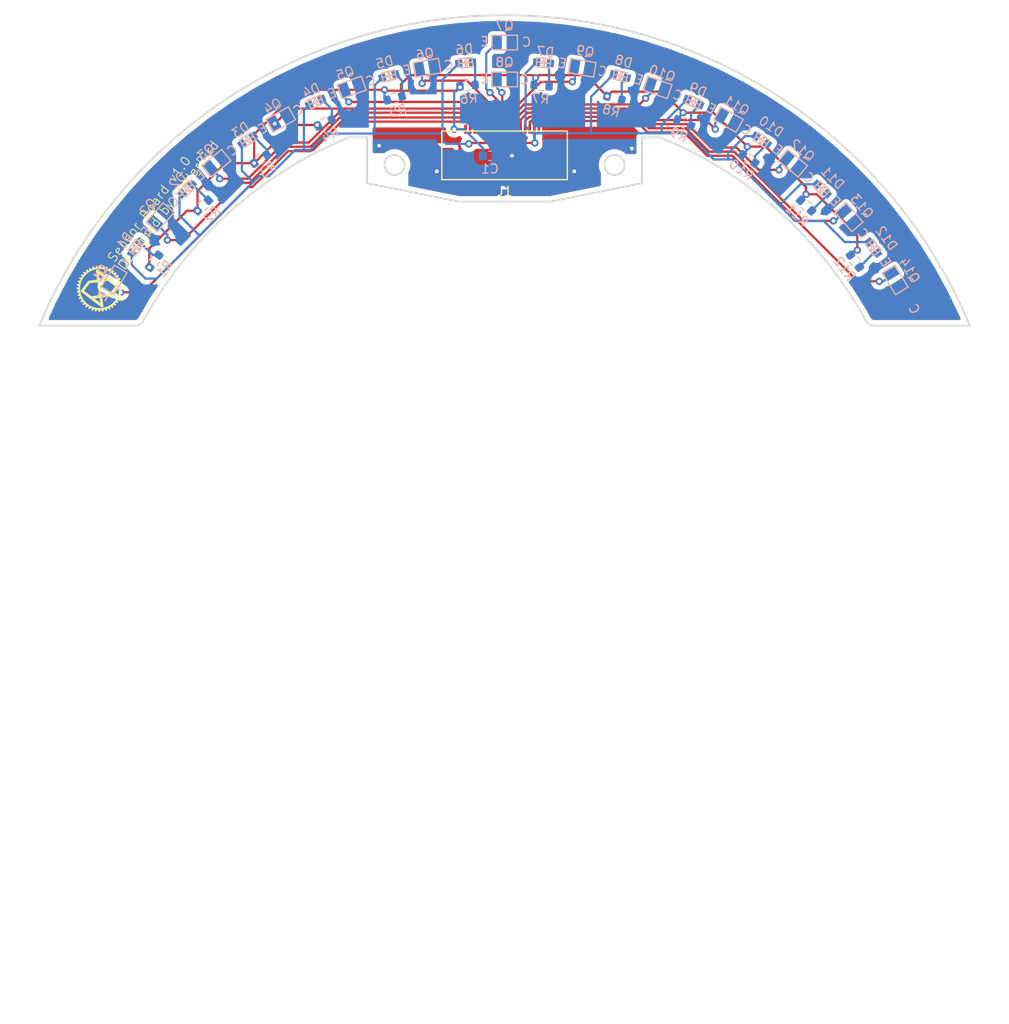
<source format=kicad_pcb>
(kicad_pcb (version 20171130) (host pcbnew "(5.1.6)-1")

  (general
    (thickness 0.6)
    (drawings 31)
    (tracks 349)
    (zones 0)
    (modules 41)
    (nets 31)
  )

  (page A4)
  (layers
    (0 F.Cu signal)
    (31 B.Cu signal)
    (32 B.Adhes user)
    (33 F.Adhes user)
    (34 B.Paste user)
    (35 F.Paste user)
    (36 B.SilkS user)
    (37 F.SilkS user)
    (38 B.Mask user)
    (39 F.Mask user)
    (40 Dwgs.User user)
    (41 Cmts.User user)
    (42 Eco1.User user)
    (43 Eco2.User user)
    (44 Edge.Cuts user)
    (45 Margin user)
    (46 B.CrtYd user)
    (47 F.CrtYd user)
    (48 B.Fab user hide)
    (49 F.Fab user)
  )

  (setup
    (last_trace_width 0.25)
    (trace_clearance 0.2)
    (zone_clearance 0.508)
    (zone_45_only no)
    (trace_min 0.2)
    (via_size 0.8)
    (via_drill 0.4)
    (via_min_size 0.4)
    (via_min_drill 0.3)
    (uvia_size 0.3)
    (uvia_drill 0.1)
    (uvias_allowed no)
    (uvia_min_size 0.2)
    (uvia_min_drill 0.1)
    (edge_width 0.05)
    (segment_width 0.2)
    (pcb_text_width 0.3)
    (pcb_text_size 1.5 1.5)
    (mod_edge_width 0.12)
    (mod_text_size 1 1)
    (mod_text_width 0.15)
    (pad_size 1.524 1.524)
    (pad_drill 0.762)
    (pad_to_mask_clearance 0.05)
    (aux_axis_origin 0 0)
    (visible_elements 7FFFFFFF)
    (pcbplotparams
      (layerselection 0x010fc_ffffffff)
      (usegerberextensions false)
      (usegerberattributes true)
      (usegerberadvancedattributes true)
      (creategerberjobfile true)
      (excludeedgelayer true)
      (linewidth 0.100000)
      (plotframeref false)
      (viasonmask false)
      (mode 1)
      (useauxorigin false)
      (hpglpennumber 1)
      (hpglpenspeed 20)
      (hpglpendiameter 15.000000)
      (psnegative false)
      (psa4output false)
      (plotreference true)
      (plotvalue true)
      (plotinvisibletext false)
      (padsonsilk false)
      (subtractmaskfromsilk false)
      (outputformat 1)
      (mirror false)
      (drillshape 1)
      (scaleselection 1)
      (outputdirectory ""))
  )

  (net 0 "")
  (net 1 "Net-(D1-Pad2)")
  (net 2 SENSOR_PULSE)
  (net 3 "Net-(D2-Pad2)")
  (net 4 "Net-(D3-Pad2)")
  (net 5 "Net-(D4-Pad2)")
  (net 6 "Net-(D5-Pad2)")
  (net 7 "Net-(D6-Pad2)")
  (net 8 "Net-(D7-Pad2)")
  (net 9 "Net-(D8-Pad2)")
  (net 10 AD4)
  (net 11 +3V3)
  (net 12 AD11)
  (net 13 AD8)
  (net 14 AD6)
  (net 15 AD9)
  (net 16 GND)
  (net 17 AD10)
  (net 18 AD7)
  (net 19 AD5)
  (net 20 AD14)
  (net 21 AD3)
  (net 22 AD13)
  (net 23 AD12)
  (net 24 AD1)
  (net 25 AD2)
  (net 26 "Net-(D9-Pad2)")
  (net 27 "Net-(D10-Pad2)")
  (net 28 "Net-(D11-Pad2)")
  (net 29 "Net-(D12-Pad2)")
  (net 30 "Net-(J1-Pad2)")

  (net_class Default "This is the default net class."
    (clearance 0.2)
    (trace_width 0.25)
    (via_dia 0.8)
    (via_drill 0.4)
    (uvia_dia 0.3)
    (uvia_drill 0.1)
    (add_net +3V3)
    (add_net AD1)
    (add_net AD10)
    (add_net AD11)
    (add_net AD12)
    (add_net AD13)
    (add_net AD14)
    (add_net AD2)
    (add_net AD3)
    (add_net AD4)
    (add_net AD5)
    (add_net AD6)
    (add_net AD7)
    (add_net AD8)
    (add_net AD9)
    (add_net GND)
    (add_net "Net-(D1-Pad2)")
    (add_net "Net-(D10-Pad2)")
    (add_net "Net-(D11-Pad2)")
    (add_net "Net-(D12-Pad2)")
    (add_net "Net-(D2-Pad2)")
    (add_net "Net-(D3-Pad2)")
    (add_net "Net-(D4-Pad2)")
    (add_net "Net-(D5-Pad2)")
    (add_net "Net-(D6-Pad2)")
    (add_net "Net-(D7-Pad2)")
    (add_net "Net-(D8-Pad2)")
    (add_net "Net-(D9-Pad2)")
    (add_net "Net-(J1-Pad2)")
    (add_net SENSOR_PULSE)
  )

  (module Symbol:SH-Logo_5x5mm (layer F.Cu) (tedit 0) (tstamp 609AC023)
    (at 105.8 96.5 53)
    (fp_text reference G*** (at 0 0 53) (layer F.SilkS) hide
      (effects (font (size 1.524 1.524) (thickness 0.3)))
    )
    (fp_text value LOGO (at 0.75 0 53) (layer F.SilkS) hide
      (effects (font (size 1.524 1.524) (thickness 0.3)))
    )
    (fp_poly (pts (xy -0.651644 -1.516105) (xy -0.562649 -1.515823) (xy -0.476902 -1.515351) (xy -0.396037 -1.514691)
      (xy -0.321692 -1.513843) (xy -0.255502 -1.512805) (xy -0.199104 -1.511579) (xy -0.154133 -1.510164)
      (xy -0.122226 -1.50856) (xy -0.105019 -1.506768) (xy -0.104871 -1.506737) (xy -0.09556 -1.50463)
      (xy -0.086624 -1.501816) (xy -0.077075 -1.497399) (xy -0.065924 -1.490481) (xy -0.052184 -1.480167)
      (xy -0.034866 -1.46556) (xy -0.012984 -1.445762) (xy 0.014452 -1.419878) (xy 0.048429 -1.387011)
      (xy 0.089935 -1.346263) (xy 0.139958 -1.296739) (xy 0.199486 -1.237542) (xy 0.269507 -1.167775)
      (xy 0.27871 -1.158602) (xy 0.61887 -0.819536) (xy 0.95058 -1.151819) (xy 1.012128 -1.213279)
      (xy 1.070799 -1.271494) (xy 1.125476 -1.32538) (xy 1.175039 -1.373851) (xy 1.218372 -1.415823)
      (xy 1.254354 -1.450212) (xy 1.28187 -1.475932) (xy 1.299799 -1.4919) (xy 1.306244 -1.496803)
      (xy 1.337799 -1.506608) (xy 1.375958 -1.508876) (xy 1.412781 -1.503613) (xy 1.431234 -1.496687)
      (xy 1.465641 -1.471786) (xy 1.492996 -1.438405) (xy 1.50937 -1.401704) (xy 1.5115 -1.391201)
      (xy 1.512028 -1.37929) (xy 1.512512 -1.351867) (xy 1.51295 -1.309808) (xy 1.513342 -1.253987)
      (xy 1.513686 -1.185279) (xy 1.51398 -1.104561) (xy 1.514222 -1.012707) (xy 1.514411 -0.910591)
      (xy 1.514545 -0.799091) (xy 1.514622 -0.67908) (xy 1.514642 -0.551433) (xy 1.514602 -0.417027)
      (xy 1.514501 -0.276736) (xy 1.514336 -0.131435) (xy 1.514108 0.018001) (xy 1.514102 0.021085)
      (xy 1.51171 1.398202) (xy 1.491965 1.427017) (xy 1.471292 1.451416) (xy 1.446624 1.473286)
      (xy 1.443409 1.475577) (xy 1.414598 1.495322) (xy 0.780596 1.497567) (xy 0.648074 1.497943)
      (xy 0.531436 1.498075) (xy 0.430178 1.497955) (xy 0.343799 1.49758) (xy 0.271797 1.496944)
      (xy 0.213668 1.496041) (xy 0.168911 1.494867) (xy 0.137023 1.493417) (xy 0.117502 1.491686)
      (xy 0.112216 1.490711) (xy 0.103719 1.487619) (xy 0.093457 1.481958) (xy 0.080487 1.472848)
      (xy 0.063863 1.459414) (xy 0.042644 1.440777) (xy 0.015884 1.416061) (xy -0.01736 1.384387)
      (xy -0.058032 1.344879) (xy -0.107075 1.296659) (xy -0.165434 1.23885) (xy -0.234052 1.170574)
      (xy -0.260239 1.144469) (xy -0.598317 0.807327) (xy -0.93211 1.140793) (xy -1.015105 1.223419)
      (xy -1.08702 1.294392) (xy -1.148077 1.353924) (xy -1.198501 1.402226) (xy -1.238512 1.439511)
      (xy -1.268335 1.46599) (xy -1.288193 1.481875) (xy -1.296366 1.486839) (xy -1.335841 1.497828)
      (xy -1.373202 1.495487) (xy -1.405532 1.484018) (xy -1.446329 1.457028) (xy -1.475293 1.418946)
      (xy -1.490495 1.376352) (xy -1.491689 1.362581) (xy -1.492802 1.333486) (xy -1.493834 1.290132)
      (xy -1.494785 1.233583) (xy -1.495656 1.164902) (xy -1.496446 1.085153) (xy -1.497155 0.995399)
      (xy -1.497784 0.896705) (xy -1.498332 0.790134) (xy -1.4988 0.676751) (xy -1.499048 0.60024)
      (xy -1.204451 0.60024) (xy -1.204409 0.679392) (xy -1.204289 0.753331) (xy -1.204099 0.820487)
      (xy -1.203847 0.879287) (xy -1.203542 0.92816) (xy -1.203191 0.965536) (xy -1.202804 0.989844)
      (xy -1.202388 0.999511) (xy -1.20234 0.999613) (xy -1.196266 0.994032) (xy -1.179963 0.978173)
      (xy -1.154771 0.953364) (xy -1.12203 0.920933) (xy -1.083081 0.882205) (xy -1.039265 0.83851)
      (xy -1.001598 0.800857) (xy -0.803025 0.60216) (xy -0.393274 0.60216) (xy -0.092211 0.903306)
      (xy 0.208853 1.204451) (xy 1.220839 1.204451) (xy 1.220839 0.19263) (xy 0.919759 -0.108532)
      (xy 0.618679 -0.409695) (xy 0.112703 0.096233) (xy -0.393274 0.60216) (xy -0.803025 0.60216)
      (xy -0.802966 0.602101) (xy -1.003709 0.401484) (xy -1.204451 0.200867) (xy -1.204451 0.60024)
      (xy -1.499048 0.60024) (xy -1.499187 0.557618) (xy -1.499494 0.4338) (xy -1.49972 0.30636)
      (xy -1.499867 0.176362) (xy -1.499933 0.04487) (xy -1.499919 -0.087052) (xy -1.499825 -0.218341)
      (xy -1.49965 -0.347933) (xy -1.499396 -0.474764) (xy -1.499062 -0.59777) (xy -1.498648 -0.715887)
      (xy -1.498154 -0.828052) (xy -1.49758 -0.933201) (xy -1.496927 -1.030271) (xy -1.496194 -1.118196)
      (xy -1.495381 -1.195915) (xy -1.495047 -1.220839) (xy -1.204451 -1.220839) (xy -1.204451 -0.209018)
      (xy -0.90338 0.092136) (xy -0.845419 0.150035) (xy -0.79097 0.204276) (xy -0.741125 0.25378)
      (xy -0.696978 0.297469) (xy -0.659622 0.334265) (xy -0.63015 0.363089) (xy -0.609655 0.382862)
      (xy -0.599231 0.392505) (xy -0.598145 0.39329) (xy -0.591863 0.38763) (xy -0.574844 0.371203)
      (xy -0.547928 0.344844) (xy -0.511956 0.309386) (xy -0.467766 0.26566) (xy -0.416199 0.2145)
      (xy -0.358094 0.15674) (xy -0.294291 0.093211) (xy -0.225629 0.024747) (xy -0.152949 -0.047819)
      (xy -0.090137 -0.110605) (xy 0.413708 -0.6145) (xy 0.41365 -0.614559) (xy 0.823537 -0.614559)
      (xy 1.020076 -0.417893) (xy 1.066566 -0.371432) (xy 1.109256 -0.328885) (xy 1.146797 -0.291585)
      (xy 1.177842 -0.260868) (xy 1.201044 -0.238067) (xy 1.215054 -0.224516) (xy 1.218727 -0.221226)
      (xy 1.219147 -0.229156) (xy 1.21954 -0.251895) (xy 1.219897 -0.287861) (xy 1.220208 -0.335477)
      (xy 1.220467 -0.393163) (xy 1.220664 -0.45934) (xy 1.220791 -0.532429) (xy 1.220839 -0.610849)
      (xy 1.220839 -1.011861) (xy 0.823537 -0.614559) (xy 0.41365 -0.614559) (xy 0.110621 -0.917669)
      (xy -0.192465 -1.220839) (xy -1.204451 -1.220839) (xy -1.495047 -1.220839) (xy -1.494488 -1.262362)
      (xy -1.493516 -1.316474) (xy -1.492465 -1.357188) (xy -1.491334 -1.383439) (xy -1.490361 -1.393364)
      (xy -1.47279 -1.43872) (xy -1.442638 -1.474679) (xy -1.401989 -1.499158) (xy -1.376977 -1.506749)
      (xy -1.360246 -1.508544) (xy -1.328765 -1.51015) (xy -1.28417 -1.511567) (xy -1.228097 -1.512796)
      (xy -1.162183 -1.513835) (xy -1.088063 -1.514686) (xy -1.007374 -1.515347) (xy -0.921751 -1.51582)
      (xy -0.832831 -1.516104) (xy -0.74225 -1.516199) (xy -0.651644 -1.516105)) (layer F.SilkS) (width 0.01))
    (fp_poly (pts (xy 0.110392 -2.393179) (xy 0.12568 -2.348714) (xy 0.138078 -2.317574) (xy 0.149328 -2.297366)
      (xy 0.161173 -2.285696) (xy 0.175352 -2.280169) (xy 0.193609 -2.278393) (xy 0.193912 -2.278383)
      (xy 0.202648 -2.280609) (xy 0.212374 -2.289261) (xy 0.224593 -2.306449) (xy 0.240806 -2.33428)
      (xy 0.262108 -2.374081) (xy 0.281317 -2.410336) (xy 0.298168 -2.441389) (xy 0.311044 -2.46431)
      (xy 0.318325 -2.476171) (xy 0.318951 -2.476942) (xy 0.328854 -2.478189) (xy 0.350146 -2.47692)
      (xy 0.378139 -2.473796) (xy 0.408147 -2.469477) (xy 0.435482 -2.464624) (xy 0.455455 -2.459897)
      (xy 0.462982 -2.456653) (xy 0.465555 -2.447616) (xy 0.470007 -2.425435) (xy 0.475773 -2.39317)
      (xy 0.482287 -2.35388) (xy 0.484236 -2.341602) (xy 0.501734 -2.230308) (xy 0.526375 -2.22538)
      (xy 0.547445 -2.221818) (xy 0.561507 -2.220452) (xy 0.569372 -2.226709) (xy 0.584619 -2.243724)
      (xy 0.60519 -2.268857) (xy 0.629026 -2.299473) (xy 0.654069 -2.332932) (xy 0.67826 -2.366598)
      (xy 0.697325 -2.394476) (xy 0.706922 -2.395576) (xy 0.728477 -2.39195) (xy 0.75848 -2.384274)
      (xy 0.773116 -2.379891) (xy 0.843936 -2.357811) (xy 0.843978 -2.242018) (xy 0.844019 -2.126226)
      (xy 0.874703 -2.113015) (xy 0.905387 -2.099805) (xy 0.988164 -2.181311) (xy 1.07094 -2.262817)
      (xy 1.138464 -2.228866) (xy 1.170549 -2.212211) (xy 1.190228 -2.200211) (xy 1.200033 -2.190789)
      (xy 1.202498 -2.181869) (xy 1.201772 -2.176958) (xy 1.198889 -2.16186) (xy 1.194286 -2.134613)
      (xy 1.188632 -2.099278) (xy 1.183416 -2.06537) (xy 1.169278 -1.971739) (xy 1.19301 -1.952749)
      (xy 1.210135 -1.940285) (xy 1.221902 -1.933926) (xy 1.223076 -1.933718) (xy 1.231663 -1.938289)
      (xy 1.250814 -1.950853) (xy 1.277931 -1.969636) (xy 1.310418 -1.992867) (xy 1.320213 -1.999994)
      (xy 1.411016 -2.06631) (xy 1.45317 -2.036851) (xy 1.478911 -2.018602) (xy 1.501756 -2.001964)
      (xy 1.513501 -1.993067) (xy 1.531679 -1.978742) (xy 1.463717 -1.76169) (xy 1.482996 -1.741168)
      (xy 1.49951 -1.727133) (xy 1.513655 -1.72069) (xy 1.514509 -1.720645) (xy 1.526051 -1.724324)
      (xy 1.548836 -1.734376) (xy 1.57972 -1.749329) (xy 1.61556 -1.767708) (xy 1.620867 -1.770509)
      (xy 1.714992 -1.820373) (xy 1.769028 -1.766297) (xy 1.823065 -1.71222) (xy 1.773904 -1.616151)
      (xy 1.755437 -1.580016) (xy 1.739739 -1.549207) (xy 1.728285 -1.526627) (xy 1.72255 -1.515176)
      (xy 1.722228 -1.514498) (xy 1.725634 -1.505545) (xy 1.737188 -1.489803) (xy 1.742712 -1.483429)
      (xy 1.76571 -1.457943) (xy 1.863649 -1.490972) (xy 1.902075 -1.50359) (xy 1.93565 -1.513984)
      (xy 1.960914 -1.521126) (xy 1.974405 -1.523987) (xy 1.974823 -1.524) (xy 1.984704 -1.517774)
      (xy 2.000526 -1.501651) (xy 2.019287 -1.47947) (xy 2.037985 -1.455065) (xy 2.053618 -1.432273)
      (xy 2.063185 -1.414931) (xy 2.064775 -1.40904) (xy 2.060176 -1.399673) (xy 2.047585 -1.379872)
      (xy 2.028804 -1.35234) (xy 2.005638 -1.319778) (xy 2.000034 -1.312075) (xy 1.935294 -1.223429)
      (xy 1.95239 -1.195505) (xy 1.963347 -1.177537) (xy 1.969736 -1.166927) (xy 1.970308 -1.165924)
      (xy 1.978202 -1.166524) (xy 1.999117 -1.16937) (xy 2.029912 -1.174008) (xy 2.067446 -1.179981)
      (xy 2.069162 -1.180261) (xy 2.108788 -1.186507) (xy 2.143654 -1.191601) (xy 2.169926 -1.195009)
      (xy 2.183581 -1.196198) (xy 2.194357 -1.191798) (xy 2.206976 -1.177291) (xy 2.223016 -1.150613)
      (xy 2.233284 -1.131144) (xy 2.2666 -1.066146) (xy 2.185505 -0.98505) (xy 2.104409 -0.903954)
      (xy 2.129487 -0.843936) (xy 2.358396 -0.843936) (xy 2.379553 -0.780408) (xy 2.38942 -0.749674)
      (xy 2.396831 -0.724478) (xy 2.400518 -0.709205) (xy 2.40071 -0.707344) (xy 2.394448 -0.699248)
      (xy 2.377273 -0.683662) (xy 2.351606 -0.662625) (xy 2.319865 -0.638179) (xy 2.309991 -0.630833)
      (xy 2.269429 -0.599983) (xy 2.242078 -0.576982) (xy 2.227169 -0.561124) (xy 2.223937 -0.551705)
      (xy 2.223959 -0.551647) (xy 2.228319 -0.534773) (xy 2.228771 -0.529862) (xy 2.231029 -0.517587)
      (xy 2.23896 -0.5079) (xy 2.254847 -0.499878) (xy 2.280969 -0.492599) (xy 2.319608 -0.485142)
      (xy 2.352917 -0.4797) (xy 2.462102 -0.462554) (xy 2.471991 -0.409487) (xy 2.478819 -0.372876)
      (xy 2.482186 -0.346429) (xy 2.480283 -0.327156) (xy 2.471298 -0.312069) (xy 2.453424 -0.298176)
      (xy 2.424849 -0.28249) (xy 2.383764 -0.262019) (xy 2.382275 -0.261277) (xy 2.281904 -0.211282)
      (xy 2.284659 -0.176763) (xy 2.287415 -0.142244) (xy 2.397321 -0.106285) (xy 2.507226 -0.070325)
      (xy 2.507226 0.079189) (xy 2.39742 0.11356) (xy 2.287615 0.147931) (xy 2.284759 0.183703)
      (xy 2.281904 0.219475) (xy 2.382275 0.26947) (xy 2.423359 0.289902) (xy 2.451954 0.305358)
      (xy 2.469937 0.31874) (xy 2.47919 0.332948) (xy 2.48159 0.350884) (xy 2.479017 0.37545)
      (xy 2.47335 0.409546) (xy 2.473281 0.409967) (xy 2.465989 0.444734) (xy 2.457866 0.464555)
      (xy 2.450749 0.470526) (xy 2.437697 0.473201) (xy 2.412227 0.477547) (xy 2.378149 0.482937)
      (xy 2.343355 0.488152) (xy 2.305261 0.494365) (xy 2.272863 0.500854) (xy 2.249786 0.506812)
      (xy 2.239931 0.511107) (xy 2.232025 0.525263) (xy 2.225888 0.546458) (xy 2.225867 0.546567)
      (xy 2.224464 0.557342) (xy 2.226057 0.566694) (xy 2.232586 0.576699) (xy 2.245991 0.589429)
      (xy 2.268212 0.606961) (xy 2.301188 0.631367) (xy 2.313764 0.640556) (xy 2.406526 0.708268)
      (xy 2.382402 0.780199) (xy 2.358278 0.852129) (xy 2.129487 0.852129) (xy 2.116977 0.882068)
      (xy 2.104468 0.912008) (xy 2.264868 1.073012) (xy 2.232826 1.138732) (xy 2.215168 1.17205)
      (xy 2.200211 1.194586) (xy 2.189383 1.20424) (xy 2.188086 1.20445) (xy 2.175443 1.20318)
      (xy 2.150221 1.199717) (xy 2.116001 1.194581) (xy 2.076364 1.188291) (xy 2.073835 1.187879)
      (xy 2.035237 1.181772) (xy 2.003062 1.177045) (xy 1.980438 1.174129) (xy 1.970498 1.173459)
      (xy 1.970312 1.173542) (xy 1.965237 1.181315) (xy 1.955067 1.197862) (xy 1.951823 1.203235)
      (xy 1.935303 1.230695) (xy 2.000039 1.31978) (xy 2.023864 1.353008) (xy 2.043741 1.381569)
      (xy 2.057883 1.402832) (xy 2.064503 1.414168) (xy 2.064775 1.415113) (xy 2.060223 1.425941)
      (xy 2.048435 1.4451) (xy 2.032204 1.468756) (xy 2.014328 1.493077) (xy 1.997603 1.514228)
      (xy 1.984825 1.528376) (xy 1.979453 1.532086) (xy 1.96867 1.529682) (xy 1.945517 1.523185)
      (xy 1.913217 1.513538) (xy 1.874994 1.501683) (xy 1.868129 1.499513) (xy 1.76571 1.467047)
      (xy 1.742577 1.490137) (xy 1.719444 1.513226) (xy 1.771074 1.616879) (xy 1.822704 1.720531)
      (xy 1.770426 1.773279) (xy 1.718147 1.826026) (xy 1.509761 1.721604) (xy 1.486814 1.745554)
      (xy 1.463868 1.769505) (xy 1.495113 1.870026) (xy 1.507151 1.908634) (xy 1.517569 1.941819)
      (xy 1.525334 1.966306) (xy 1.529411 1.978818) (xy 1.529608 1.97937) (xy 1.524763 1.987446)
      (xy 1.509397 2.002076) (xy 1.486635 2.020745) (xy 1.459606 2.040939) (xy 1.431437 2.060142)
      (xy 1.420942 2.066744) (xy 1.410359 2.064528) (xy 1.388764 2.053074) (xy 1.357911 2.033424)
      (xy 1.319553 2.006616) (xy 1.319308 2.006439) (xy 1.227591 1.940067) (xy 1.199634 1.955122)
      (xy 1.181114 1.968655) (xy 1.171951 1.982536) (xy 1.171678 1.98479) (xy 1.172924 1.998601)
      (xy 1.176242 2.024348) (xy 1.180998 2.057803) (xy 1.186557 2.094741) (xy 1.192288 2.130934)
      (xy 1.197557 2.162156) (xy 1.201102 2.181155) (xy 1.202235 2.192095) (xy 1.198747 2.201033)
      (xy 1.188035 2.210289) (xy 1.167495 2.222184) (xy 1.138264 2.23716) (xy 1.07094 2.27101)
      (xy 0.988164 2.189511) (xy 0.905387 2.108013) (xy 0.874662 2.120279) (xy 0.843936 2.132546)
      (xy 0.843936 2.364558) (xy 0.773644 2.387449) (xy 0.742471 2.397249) (xy 0.717913 2.404303)
      (xy 0.703559 2.407614) (xy 0.701342 2.407573) (xy 0.696065 2.400272) (xy 0.683033 2.382231)
      (xy 0.664084 2.355996) (xy 0.641057 2.324113) (xy 0.635722 2.316726) (xy 0.611382 2.284069)
      (xy 0.589686 2.256891) (xy 0.572728 2.237679) (xy 0.562603 2.228923) (xy 0.561564 2.228645)
      (xy 0.546283 2.230177) (xy 0.526348 2.233579) (xy 0.50168 2.238512) (xy 0.48388 2.350147)
      (xy 0.476808 2.391153) (xy 0.469758 2.426181) (xy 0.463433 2.452116) (xy 0.458537 2.465843)
      (xy 0.457491 2.467091) (xy 0.445052 2.470928) (xy 0.422126 2.475184) (xy 0.403002 2.477795)
      (xy 0.374009 2.481619) (xy 0.349362 2.485584) (xy 0.339288 2.487661) (xy 0.331439 2.487979)
      (xy 0.323421 2.483404) (xy 0.313712 2.471864) (xy 0.300791 2.45129) (xy 0.283135 2.419613)
      (xy 0.266795 2.389066) (xy 0.245115 2.34852) (xy 0.229252 2.320292) (xy 0.217461 2.302161)
      (xy 0.207999 2.291905) (xy 0.199121 2.287305) (xy 0.189082 2.286139) (xy 0.185946 2.286125)
      (xy 0.164943 2.287981) (xy 0.151182 2.292267) (xy 0.151178 2.29227) (xy 0.14559 2.301966)
      (xy 0.136421 2.324204) (xy 0.124865 2.355848) (xy 0.112116 2.393763) (xy 0.109884 2.400709)
      (xy 0.077187 2.503129) (xy 0.002391 2.505476) (xy -0.030857 2.505847) (xy -0.057375 2.50488)
      (xy -0.073297 2.502775) (xy -0.076068 2.501379) (xy -0.079913 2.491479) (xy -0.087683 2.469271)
      (xy -0.098251 2.438036) (xy -0.110494 2.401055) (xy -0.110607 2.400709) (xy -0.123312 2.363139)
      (xy -0.13498 2.330802) (xy -0.144306 2.30718) (xy -0.149927 2.295827) (xy -0.163881 2.288959)
      (xy -0.186543 2.287573) (xy -0.187299 2.287634) (xy -0.199365 2.289268) (xy -0.209204 2.293403)
      (xy -0.218724 2.302418) (xy -0.229833 2.318691) (xy -0.244438 2.344599) (xy -0.264447 2.382522)
      (xy -0.266383 2.386232) (xy -0.285257 2.422154) (xy -0.30149 2.452575) (xy -0.313557 2.47467)
      (xy -0.319931 2.485614) (xy -0.320395 2.486223) (xy -0.329553 2.486691) (xy -0.350181 2.484802)
      (xy -0.377649 2.481254) (xy -0.407327 2.476746) (xy -0.434584 2.471978) (xy -0.454792 2.467647)
      (xy -0.463158 2.464669) (xy -0.465746 2.455628) (xy -0.470227 2.433448) (xy -0.476032 2.401191)
      (xy -0.482591 2.36192) (xy -0.484532 2.349787) (xy -0.502136 2.238675) (xy -0.535793 2.231477)
      (xy -0.569451 2.224279) (xy -0.633384 2.312278) (xy -0.65756 2.345203) (xy -0.678563 2.373148)
      (xy -0.6944 2.393511) (xy -0.703081 2.403689) (xy -0.70379 2.404278) (xy -0.714024 2.403698)
      (xy -0.735737 2.398698) (xy -0.764936 2.390255) (xy -0.7771 2.386368) (xy -0.843935 2.364458)
      (xy -0.843935 2.132546) (xy -0.874661 2.120279) (xy -0.905387 2.108013) (xy -0.988163 2.189511)
      (xy -1.070939 2.27101) (xy -1.138019 2.237283) (xy -1.169535 2.221184) (xy -1.188984 2.209853)
      (xy -1.198982 2.200781) (xy -1.202146 2.191461) (xy -1.201093 2.179386) (xy -1.200733 2.177181)
      (xy -1.197395 2.157094) (xy -1.192274 2.12635) (xy -1.186285 2.090455) (xy -1.184048 2.077064)
      (xy -1.177113 2.034302) (xy -1.173388 2.004628) (xy -1.173268 1.984989) (xy -1.17715 1.972329)
      (xy -1.185431 1.963595) (xy -1.198508 1.95573) (xy -1.199903 1.954977) (xy -1.22813 1.939776)
      (xy -1.312565 2.000897) (xy -1.345299 2.024493) (xy -1.373612 2.044717) (xy -1.394655 2.059545)
      (xy -1.405576 2.066955) (xy -1.405996 2.067207) (xy -1.415611 2.064816) (xy -1.434604 2.054981)
      (xy -1.459224 2.040067) (xy -1.485724 2.022439) (xy -1.510353 2.004464) (xy -1.526462 1.991182)
      (xy -1.526462 1.981663) (xy -1.521927 1.959627) (xy -1.513599 1.928066) (xy -1.502221 1.889977)
      (xy -1.498301 1.877657) (xy -1.463582 1.770026) (xy -1.482929 1.749432) (xy -1.499067 1.735405)
      (xy -1.512394 1.728895) (xy -1.513264 1.728838) (xy -1.524367 1.732353) (xy -1.546951 1.741969)
      (xy -1.577919 1.756293) (xy -1.61418 1.773932) (xy -1.621196 1.777435) (xy -1.718141 1.826032)
      (xy -1.770422 1.773281) (xy -1.822704 1.720531) (xy -1.771073 1.616879) (xy -1.719443 1.513226)
      (xy -1.742576 1.490137) (xy -1.765709 1.467047) (xy -1.868129 1.499513) (xy -1.906972 1.511643)
      (xy -1.940372 1.521729) (xy -1.965128 1.52883) (xy -1.978041 1.532004) (xy -1.978838 1.532086)
      (xy -1.987103 1.52591) (xy -2.001441 1.509832) (xy -2.018996 1.487692) (xy -2.036915 1.463329)
      (xy -2.052343 1.440584) (xy -2.062426 1.423295) (xy -2.064774 1.416486) (xy -2.060183 1.406939)
      (xy -2.047636 1.387032) (xy -2.028971 1.359541) (xy -2.006026 1.327245) (xy -2.002478 1.322361)
      (xy -1.975001 1.283766) (xy -1.956916 1.255191) (xy -1.947382 1.233854) (xy -1.94556 1.216975)
      (xy -1.95061 1.201775) (xy -1.961274 1.186008) (xy -1.966539 1.180457) (xy -1.97386 1.177187)
      (xy -1.985984 1.176277) (xy -2.005658 1.177806) (xy -2.035629 1.181854) (xy -2.078645 1.188501)
      (xy -2.085649 1.189609) (xy -2.129921 1.196066) (xy -2.165536 1.200146) (xy -2.190138 1.201641)
      (xy -2.201372 1.200343) (xy -2.201773 1.199859) (xy -2.206801 1.189414) (xy -2.217583 1.168635)
      (xy -2.232011 1.141567) (xy -2.235662 1.134806) (xy -2.26671 1.077451) (xy -2.185587 0.994734)
      (xy -2.104463 0.912018) (xy -2.116975 0.882073) (xy -2.129486 0.852129) (xy -2.358278 0.852129)
      (xy -2.4066 0.708047) (xy -2.313557 0.640051) (xy -2.276678 0.612847) (xy -2.25126 0.593139)
      (xy -2.235381 0.578965) (xy -2.227121 0.568361) (xy -2.224559 0.559365) (xy -2.225713 0.550269)
      (xy -2.230802 0.531455) (xy -2.237448 0.518053) (xy -2.248472 0.508602) (xy -2.266697 0.501641)
      (xy -2.294944 0.495706) (xy -2.336037 0.489336) (xy -2.346193 0.48786) (xy -2.385671 0.481843)
      (xy -2.419365 0.47615) (xy -2.443885 0.471393) (xy -2.455844 0.468183) (xy -2.456173 0.468001)
      (xy -2.461177 0.457995) (xy -2.467227 0.436526) (xy -2.473351 0.408392) (xy -2.478576 0.378393)
      (xy -2.481929 0.351326) (xy -2.482645 0.337376) (xy -2.480087 0.328693) (xy -2.471002 0.31905)
      (xy -2.453275 0.307004) (xy -2.424787 0.291113) (xy -2.384322 0.270387) (xy -2.286 0.221099)
      (xy -2.286 0.149053) (xy -2.396613 0.11411) (xy -2.507225 0.079167) (xy -2.507225 -0.000986)
      (xy -2.129306 -0.000986) (xy -2.124889 0.117235) (xy -2.114163 0.229419) (xy -2.084149 0.415218)
      (xy -2.039373 0.595074) (xy -1.980442 0.768327) (xy -1.90796 0.934317) (xy -1.82253 1.092386)
      (xy -1.724759 1.241874) (xy -1.61525 1.382122) (xy -1.494608 1.51247) (xy -1.363438 1.632259)
      (xy -1.222344 1.740831) (xy -1.07193 1.837525) (xy -0.912802 1.921682) (xy -0.745564 1.992643)
      (xy -0.57082 2.049748) (xy -0.409549 2.08837) (xy -0.226048 2.117065) (xy -0.04304 2.129883)
      (xy 0.138393 2.126789) (xy 0.303661 2.109766) (xy 0.49184 2.074567) (xy 0.672635 2.024809)
      (xy 0.845929 1.960528) (xy 1.009966 1.882633) (xy 1.17169 1.787824) (xy 1.322794 1.680781)
      (xy 1.462839 1.562109) (xy 1.591389 1.432414) (xy 1.708005 1.292301) (xy 1.812251 1.142375)
      (xy 1.903688 0.983241) (xy 1.98188 0.815505) (xy 2.046388 0.639772) (xy 2.096775 0.456646)
      (xy 2.119186 0.348226) (xy 2.125888 0.310543) (xy 2.131107 0.277851) (xy 2.135025 0.247256)
      (xy 2.137828 0.215863) (xy 2.139698 0.18078) (xy 2.14082 0.139112) (xy 2.141376 0.087966)
      (xy 2.141552 0.024447) (xy 2.141556 -0.004097) (xy 2.141443 -0.07343) (xy 2.141013 -0.129324)
      (xy 2.14008 -0.174723) (xy 2.138458 -0.212576) (xy 2.135962 -0.245827) (xy 2.132405 -0.277425)
      (xy 2.127601 -0.310314) (xy 2.121365 -0.347442) (xy 2.119069 -0.360516) (xy 2.078505 -0.544789)
      (xy 2.023356 -0.722642) (xy 1.95419 -0.893379) (xy 1.871578 -1.056303) (xy 1.776088 -1.210719)
      (xy 1.668289 -1.355928) (xy 1.54875 -1.491236) (xy 1.41804 -1.615946) (xy 1.276729 -1.72936)
      (xy 1.125385 -1.830784) (xy 0.964578 -1.91952) (xy 0.794876 -1.994872) (xy 0.778387 -2.00128)
      (xy 0.602843 -2.060179) (xy 0.425354 -2.103247) (xy 0.246822 -2.130776) (xy 0.068149 -2.143058)
      (xy -0.109763 -2.140385) (xy -0.286013 -2.123047) (xy -0.459699 -2.091338) (xy -0.629918 -2.045548)
      (xy -0.79577 -1.98597) (xy -0.956352 -1.912896) (xy -1.110763 -1.826617) (xy -1.258101 -1.727424)
      (xy -1.397464 -1.615611) (xy -1.527949 -1.491468) (xy -1.648657 -1.355287) (xy -1.758684 -1.20736)
      (xy -1.781543 -1.172999) (xy -1.876166 -1.012904) (xy -1.955962 -0.845844) (xy -2.020912 -0.671874)
      (xy -2.070995 -0.491048) (xy -2.106193 -0.303421) (xy -2.114167 -0.243141) (xy -2.125732 -0.118687)
      (xy -2.129306 -0.000986) (xy -2.507225 -0.000986) (xy -2.507225 -0.070325) (xy -2.396613 -0.106516)
      (xy -2.286 -0.142708) (xy -2.286 -0.212906) (xy -2.385222 -0.262645) (xy -2.484444 -0.312383)
      (xy -2.478833 -0.364775) (xy -2.474883 -0.402351) (xy -2.470691 -0.428965) (xy -2.46366 -0.446976)
      (xy -2.451193 -0.458741) (xy -2.430691 -0.466617) (xy -2.399557 -0.472961) (xy -2.355193 -0.480131)
      (xy -2.350968 -0.480815) (xy -2.310712 -0.487377) (xy -2.276813 -0.492939) (xy -2.252266 -0.497009)
      (xy -2.240066 -0.499092) (xy -2.239272 -0.499251) (xy -2.234335 -0.50791) (xy -2.229886 -0.526103)
      (xy -2.227001 -0.546986) (xy -2.226756 -0.563716) (xy -2.22832 -0.568908) (xy -2.237509 -0.576795)
      (xy -2.257273 -0.592022) (xy -2.2848 -0.612472) (xy -2.31728 -0.636029) (xy -2.320836 -0.638577)
      (xy -2.405975 -0.699509) (xy -2.384113 -0.769674) (xy -2.362252 -0.839839) (xy -2.245774 -0.842115)
      (xy -2.129295 -0.844392) (xy -2.116879 -0.874108) (xy -2.104463 -0.903825) (xy -2.186568 -0.986541)
      (xy -2.268674 -1.069258) (xy -2.234321 -1.132632) (xy -2.21493 -1.166178) (xy -2.200017 -1.186401)
      (xy -2.188046 -1.195218) (xy -2.18358 -1.195983) (xy -2.16933 -1.194703) (xy -2.142757 -1.191237)
      (xy -2.1077 -1.186118) (xy -2.069199 -1.180077) (xy -2.031446 -1.1741) (xy -2.000295 -1.169437)
      (xy -1.978889 -1.16654) (xy -1.970374 -1.165861) (xy -1.970345 -1.165887) (xy -1.965956 -1.173238)
      (xy -1.956065 -1.189495) (xy -1.95239 -1.195505) (xy -1.935294 -1.223429) (xy -2.000034 -1.312075)
      (xy -2.023935 -1.345392) (xy -2.043854 -1.374285) (xy -2.057988 -1.396051) (xy -2.064532 -1.407989)
      (xy -2.064774 -1.40904) (xy -2.059902 -1.421668) (xy -2.047287 -1.441889) (xy -2.029931 -1.465866)
      (xy -2.010835 -1.489762) (xy -1.993001 -1.509742) (xy -1.979432 -1.521969) (xy -1.974823 -1.524)
      (xy -1.962296 -1.521481) (xy -1.937751 -1.514608) (xy -1.90465 -1.504411) (xy -1.866454 -1.491916)
      (xy -1.863648 -1.490972) (xy -1.765709 -1.457943) (xy -1.720781 -1.507719) (xy -1.822811 -1.712553)
      (xy -1.769471 -1.765893) (xy -1.716132 -1.819233) (xy -1.620075 -1.769384) (xy -1.576962 -1.747577)
      (xy -1.545319 -1.733496) (xy -1.52242 -1.726681) (xy -1.505538 -1.726673) (xy -1.491947 -1.733013)
      (xy -1.47892 -1.745243) (xy -1.478621 -1.745574) (xy -1.472771 -1.752964) (xy -1.469822 -1.761275)
      (xy -1.470196 -1.773448) (xy -1.474314 -1.792425) (xy -1.482598 -1.821148) (xy -1.495332 -1.862123)
      (xy -1.507457 -1.90067) (xy -1.51792 -1.933817) (xy -1.525682 -1.958279) (xy -1.529704 -1.970776)
      (xy -1.529885 -1.971311) (xy -1.5249 -1.978767) (xy -1.510139 -1.992928) (xy -1.489144 -2.01095)
      (xy -1.465458 -2.02999) (xy -1.44262 -2.047202) (xy -1.424173 -2.059743) (xy -1.413659 -2.064769)
      (xy -1.413499 -2.064774) (xy -1.40591 -2.060223) (xy -1.387626 -2.047743) (xy -1.361168 -2.029094)
      (xy -1.329057 -2.006039) (xy -1.319403 -1.999039) (xy -1.228942 -1.933303) (xy -1.203985 -1.946209)
      (xy -1.185624 -1.958259) (xy -1.174876 -1.970022) (xy -1.174575 -1.970719) (xy -1.174127 -1.983086)
      (xy -1.17622 -2.008324) (xy -1.180422 -2.04319) (xy -1.186306 -2.084438) (xy -1.19344 -2.128824)
      (xy -1.201367 -2.172962) (xy -1.202346 -2.183922) (xy -1.198691 -2.192908) (xy -1.187787 -2.202239)
      (xy -1.16702 -2.214237) (xy -1.138268 -2.228965) (xy -1.070949 -2.262812) (xy -0.990656 -2.182821)
      (xy -0.910363 -2.102829) (xy -0.877149 -2.113791) (xy -0.843935 -2.124752) (xy -0.843935 -2.358751)
      (xy -0.773445 -2.380251) (xy -0.742164 -2.38947) (xy -0.717576 -2.396107) (xy -0.703286 -2.399218)
      (xy -0.701144 -2.399183) (xy -0.695943 -2.39196) (xy -0.682973 -2.373983) (xy -0.664059 -2.347781)
      (xy -0.641027 -2.315883) (xy -0.635333 -2.307999) (xy -0.571334 -2.219386) (xy -0.537619 -2.224951)
      (xy -0.51656 -2.22863) (xy -0.504146 -2.231186) (xy -0.502856 -2.23163) (xy -0.501259 -2.239656)
      (xy -0.497609 -2.260891) (xy -0.492403 -2.292359) (xy -0.486139 -2.33108) (xy -0.48426 -2.342832)
      (xy -0.477581 -2.383352) (xy -0.471497 -2.417726) (xy -0.466585 -2.442879) (xy -0.46342 -2.455732)
      (xy -0.462944 -2.45669) (xy -0.453918 -2.459607) (xy -0.433496 -2.46427) (xy -0.406449 -2.46976)
      (xy -0.37755 -2.475159) (xy -0.351571 -2.479547) (xy -0.333285 -2.482006) (xy -0.330408 -2.482214)
      (xy -0.323314 -2.475509) (xy -0.310413 -2.456795) (xy -0.293332 -2.428669) (xy -0.273699 -2.393727)
      (xy -0.266451 -2.380226) (xy -0.243943 -2.338579) (xy -0.227096 -2.309633) (xy -0.214451 -2.291329)
      (xy -0.204545 -2.281609) (xy -0.195917 -2.278417) (xy -0.194139 -2.278383) (xy -0.17573 -2.280107)
      (xy -0.161454 -2.285529) (xy -0.149567 -2.297041) (xy -0.13832 -2.317037) (xy -0.125969 -2.347911)
      (xy -0.110766 -2.392057) (xy -0.110392 -2.393179) (xy -0.076464 -2.494936) (xy 0.076465 -2.494936)
      (xy 0.110392 -2.393179)) (layer F.SilkS) (width 0.01))
  )

  (module Capacitor_SMD:C_0603_1608Metric (layer B.Cu) (tedit 5F68FEEE) (tstamp 609AE988)
    (at 148.4 82)
    (descr "Capacitor SMD 0603 (1608 Metric), square (rectangular) end terminal, IPC_7351 nominal, (Body size source: IPC-SM-782 page 76, https://www.pcb-3d.com/wordpress/wp-content/uploads/ipc-sm-782a_amendment_1_and_2.pdf), generated with kicad-footprint-generator")
    (tags capacitor)
    (path /60A533AF)
    (attr smd)
    (fp_text reference C1 (at 0 1.43) (layer B.SilkS)
      (effects (font (size 1 1) (thickness 0.15)) (justify mirror))
    )
    (fp_text value 1u (at 0 -1.43) (layer B.Fab)
      (effects (font (size 1 1) (thickness 0.15)) (justify mirror))
    )
    (fp_line (start 1.48 -0.73) (end -1.48 -0.73) (layer B.CrtYd) (width 0.05))
    (fp_line (start 1.48 0.73) (end 1.48 -0.73) (layer B.CrtYd) (width 0.05))
    (fp_line (start -1.48 0.73) (end 1.48 0.73) (layer B.CrtYd) (width 0.05))
    (fp_line (start -1.48 -0.73) (end -1.48 0.73) (layer B.CrtYd) (width 0.05))
    (fp_line (start -0.14058 -0.51) (end 0.14058 -0.51) (layer B.SilkS) (width 0.12))
    (fp_line (start -0.14058 0.51) (end 0.14058 0.51) (layer B.SilkS) (width 0.12))
    (fp_line (start 0.8 -0.4) (end -0.8 -0.4) (layer B.Fab) (width 0.1))
    (fp_line (start 0.8 0.4) (end 0.8 -0.4) (layer B.Fab) (width 0.1))
    (fp_line (start -0.8 0.4) (end 0.8 0.4) (layer B.Fab) (width 0.1))
    (fp_line (start -0.8 -0.4) (end -0.8 0.4) (layer B.Fab) (width 0.1))
    (fp_text user %R (at 0 0) (layer B.Fab)
      (effects (font (size 0.4 0.4) (thickness 0.06)) (justify mirror))
    )
    (pad 2 smd roundrect (at 0.775 0) (size 0.9 0.95) (layers B.Cu B.Paste B.Mask) (roundrect_rratio 0.25)
      (net 16 GND))
    (pad 1 smd roundrect (at -0.775 0) (size 0.9 0.95) (layers B.Cu B.Paste B.Mask) (roundrect_rratio 0.25)
      (net 11 +3V3))
    (model ${KISYS3DMOD}/Capacitor_SMD.3dshapes/C_0603_1608Metric.wrl
      (at (xyz 0 0 0))
      (scale (xyz 1 1 1))
      (rotate (xyz 0 0 0))
    )
  )

  (module Footprint:SIR19-21C (layer B.Cu) (tedit 609A22C9) (tstamp 609A4DA2)
    (at 154.2491 71.8509 355.1)
    (path /5F240BF8)
    (fp_text reference D7 (at 0.1 -1.2 355.1) (layer B.SilkS)
      (effects (font (size 1 1) (thickness 0.15)) (justify mirror))
    )
    (fp_text value SIR19-21C/TR8 (at 0.5 -2.5 355.1) (layer B.Fab)
      (effects (font (size 1 1) (thickness 0.15)) (justify mirror))
    )
    (fp_line (start 0.75 0.5) (end -0.75 0.5) (layer B.SilkS) (width 0.15))
    (fp_line (start 0.75 -0.5) (end 0.75 0.5) (layer B.SilkS) (width 0.15))
    (fp_line (start -0.75 -0.5) (end 0.75 -0.5) (layer B.SilkS) (width 0.15))
    (fp_line (start -0.75 0.5) (end -0.75 -0.5) (layer B.SilkS) (width 0.15))
    (fp_line (start 0.75 0) (end -0.75 0) (layer B.SilkS) (width 0.15))
    (fp_line (start 0.15 0.5) (end -0.25 0) (layer B.SilkS) (width 0.15))
    (fp_line (start -0.25 0) (end 0.15 -0.5) (layer B.SilkS) (width 0.15))
    (fp_line (start 0.15 -0.5) (end 0.15 0.5) (layer B.SilkS) (width 0.15))
    (pad 1 smd rect (at -0.75 0 355.1) (size 0.8 0.8) (layers B.Cu B.Paste B.Mask)
      (net 2 SENSOR_PULSE))
    (pad 2 smd rect (at 0.75 0 355.1) (size 0.8 0.8) (layers B.Cu B.Paste B.Mask)
      (net 8 "Net-(D7-Pad2)"))
  )

  (module Resistor_SMD:R_0603_1608Metric (layer B.Cu) (tedit 5F68FEEE) (tstamp 609A1FE6)
    (at 182.9216 87.4295 316.1)
    (descr "Resistor SMD 0603 (1608 Metric), square (rectangular) end terminal, IPC_7351 nominal, (Body size source: IPC-SM-782 page 72, https://www.pcb-3d.com/wordpress/wp-content/uploads/ipc-sm-782a_amendment_1_and_2.pdf), generated with kicad-footprint-generator")
    (tags resistor)
    (path /609A920F)
    (attr smd)
    (fp_text reference R11 (at 0 1.43 136.1) (layer B.SilkS)
      (effects (font (size 1 1) (thickness 0.15)) (justify mirror))
    )
    (fp_text value R (at 0 -1.43 136.1) (layer B.Fab)
      (effects (font (size 1 1) (thickness 0.15)) (justify mirror))
    )
    (fp_line (start 1.48 -0.73) (end -1.48 -0.73) (layer B.CrtYd) (width 0.05))
    (fp_line (start 1.48 0.73) (end 1.48 -0.73) (layer B.CrtYd) (width 0.05))
    (fp_line (start -1.48 0.73) (end 1.48 0.73) (layer B.CrtYd) (width 0.05))
    (fp_line (start -1.48 -0.73) (end -1.48 0.73) (layer B.CrtYd) (width 0.05))
    (fp_line (start -0.237258 -0.5225) (end 0.237258 -0.5225) (layer B.SilkS) (width 0.12))
    (fp_line (start -0.237258 0.5225) (end 0.237258 0.5225) (layer B.SilkS) (width 0.12))
    (fp_line (start 0.8 -0.4125) (end -0.8 -0.4125) (layer B.Fab) (width 0.1))
    (fp_line (start 0.8 0.4125) (end 0.8 -0.4125) (layer B.Fab) (width 0.1))
    (fp_line (start -0.8 0.4125) (end 0.8 0.4125) (layer B.Fab) (width 0.1))
    (fp_line (start -0.8 -0.4125) (end -0.8 0.4125) (layer B.Fab) (width 0.1))
    (fp_text user %R (at 0 0 136.1) (layer B.Fab)
      (effects (font (size 0.4 0.4) (thickness 0.06)) (justify mirror))
    )
    (pad 2 smd roundrect (at 0.825 0 316.1) (size 0.8 0.95) (layers B.Cu B.Paste B.Mask) (roundrect_rratio 0.25)
      (net 28 "Net-(D11-Pad2)"))
    (pad 1 smd roundrect (at -0.825 0 316.1) (size 0.8 0.95) (layers B.Cu B.Paste B.Mask) (roundrect_rratio 0.25)
      (net 11 +3V3))
    (model ${KISYS3DMOD}/Resistor_SMD.3dshapes/R_0603_1608Metric.wrl
      (at (xyz 0 0 0))
      (scale (xyz 1 1 1))
      (rotate (xyz 0 0 0))
    )
  )

  (module Resistor_SMD:R_0603_1608Metric (layer B.Cu) (tedit 5F68FEEE) (tstamp 609A1FD5)
    (at 130.3964 78.404 24.4)
    (descr "Resistor SMD 0603 (1608 Metric), square (rectangular) end terminal, IPC_7351 nominal, (Body size source: IPC-SM-782 page 72, https://www.pcb-3d.com/wordpress/wp-content/uploads/ipc-sm-782a_amendment_1_and_2.pdf), generated with kicad-footprint-generator")
    (tags resistor)
    (path /609AC45B)
    (attr smd)
    (fp_text reference R4 (at 0 1.43 24.4) (layer B.SilkS)
      (effects (font (size 1 1) (thickness 0.15)) (justify mirror))
    )
    (fp_text value R (at 0 -1.43 24.4) (layer B.Fab)
      (effects (font (size 1 1) (thickness 0.15)) (justify mirror))
    )
    (fp_line (start 1.48 -0.73) (end -1.48 -0.73) (layer B.CrtYd) (width 0.05))
    (fp_line (start 1.48 0.73) (end 1.48 -0.73) (layer B.CrtYd) (width 0.05))
    (fp_line (start -1.48 0.73) (end 1.48 0.73) (layer B.CrtYd) (width 0.05))
    (fp_line (start -1.48 -0.73) (end -1.48 0.73) (layer B.CrtYd) (width 0.05))
    (fp_line (start -0.237258 -0.5225) (end 0.237258 -0.5225) (layer B.SilkS) (width 0.12))
    (fp_line (start -0.237258 0.5225) (end 0.237258 0.5225) (layer B.SilkS) (width 0.12))
    (fp_line (start 0.8 -0.4125) (end -0.8 -0.4125) (layer B.Fab) (width 0.1))
    (fp_line (start 0.8 0.4125) (end 0.8 -0.4125) (layer B.Fab) (width 0.1))
    (fp_line (start -0.8 0.4125) (end 0.8 0.4125) (layer B.Fab) (width 0.1))
    (fp_line (start -0.8 -0.4125) (end -0.8 0.4125) (layer B.Fab) (width 0.1))
    (fp_text user %R (at 0 0 24.4) (layer B.Fab)
      (effects (font (size 0.4 0.4) (thickness 0.06)) (justify mirror))
    )
    (pad 2 smd roundrect (at 0.825 0 24.4) (size 0.8 0.95) (layers B.Cu B.Paste B.Mask) (roundrect_rratio 0.25)
      (net 5 "Net-(D4-Pad2)"))
    (pad 1 smd roundrect (at -0.825 0 24.4) (size 0.8 0.95) (layers B.Cu B.Paste B.Mask) (roundrect_rratio 0.25)
      (net 11 +3V3))
    (model ${KISYS3DMOD}/Resistor_SMD.3dshapes/R_0603_1608Metric.wrl
      (at (xyz 0 0 0))
      (scale (xyz 1 1 1))
      (rotate (xyz 0 0 0))
    )
  )

  (module Resistor_SMD:R_0603_1608Metric (layer B.Cu) (tedit 5F68FEEE) (tstamp 609A1FC4)
    (at 169.6036 78.404 335.7)
    (descr "Resistor SMD 0603 (1608 Metric), square (rectangular) end terminal, IPC_7351 nominal, (Body size source: IPC-SM-782 page 72, https://www.pcb-3d.com/wordpress/wp-content/uploads/ipc-sm-782a_amendment_1_and_2.pdf), generated with kicad-footprint-generator")
    (tags resistor)
    (path /609A63F5)
    (attr smd)
    (fp_text reference R9 (at 0 1.43 155.7) (layer B.SilkS)
      (effects (font (size 1 1) (thickness 0.15)) (justify mirror))
    )
    (fp_text value R (at 0 -1.43 155.7) (layer B.Fab)
      (effects (font (size 1 1) (thickness 0.15)) (justify mirror))
    )
    (fp_line (start 1.48 -0.73) (end -1.48 -0.73) (layer B.CrtYd) (width 0.05))
    (fp_line (start 1.48 0.73) (end 1.48 -0.73) (layer B.CrtYd) (width 0.05))
    (fp_line (start -1.48 0.73) (end 1.48 0.73) (layer B.CrtYd) (width 0.05))
    (fp_line (start -1.48 -0.73) (end -1.48 0.73) (layer B.CrtYd) (width 0.05))
    (fp_line (start -0.237258 -0.5225) (end 0.237258 -0.5225) (layer B.SilkS) (width 0.12))
    (fp_line (start -0.237258 0.5225) (end 0.237258 0.5225) (layer B.SilkS) (width 0.12))
    (fp_line (start 0.8 -0.4125) (end -0.8 -0.4125) (layer B.Fab) (width 0.1))
    (fp_line (start 0.8 0.4125) (end 0.8 -0.4125) (layer B.Fab) (width 0.1))
    (fp_line (start -0.8 0.4125) (end 0.8 0.4125) (layer B.Fab) (width 0.1))
    (fp_line (start -0.8 -0.4125) (end -0.8 0.4125) (layer B.Fab) (width 0.1))
    (fp_text user %R (at 0 0 155.7) (layer B.Fab)
      (effects (font (size 0.4 0.4) (thickness 0.06)) (justify mirror))
    )
    (pad 2 smd roundrect (at 0.825 0 335.7) (size 0.8 0.95) (layers B.Cu B.Paste B.Mask) (roundrect_rratio 0.25)
      (net 26 "Net-(D9-Pad2)"))
    (pad 1 smd roundrect (at -0.825 0 335.7) (size 0.8 0.95) (layers B.Cu B.Paste B.Mask) (roundrect_rratio 0.25)
      (net 11 +3V3))
    (model ${KISYS3DMOD}/Resistor_SMD.3dshapes/R_0603_1608Metric.wrl
      (at (xyz 0 0 0))
      (scale (xyz 1 1 1))
      (rotate (xyz 0 0 0))
    )
  )

  (module Resistor_SMD:R_0603_1608Metric (layer B.Cu) (tedit 5F68FEEE) (tstamp 609A1FB3)
    (at 117.0784 87.4295 43.9)
    (descr "Resistor SMD 0603 (1608 Metric), square (rectangular) end terminal, IPC_7351 nominal, (Body size source: IPC-SM-782 page 72, https://www.pcb-3d.com/wordpress/wp-content/uploads/ipc-sm-782a_amendment_1_and_2.pdf), generated with kicad-footprint-generator")
    (tags resistor)
    (path /609AF475)
    (attr smd)
    (fp_text reference R2 (at 0 1.43 223.9) (layer B.SilkS)
      (effects (font (size 1 1) (thickness 0.15)) (justify mirror))
    )
    (fp_text value R (at 0 -1.43 223.9) (layer B.Fab)
      (effects (font (size 1 1) (thickness 0.15)) (justify mirror))
    )
    (fp_line (start 1.48 -0.73) (end -1.48 -0.73) (layer B.CrtYd) (width 0.05))
    (fp_line (start 1.48 0.73) (end 1.48 -0.73) (layer B.CrtYd) (width 0.05))
    (fp_line (start -1.48 0.73) (end 1.48 0.73) (layer B.CrtYd) (width 0.05))
    (fp_line (start -1.48 -0.73) (end -1.48 0.73) (layer B.CrtYd) (width 0.05))
    (fp_line (start -0.237258 -0.5225) (end 0.237258 -0.5225) (layer B.SilkS) (width 0.12))
    (fp_line (start -0.237258 0.5225) (end 0.237258 0.5225) (layer B.SilkS) (width 0.12))
    (fp_line (start 0.8 -0.4125) (end -0.8 -0.4125) (layer B.Fab) (width 0.1))
    (fp_line (start 0.8 0.4125) (end 0.8 -0.4125) (layer B.Fab) (width 0.1))
    (fp_line (start -0.8 0.4125) (end 0.8 0.4125) (layer B.Fab) (width 0.1))
    (fp_line (start -0.8 -0.4125) (end -0.8 0.4125) (layer B.Fab) (width 0.1))
    (fp_text user %R (at 0 0 223.9) (layer B.Fab)
      (effects (font (size 0.4 0.4) (thickness 0.06)) (justify mirror))
    )
    (pad 2 smd roundrect (at 0.825 0 43.9) (size 0.8 0.95) (layers B.Cu B.Paste B.Mask) (roundrect_rratio 0.25)
      (net 3 "Net-(D2-Pad2)"))
    (pad 1 smd roundrect (at -0.825 0 43.9) (size 0.8 0.95) (layers B.Cu B.Paste B.Mask) (roundrect_rratio 0.25)
      (net 11 +3V3))
    (model ${KISYS3DMOD}/Resistor_SMD.3dshapes/R_0603_1608Metric.wrl
      (at (xyz 0 0 0))
      (scale (xyz 1 1 1))
      (rotate (xyz 0 0 0))
    )
  )

  (module Footprint:SIR19-21C (layer B.Cu) (tedit 609A22C9) (tstamp 609A1E01)
    (at 184.6544 85.6273 316.1)
    (path /609A9215)
    (fp_text reference D11 (at -0.025549 -1.678694 136.1) (layer B.SilkS)
      (effects (font (size 1 1) (thickness 0.15)) (justify mirror))
    )
    (fp_text value SIR19-21C/TR8 (at 0.5 -2.5 136.1) (layer B.Fab)
      (effects (font (size 1 1) (thickness 0.15)) (justify mirror))
    )
    (fp_line (start 0.75 0.5) (end -0.75 0.5) (layer B.SilkS) (width 0.15))
    (fp_line (start 0.75 -0.5) (end 0.75 0.5) (layer B.SilkS) (width 0.15))
    (fp_line (start -0.75 -0.5) (end 0.75 -0.5) (layer B.SilkS) (width 0.15))
    (fp_line (start -0.75 0.5) (end -0.75 -0.5) (layer B.SilkS) (width 0.15))
    (fp_line (start 0.75 0) (end -0.75 0) (layer B.SilkS) (width 0.15))
    (fp_line (start 0.15 0.5) (end -0.25 0) (layer B.SilkS) (width 0.15))
    (fp_line (start -0.25 0) (end 0.15 -0.5) (layer B.SilkS) (width 0.15))
    (fp_line (start 0.15 -0.5) (end 0.15 0.5) (layer B.SilkS) (width 0.15))
    (pad 1 smd rect (at -0.75 0 316.1) (size 0.8 0.8) (layers B.Cu B.Paste B.Mask)
      (net 2 SENSOR_PULSE))
    (pad 2 smd rect (at 0.75 0 316.1) (size 0.8 0.8) (layers B.Cu B.Paste B.Mask)
      (net 28 "Net-(D11-Pad2)"))
  )

  (module Footprint:SIR19-21C (layer B.Cu) (tedit 609A22C9) (tstamp 609A1DF3)
    (at 129.3646 76.1268 24.4)
    (path /609AC461)
    (fp_text reference D4 (at 0.083693 -1.309155 24.4) (layer B.SilkS)
      (effects (font (size 1 1) (thickness 0.15)) (justify mirror))
    )
    (fp_text value SIR19-21C/TR8 (at 0.5 -2.5 24.4) (layer B.Fab)
      (effects (font (size 1 1) (thickness 0.15)) (justify mirror))
    )
    (fp_line (start 0.75 0.5) (end -0.75 0.5) (layer B.SilkS) (width 0.15))
    (fp_line (start 0.75 -0.5) (end 0.75 0.5) (layer B.SilkS) (width 0.15))
    (fp_line (start -0.75 -0.5) (end 0.75 -0.5) (layer B.SilkS) (width 0.15))
    (fp_line (start -0.75 0.5) (end -0.75 -0.5) (layer B.SilkS) (width 0.15))
    (fp_line (start 0.75 0) (end -0.75 0) (layer B.SilkS) (width 0.15))
    (fp_line (start 0.15 0.5) (end -0.25 0) (layer B.SilkS) (width 0.15))
    (fp_line (start -0.25 0) (end 0.15 -0.5) (layer B.SilkS) (width 0.15))
    (fp_line (start 0.15 -0.5) (end 0.15 0.5) (layer B.SilkS) (width 0.15))
    (pad 1 smd rect (at -0.75 0 24.4) (size 0.8 0.8) (layers B.Cu B.Paste B.Mask)
      (net 2 SENSOR_PULSE))
    (pad 2 smd rect (at 0.75 0 24.4) (size 0.8 0.8) (layers B.Cu B.Paste B.Mask)
      (net 5 "Net-(D4-Pad2)"))
  )

  (module Footprint:SIR19-21C (layer B.Cu) (tedit 609A22C9) (tstamp 609A4A8F)
    (at 170.6354 76.1268 335.7)
    (path /609A63FB)
    (fp_text reference D9 (at -0.122559 -1.400439 155.7) (layer B.SilkS)
      (effects (font (size 1 1) (thickness 0.15)) (justify mirror))
    )
    (fp_text value SIR19-21C/TR8 (at 0.5 -2.5 155.7) (layer B.Fab)
      (effects (font (size 1 1) (thickness 0.15)) (justify mirror))
    )
    (fp_line (start 0.75 0.5) (end -0.75 0.5) (layer B.SilkS) (width 0.15))
    (fp_line (start 0.75 -0.5) (end 0.75 0.5) (layer B.SilkS) (width 0.15))
    (fp_line (start -0.75 -0.5) (end 0.75 -0.5) (layer B.SilkS) (width 0.15))
    (fp_line (start -0.75 0.5) (end -0.75 -0.5) (layer B.SilkS) (width 0.15))
    (fp_line (start 0.75 0) (end -0.75 0) (layer B.SilkS) (width 0.15))
    (fp_line (start 0.15 0.5) (end -0.25 0) (layer B.SilkS) (width 0.15))
    (fp_line (start -0.25 0) (end 0.15 -0.5) (layer B.SilkS) (width 0.15))
    (fp_line (start 0.15 -0.5) (end 0.15 0.5) (layer B.SilkS) (width 0.15))
    (pad 1 smd rect (at -0.75 0 335.7) (size 0.8 0.8) (layers B.Cu B.Paste B.Mask)
      (net 2 SENSOR_PULSE))
    (pad 2 smd rect (at 0.75 0 335.7) (size 0.8 0.8) (layers B.Cu B.Paste B.Mask)
      (net 26 "Net-(D9-Pad2)"))
  )

  (module Footprint:SIR19-21C (layer B.Cu) (tedit 609A22C9) (tstamp 609A1DD7)
    (at 115.3456 85.6273 43.9)
    (path /609AF47B)
    (fp_text reference D2 (at -0.110417 -1.393188 43.9) (layer B.SilkS)
      (effects (font (size 1 1) (thickness 0.15)) (justify mirror))
    )
    (fp_text value SIR19-21C/TR8 (at 0.5 -2.5 43.9) (layer B.Fab)
      (effects (font (size 1 1) (thickness 0.15)) (justify mirror))
    )
    (fp_line (start 0.75 0.5) (end -0.75 0.5) (layer B.SilkS) (width 0.15))
    (fp_line (start 0.75 -0.5) (end 0.75 0.5) (layer B.SilkS) (width 0.15))
    (fp_line (start -0.75 -0.5) (end 0.75 -0.5) (layer B.SilkS) (width 0.15))
    (fp_line (start -0.75 0.5) (end -0.75 -0.5) (layer B.SilkS) (width 0.15))
    (fp_line (start 0.75 0) (end -0.75 0) (layer B.SilkS) (width 0.15))
    (fp_line (start 0.15 0.5) (end -0.25 0) (layer B.SilkS) (width 0.15))
    (fp_line (start -0.25 0) (end 0.15 -0.5) (layer B.SilkS) (width 0.15))
    (fp_line (start 0.15 -0.5) (end 0.15 0.5) (layer B.SilkS) (width 0.15))
    (pad 1 smd rect (at -0.75 0 43.9) (size 0.8 0.8) (layers B.Cu B.Paste B.Mask)
      (net 2 SENSOR_PULSE))
    (pad 2 smd rect (at 0.75 0 43.9) (size 0.8 0.8) (layers B.Cu B.Paste B.Mask)
      (net 3 "Net-(D2-Pad2)"))
  )

  (module Footprint:TEMT7100X01 (layer B.Cu) (tedit 609A22E0) (tstamp 609A1118)
    (at 187.592 88.7027 311.2)
    (path /5F292833)
    (fp_text reference Q13 (at 0.022505 -1.851606 131.2) (layer B.SilkS)
      (effects (font (size 1 1) (thickness 0.15)) (justify mirror))
    )
    (fp_text value TEMT7100X01 (at 0.9 -2.4 131.2) (layer B.Fab)
      (effects (font (size 1 1) (thickness 0.15)) (justify mirror))
    )
    (fp_line (start -1.4 0.8) (end -1.4 -0.8) (layer B.SilkS) (width 0.15))
    (fp_line (start -1.4 -0.8) (end 1.4 -0.8) (layer B.SilkS) (width 0.15))
    (fp_line (start 1.4 -0.8) (end 1.4 0.8) (layer B.SilkS) (width 0.15))
    (fp_line (start 1.4 0.8) (end -1.4 0.8) (layer B.SilkS) (width 0.15))
    (fp_text user C (at 2.345619 0.049221 131.2) (layer B.SilkS)
      (effects (font (size 1 1) (thickness 0.15)) (justify mirror))
    )
    (fp_text user E (at -2.263902 0.001053 131.2) (layer B.SilkS)
      (effects (font (size 1 1) (thickness 0.15)) (justify mirror))
    )
    (pad 2 smd rect (at 0.8 0 311.2) (size 1 1.45) (layers B.Cu B.Paste B.Mask)
      (net 16 GND))
    (pad 1 smd rect (at -0.8 0 311.2) (size 1 1.45) (layers B.Cu B.Paste B.Mask)
      (net 22 AD13))
  )

  (module Footprint:SIR19-21C (layer B.Cu) (tedit 609A22C9) (tstamp 5F10299C)
    (at 109.7424 92.0166 53.6)
    (path /5F2A7186)
    (fp_text reference D1 (at -0.160477 -1.425244 53.6) (layer B.SilkS)
      (effects (font (size 1 1) (thickness 0.15)) (justify mirror))
    )
    (fp_text value SIR19-21C/TR8 (at 0.5 -2.5 53.6) (layer B.Fab)
      (effects (font (size 1 1) (thickness 0.15)) (justify mirror))
    )
    (fp_line (start 0.75 0.5) (end -0.75 0.5) (layer B.SilkS) (width 0.15))
    (fp_line (start 0.75 -0.5) (end 0.75 0.5) (layer B.SilkS) (width 0.15))
    (fp_line (start -0.75 -0.5) (end 0.75 -0.5) (layer B.SilkS) (width 0.15))
    (fp_line (start -0.75 0.5) (end -0.75 -0.5) (layer B.SilkS) (width 0.15))
    (fp_line (start 0.75 0) (end -0.75 0) (layer B.SilkS) (width 0.15))
    (fp_line (start 0.15 0.5) (end -0.25 0) (layer B.SilkS) (width 0.15))
    (fp_line (start -0.25 0) (end 0.15 -0.5) (layer B.SilkS) (width 0.15))
    (fp_line (start 0.15 -0.5) (end 0.15 0.5) (layer B.SilkS) (width 0.15))
    (pad 1 smd rect (at -0.75 0 53.6) (size 0.8 0.8) (layers B.Cu B.Paste B.Mask)
      (net 2 SENSOR_PULSE))
    (pad 2 smd rect (at 0.75 0 53.6) (size 0.8 0.8) (layers B.Cu B.Paste B.Mask)
      (net 1 "Net-(D1-Pad2)"))
  )

  (module Footprint:SIR19-21C (layer B.Cu) (tedit 609A22C9) (tstamp 5F1029AA)
    (at 137.3754 73.29 14.6)
    (path /5F29F518)
    (fp_text reference D5 (at -0.084466 -1.56172 14.6) (layer B.SilkS)
      (effects (font (size 1 1) (thickness 0.15)) (justify mirror))
    )
    (fp_text value SIR19-21C/TR8 (at 0.5 -2.5 14.6) (layer B.Fab)
      (effects (font (size 1 1) (thickness 0.15)) (justify mirror))
    )
    (fp_line (start 0.75 0.5) (end -0.75 0.5) (layer B.SilkS) (width 0.15))
    (fp_line (start 0.75 -0.5) (end 0.75 0.5) (layer B.SilkS) (width 0.15))
    (fp_line (start -0.75 -0.5) (end 0.75 -0.5) (layer B.SilkS) (width 0.15))
    (fp_line (start -0.75 0.5) (end -0.75 -0.5) (layer B.SilkS) (width 0.15))
    (fp_line (start 0.75 0) (end -0.75 0) (layer B.SilkS) (width 0.15))
    (fp_line (start 0.15 0.5) (end -0.25 0) (layer B.SilkS) (width 0.15))
    (fp_line (start -0.25 0) (end 0.15 -0.5) (layer B.SilkS) (width 0.15))
    (fp_line (start 0.15 -0.5) (end 0.15 0.5) (layer B.SilkS) (width 0.15))
    (pad 1 smd rect (at -0.75 0 14.6) (size 0.8 0.8) (layers B.Cu B.Paste B.Mask)
      (net 2 SENSOR_PULSE))
    (pad 2 smd rect (at 0.75 0 14.6) (size 0.8 0.8) (layers B.Cu B.Paste B.Mask)
      (net 6 "Net-(D5-Pad2)"))
  )

  (module Footprint:SIR19-21C (layer B.Cu) (tedit 609A22C9) (tstamp 5F1029B8)
    (at 121.95 80.2792 34.1)
    (path /5F2A2529)
    (fp_text reference D3 (at -0.016004 -1.314122 34.1) (layer B.SilkS)
      (effects (font (size 1 1) (thickness 0.15)) (justify mirror))
    )
    (fp_text value SIR19-21C/TR8 (at 0.5 -2.5 34.1) (layer B.Fab)
      (effects (font (size 1 1) (thickness 0.15)) (justify mirror))
    )
    (fp_line (start 0.75 0.5) (end -0.75 0.5) (layer B.SilkS) (width 0.15))
    (fp_line (start 0.75 -0.5) (end 0.75 0.5) (layer B.SilkS) (width 0.15))
    (fp_line (start -0.75 -0.5) (end 0.75 -0.5) (layer B.SilkS) (width 0.15))
    (fp_line (start -0.75 0.5) (end -0.75 -0.5) (layer B.SilkS) (width 0.15))
    (fp_line (start 0.75 0) (end -0.75 0) (layer B.SilkS) (width 0.15))
    (fp_line (start 0.15 0.5) (end -0.25 0) (layer B.SilkS) (width 0.15))
    (fp_line (start -0.25 0) (end 0.15 -0.5) (layer B.SilkS) (width 0.15))
    (fp_line (start 0.15 -0.5) (end 0.15 0.5) (layer B.SilkS) (width 0.15))
    (pad 1 smd rect (at -0.75 0 34.1) (size 0.8 0.8) (layers B.Cu B.Paste B.Mask)
      (net 2 SENSOR_PULSE))
    (pad 2 smd rect (at 0.75 0 34.1) (size 0.8 0.8) (layers B.Cu B.Paste B.Mask)
      (net 4 "Net-(D3-Pad2)"))
  )

  (module Footprint:SIR19-21C (layer B.Cu) (tedit 609A22C9) (tstamp 5F1029C6)
    (at 145.7509 71.8509 4.9)
    (path /5F2485DD)
    (fp_text reference D6 (at -0.026417 -1.458487 4.9) (layer B.SilkS)
      (effects (font (size 1 1) (thickness 0.15)) (justify mirror))
    )
    (fp_text value SIR19-21C/TR8 (at 0.5 -2.5 4.9) (layer B.Fab)
      (effects (font (size 1 1) (thickness 0.15)) (justify mirror))
    )
    (fp_line (start 0.75 0.5) (end -0.75 0.5) (layer B.SilkS) (width 0.15))
    (fp_line (start 0.75 -0.5) (end 0.75 0.5) (layer B.SilkS) (width 0.15))
    (fp_line (start -0.75 -0.5) (end 0.75 -0.5) (layer B.SilkS) (width 0.15))
    (fp_line (start -0.75 0.5) (end -0.75 -0.5) (layer B.SilkS) (width 0.15))
    (fp_line (start 0.75 0) (end -0.75 0) (layer B.SilkS) (width 0.15))
    (fp_line (start 0.15 0.5) (end -0.25 0) (layer B.SilkS) (width 0.15))
    (fp_line (start -0.25 0) (end 0.15 -0.5) (layer B.SilkS) (width 0.15))
    (fp_line (start 0.15 -0.5) (end 0.15 0.5) (layer B.SilkS) (width 0.15))
    (pad 1 smd rect (at -0.75 0 4.9) (size 0.8 0.8) (layers B.Cu B.Paste B.Mask)
      (net 2 SENSOR_PULSE))
    (pad 2 smd rect (at 0.75 0 4.9) (size 0.8 0.8) (layers B.Cu B.Paste B.Mask)
      (net 7 "Net-(D6-Pad2)"))
  )

  (module Footprint:SIR19-21C (layer B.Cu) (tedit 609A22C9) (tstamp 5F1029D4)
    (at 178.05 80.2792 325.9)
    (path /5F29282A)
    (fp_text reference D10 (at 0.040166 -1.813538 145.9) (layer B.SilkS)
      (effects (font (size 1 1) (thickness 0.15)) (justify mirror))
    )
    (fp_text value SIR19-21C/TR8 (at 0.5 -2.5 145.9) (layer B.Fab)
      (effects (font (size 1 1) (thickness 0.15)) (justify mirror))
    )
    (fp_line (start 0.75 0.5) (end -0.75 0.5) (layer B.SilkS) (width 0.15))
    (fp_line (start 0.75 -0.5) (end 0.75 0.5) (layer B.SilkS) (width 0.15))
    (fp_line (start -0.75 -0.5) (end 0.75 -0.5) (layer B.SilkS) (width 0.15))
    (fp_line (start -0.75 0.5) (end -0.75 -0.5) (layer B.SilkS) (width 0.15))
    (fp_line (start 0.75 0) (end -0.75 0) (layer B.SilkS) (width 0.15))
    (fp_line (start 0.15 0.5) (end -0.25 0) (layer B.SilkS) (width 0.15))
    (fp_line (start -0.25 0) (end 0.15 -0.5) (layer B.SilkS) (width 0.15))
    (fp_line (start 0.15 -0.5) (end 0.15 0.5) (layer B.SilkS) (width 0.15))
    (pad 1 smd rect (at -0.75 0 325.9) (size 0.8 0.8) (layers B.Cu B.Paste B.Mask)
      (net 2 SENSOR_PULSE))
    (pad 2 smd rect (at 0.75 0 325.9) (size 0.8 0.8) (layers B.Cu B.Paste B.Mask)
      (net 27 "Net-(D10-Pad2)"))
  )

  (module Footprint:SIR19-21C (layer B.Cu) (tedit 609A22C9) (tstamp 609A4D6D)
    (at 162.6246 73.29 345.4)
    (path /5F254403)
    (fp_text reference D8 (at -0.037512 -1.633284 165.4) (layer B.SilkS)
      (effects (font (size 1 1) (thickness 0.15)) (justify mirror))
    )
    (fp_text value SIR19-21C/TR8 (at 0.5 -2.5 165.4) (layer B.Fab)
      (effects (font (size 1 1) (thickness 0.15)) (justify mirror))
    )
    (fp_line (start 0.75 0.5) (end -0.75 0.5) (layer B.SilkS) (width 0.15))
    (fp_line (start 0.75 -0.5) (end 0.75 0.5) (layer B.SilkS) (width 0.15))
    (fp_line (start -0.75 -0.5) (end 0.75 -0.5) (layer B.SilkS) (width 0.15))
    (fp_line (start -0.75 0.5) (end -0.75 -0.5) (layer B.SilkS) (width 0.15))
    (fp_line (start 0.75 0) (end -0.75 0) (layer B.SilkS) (width 0.15))
    (fp_line (start 0.15 0.5) (end -0.25 0) (layer B.SilkS) (width 0.15))
    (fp_line (start -0.25 0) (end 0.15 -0.5) (layer B.SilkS) (width 0.15))
    (fp_line (start 0.15 -0.5) (end 0.15 0.5) (layer B.SilkS) (width 0.15))
    (pad 1 smd rect (at -0.75 0 345.4) (size 0.8 0.8) (layers B.Cu B.Paste B.Mask)
      (net 2 SENSOR_PULSE))
    (pad 2 smd rect (at 0.75 0 345.4) (size 0.8 0.8) (layers B.Cu B.Paste B.Mask)
      (net 9 "Net-(D8-Pad2)"))
  )

  (module Footprint:SIR19-21C (layer B.Cu) (tedit 609A22C9) (tstamp 5F1029FE)
    (at 190.2576 92.0166 306.4)
    (path /5F292874)
    (fp_text reference D12 (at 0.036629 -1.762806 126.4) (layer B.SilkS)
      (effects (font (size 1 1) (thickness 0.15)) (justify mirror))
    )
    (fp_text value SIR19-21C/TR8 (at 0.5 -2.5 126.4) (layer B.Fab)
      (effects (font (size 1 1) (thickness 0.15)) (justify mirror))
    )
    (fp_line (start 0.75 0.5) (end -0.75 0.5) (layer B.SilkS) (width 0.15))
    (fp_line (start 0.75 -0.5) (end 0.75 0.5) (layer B.SilkS) (width 0.15))
    (fp_line (start -0.75 -0.5) (end 0.75 -0.5) (layer B.SilkS) (width 0.15))
    (fp_line (start -0.75 0.5) (end -0.75 -0.5) (layer B.SilkS) (width 0.15))
    (fp_line (start 0.75 0) (end -0.75 0) (layer B.SilkS) (width 0.15))
    (fp_line (start 0.15 0.5) (end -0.25 0) (layer B.SilkS) (width 0.15))
    (fp_line (start -0.25 0) (end 0.15 -0.5) (layer B.SilkS) (width 0.15))
    (fp_line (start 0.15 -0.5) (end 0.15 0.5) (layer B.SilkS) (width 0.15))
    (pad 1 smd rect (at -0.75 0 306.4) (size 0.8 0.8) (layers B.Cu B.Paste B.Mask)
      (net 2 SENSOR_PULSE))
    (pad 2 smd rect (at 0.75 0 306.4) (size 0.8 0.8) (layers B.Cu B.Paste B.Mask)
      (net 29 "Net-(D12-Pad2)"))
  )

  (module Footprint:Molex_FFC_18 (layer F.Cu) (tedit 5ED4B193) (tstamp 5F102A1A)
    (at 150 82)
    (path /5F23BE3A)
    (fp_text reference J1 (at 0 3.9) (layer F.SilkS)
      (effects (font (size 1 1) (thickness 0.15)))
    )
    (fp_text value Conn_01x18 (at -0.2 -7.1) (layer F.Fab)
      (effects (font (size 1 1) (thickness 0.15)))
    )
    (fp_line (start -6.85 -2.7) (end -6.85 2.6) (layer F.SilkS) (width 0.15))
    (fp_line (start 6.85 -2.7) (end -6.85 -2.7) (layer F.SilkS) (width 0.15))
    (fp_line (start -6.85 2.6) (end 6.85 2.6) (layer F.SilkS) (width 0.15))
    (fp_line (start 6.85 -2.7) (end 6.85 2.6) (layer F.SilkS) (width 0.15))
    (pad 3 smd rect (at 3.25 -2.9) (size 0.3 1) (layers F.Cu F.Paste F.Mask)
      (net 2 SENSOR_PULSE))
    (pad 17 smd rect (at -3.75 -2.9) (size 0.3 1) (layers F.Cu F.Paste F.Mask)
      (net 24 AD1))
    (pad 2 smd rect (at 3.75 -2.9) (size 0.3 1) (layers F.Cu F.Paste F.Mask)
      (net 30 "Net-(J1-Pad2)"))
    (pad 16 smd rect (at -3.25 -2.9) (size 0.3 1) (layers F.Cu F.Paste F.Mask)
      (net 25 AD2))
    (pad 13 smd rect (at -1.75 -2.9) (size 0.3 1) (layers F.Cu F.Paste F.Mask)
      (net 19 AD5))
    (pad 14 smd rect (at -2.25 -2.9) (size 0.3 1) (layers F.Cu F.Paste F.Mask)
      (net 10 AD4))
    (pad 4 smd rect (at 2.75 -2.9) (size 0.3 1) (layers F.Cu F.Paste F.Mask)
      (net 20 AD14))
    (pad 15 smd rect (at -2.75 -2.9) (size 0.3 1) (layers F.Cu F.Paste F.Mask)
      (net 21 AD3))
    (pad 6 smd rect (at 1.75 -2.9) (size 0.3 1) (layers F.Cu F.Paste F.Mask)
      (net 23 AD12))
    (pad "" smd rect (at 6.55 -0.2) (size 2 1.3) (layers F.Cu F.Paste F.Mask))
    (pad 8 smd rect (at 0.75 -2.9) (size 0.3 1) (layers F.Cu F.Paste F.Mask)
      (net 17 AD10))
    (pad 11 smd rect (at -0.75 -2.9) (size 0.3 1) (layers F.Cu F.Paste F.Mask)
      (net 18 AD7))
    (pad 18 smd rect (at -4.25 -2.9) (size 0.3 1) (layers F.Cu F.Paste F.Mask)
      (net 11 +3V3))
    (pad 10 smd rect (at -0.25 -2.9) (size 0.3 1) (layers F.Cu F.Paste F.Mask)
      (net 13 AD8))
    (pad 7 smd rect (at 1.25 -2.9) (size 0.3 1) (layers F.Cu F.Paste F.Mask)
      (net 12 AD11))
    (pad 9 smd rect (at 0.25 -2.9) (size 0.3 1) (layers F.Cu F.Paste F.Mask)
      (net 15 AD9))
    (pad "" smd rect (at -6.55 -0.2) (size 2 1.3) (layers F.Cu F.Paste F.Mask))
    (pad 12 smd rect (at -1.25 -2.9) (size 0.3 1) (layers F.Cu F.Paste F.Mask)
      (net 14 AD6))
    (pad 1 smd rect (at 4.25 -2.9) (size 0.3 1) (layers F.Cu F.Paste F.Mask)
      (net 16 GND))
    (pad 5 smd rect (at 2.25 -2.9) (size 0.3 1) (layers F.Cu F.Paste F.Mask)
      (net 22 AD13))
  )

  (module Footprint:TEMT7100X01 (layer B.Cu) (tedit 609A22E0) (tstamp 5F102A26)
    (at 125.5689 78.0452 29.3)
    (path /5F2C5F2D)
    (fp_text reference Q4 (at -0.050485 -1.685539 29.3) (layer B.SilkS)
      (effects (font (size 1 1) (thickness 0.15)) (justify mirror))
    )
    (fp_text value TEMT7100X01 (at 0.899999 -2.4 29.3) (layer B.Fab)
      (effects (font (size 1 1) (thickness 0.15)) (justify mirror))
    )
    (fp_line (start -1.4 0.8) (end -1.4 -0.8) (layer B.SilkS) (width 0.15))
    (fp_line (start -1.4 -0.8) (end 1.4 -0.8) (layer B.SilkS) (width 0.15))
    (fp_line (start 1.4 -0.8) (end 1.4 0.8) (layer B.SilkS) (width 0.15))
    (fp_line (start 1.4 0.8) (end -1.4 0.8) (layer B.SilkS) (width 0.15))
    (fp_text user C (at 2.195556 0.03356 29.3) (layer B.SilkS)
      (effects (font (size 1 1) (thickness 0.15)) (justify mirror))
    )
    (fp_text user E (at -2.2 -0.100001 29.3) (layer B.SilkS)
      (effects (font (size 1 1) (thickness 0.15)) (justify mirror))
    )
    (pad 2 smd rect (at 0.8 0 29.3) (size 1 1.45) (layers B.Cu B.Paste B.Mask)
      (net 16 GND))
    (pad 1 smd rect (at -0.8 0 29.3) (size 1 1.45) (layers B.Cu B.Paste B.Mask)
      (net 10 AD4))
  )

  (module Footprint:TEMT7100X01 (layer B.Cu) (tedit 609A22E0) (tstamp 5F102A32)
    (at 107.368 95.5451 58.5)
    (path /5F2A716A)
    (fp_text reference Q1 (at -0.131726 -1.640989 58.5) (layer B.SilkS)
      (effects (font (size 1 1) (thickness 0.15)) (justify mirror))
    )
    (fp_text value TEMT7100X01 (at 0.9 -2.4 58.5) (layer B.Fab)
      (effects (font (size 1 1) (thickness 0.15)) (justify mirror))
    )
    (fp_line (start -1.4 0.8) (end -1.4 -0.8) (layer B.SilkS) (width 0.15))
    (fp_line (start -1.4 -0.8) (end 1.4 -0.8) (layer B.SilkS) (width 0.15))
    (fp_line (start 1.4 -0.8) (end 1.4 0.8) (layer B.SilkS) (width 0.15))
    (fp_line (start 1.4 0.8) (end -1.4 0.8) (layer B.SilkS) (width 0.15))
    (fp_text user C (at 2.164675 0.001127 58.5) (layer B.SilkS)
      (effects (font (size 1 1) (thickness 0.15)) (justify mirror))
    )
    (fp_text user E (at -2.2 -0.1 58.5) (layer B.SilkS)
      (effects (font (size 1 1) (thickness 0.15)) (justify mirror))
    )
    (pad 2 smd rect (at 0.8 0 58.5) (size 1 1.45) (layers B.Cu B.Paste B.Mask)
      (net 16 GND))
    (pad 1 smd rect (at -0.8 0 58.5) (size 1 1.45) (layers B.Cu B.Paste B.Mask)
      (net 24 AD1))
  )

  (module Footprint:TEMT7100X01 (layer B.Cu) (tedit 609A22E0) (tstamp 5F102A3E)
    (at 133.3097 74.5379 19.5)
    (path /5F29F4FC)
    (fp_text reference Q5 (at -0.155631 -1.686591 19.5) (layer B.SilkS)
      (effects (font (size 1 1) (thickness 0.15)) (justify mirror))
    )
    (fp_text value TEMT7100X01 (at 0.9 -2.4 19.5) (layer B.Fab)
      (effects (font (size 1 1) (thickness 0.15)) (justify mirror))
    )
    (fp_line (start -1.4 0.8) (end -1.4 -0.8) (layer B.SilkS) (width 0.15))
    (fp_line (start -1.4 -0.8) (end 1.4 -0.8) (layer B.SilkS) (width 0.15))
    (fp_line (start 1.4 -0.8) (end 1.4 0.8) (layer B.SilkS) (width 0.15))
    (fp_line (start 1.4 0.8) (end -1.4 0.8) (layer B.SilkS) (width 0.15))
    (fp_text user C (at 2.21672 0.002181 19.5) (layer B.SilkS)
      (effects (font (size 1 1) (thickness 0.15)) (justify mirror))
    )
    (fp_text user E (at -2.2 -0.1 19.5) (layer B.SilkS)
      (effects (font (size 1 1) (thickness 0.15)) (justify mirror))
    )
    (pad 2 smd rect (at 0.8 0 19.5) (size 1 1.45) (layers B.Cu B.Paste B.Mask)
      (net 16 GND))
    (pad 1 smd rect (at -0.8 0 19.5) (size 1 1.45) (layers B.Cu B.Paste B.Mask)
      (net 19 AD5))
  )

  (module Footprint:TEMT7100X01 (layer B.Cu) (tedit 609A22E0) (tstamp 5F3F9605)
    (at 112.408 88.7027 48.8)
    (path /5F2D298C)
    (fp_text reference Q2 (at -0.031878 -1.710496 48.8) (layer B.SilkS)
      (effects (font (size 1 1) (thickness 0.15)) (justify mirror))
    )
    (fp_text value TEMT7100X01 (at 0.9 -2.4 48.8) (layer B.Fab)
      (effects (font (size 1 1) (thickness 0.15)) (justify mirror))
    )
    (fp_line (start -1.4 0.8) (end -1.4 -0.8) (layer B.SilkS) (width 0.15))
    (fp_line (start -1.4 -0.8) (end 1.4 -0.8) (layer B.SilkS) (width 0.15))
    (fp_line (start 1.4 -0.8) (end 1.4 0.8) (layer B.SilkS) (width 0.15))
    (fp_line (start 1.4 0.8) (end -1.4 0.8) (layer B.SilkS) (width 0.15))
    (fp_text user C (at 2.263902 0.001053 48.8) (layer B.SilkS)
      (effects (font (size 1 1) (thickness 0.15)) (justify mirror))
    )
    (fp_text user E (at -2.2 -0.1 48.8) (layer B.SilkS)
      (effects (font (size 1 1) (thickness 0.15)) (justify mirror))
    )
    (pad 2 smd rect (at 0.8 0 48.8) (size 1 1.45) (layers B.Cu B.Paste B.Mask)
      (net 16 GND))
    (pad 1 smd rect (at -0.8 0 48.8) (size 1 1.45) (layers B.Cu B.Paste B.Mask)
      (net 25 AD2))
  )

  (module Footprint:TEMT7100X01 (layer B.Cu) (tedit 609A22E0) (tstamp 609A52D7)
    (at 141.5325 72.3922 9.8)
    (path /5F24F373)
    (fp_text reference Q6 (at 0.024879 -1.509999 9.8) (layer B.SilkS)
      (effects (font (size 1 1) (thickness 0.15)) (justify mirror))
    )
    (fp_text value TEMT7100X01 (at 0.9 -2.400001 9.8) (layer B.Fab)
      (effects (font (size 1 1) (thickness 0.15)) (justify mirror))
    )
    (fp_line (start -1.4 0.8) (end -1.4 -0.8) (layer B.SilkS) (width 0.15))
    (fp_line (start -1.4 -0.8) (end 1.4 -0.8) (layer B.SilkS) (width 0.15))
    (fp_line (start 1.4 -0.8) (end 1.4 0.8) (layer B.SilkS) (width 0.15))
    (fp_line (start 1.4 0.8) (end -1.4 0.8) (layer B.SilkS) (width 0.15))
    (fp_text user C (at 2.382688 0.115035 9.8) (layer B.SilkS)
      (effects (font (size 1 1) (thickness 0.15)) (justify mirror))
    )
    (fp_text user E (at -2.2 -0.1 9.8) (layer B.SilkS)
      (effects (font (size 1 1) (thickness 0.15)) (justify mirror))
    )
    (pad 2 smd rect (at 0.8 0 9.8) (size 1 1.45) (layers B.Cu B.Paste B.Mask)
      (net 16 GND))
    (pad 1 smd rect (at -0.8 0 9.8) (size 1 1.45) (layers B.Cu B.Paste B.Mask)
      (net 14 AD6))
  )

  (module Footprint:TEMT7100X01 (layer B.Cu) (tedit 609A22E0) (tstamp 5F102A62)
    (at 118.534 82.8127 39)
    (path /5F2A250D)
    (fp_text reference Q3 (at -0.118107 -1.656094 39) (layer B.SilkS)
      (effects (font (size 1 1) (thickness 0.15)) (justify mirror))
    )
    (fp_text value TEMT7100X01 (at 0.9 -2.400001 39) (layer B.Fab)
      (effects (font (size 1 1) (thickness 0.15)) (justify mirror))
    )
    (fp_line (start -1.4 0.8) (end -1.4 -0.8) (layer B.SilkS) (width 0.15))
    (fp_line (start -1.4 -0.8) (end 1.4 -0.8) (layer B.SilkS) (width 0.15))
    (fp_line (start 1.4 -0.8) (end 1.4 0.8) (layer B.SilkS) (width 0.15))
    (fp_line (start 1.4 0.8) (end -1.4 0.8) (layer B.SilkS) (width 0.15))
    (fp_text user C (at 2.261481 0.013506 39) (layer B.SilkS)
      (effects (font (size 1 1) (thickness 0.15)) (justify mirror))
    )
    (fp_text user E (at -2.2 -0.1 39) (layer B.SilkS)
      (effects (font (size 1 1) (thickness 0.15)) (justify mirror))
    )
    (pad 2 smd rect (at 0.8 0 39) (size 1 1.45) (layers B.Cu B.Paste B.Mask)
      (net 16 GND))
    (pad 1 smd rect (at -0.8 0 39) (size 1 1.45) (layers B.Cu B.Paste B.Mask)
      (net 21 AD3))
  )

  (module Footprint:TEMT7100X01 (layer B.Cu) (tedit 609A22E0) (tstamp 609A4DD3)
    (at 150 69.64)
    (path /5F2453A8)
    (fp_text reference Q7 (at 0 -1.84) (layer B.SilkS)
      (effects (font (size 1 1) (thickness 0.15)) (justify mirror))
    )
    (fp_text value TEMT7100X01 (at 0.9 -2.4) (layer B.Fab)
      (effects (font (size 1 1) (thickness 0.15)) (justify mirror))
    )
    (fp_line (start 1.4 0.8) (end -1.4 0.8) (layer B.SilkS) (width 0.15))
    (fp_line (start 1.4 -0.8) (end 1.4 0.8) (layer B.SilkS) (width 0.15))
    (fp_line (start -1.4 -0.8) (end 1.4 -0.8) (layer B.SilkS) (width 0.15))
    (fp_line (start -1.4 0.8) (end -1.4 -0.8) (layer B.SilkS) (width 0.15))
    (fp_text user E (at -2.2 -0.1) (layer B.SilkS)
      (effects (font (size 1 1) (thickness 0.15)) (justify mirror))
    )
    (fp_text user C (at 2.4 -0.04) (layer B.SilkS)
      (effects (font (size 1 1) (thickness 0.15)) (justify mirror))
    )
    (pad 1 smd rect (at -0.8 0) (size 1 1.45) (layers B.Cu B.Paste B.Mask)
      (net 18 AD7))
    (pad 2 smd rect (at 0.8 0) (size 1 1.45) (layers B.Cu B.Paste B.Mask)
      (net 16 GND))
  )

  (module Footprint:TEMT7100X01 (layer B.Cu) (tedit 609A22E0) (tstamp 609A4E00)
    (at 150 73.67)
    (path /5F25C43D)
    (fp_text reference Q8 (at 0 -1.87) (layer B.SilkS)
      (effects (font (size 1 1) (thickness 0.15)) (justify mirror))
    )
    (fp_text value TEMT7100X01 (at 0.9 -2.4) (layer B.Fab)
      (effects (font (size 1 1) (thickness 0.15)) (justify mirror))
    )
    (fp_line (start -1.4 0.8) (end -1.4 -0.8) (layer B.SilkS) (width 0.15))
    (fp_line (start -1.4 -0.8) (end 1.4 -0.8) (layer B.SilkS) (width 0.15))
    (fp_line (start 1.4 -0.8) (end 1.4 0.8) (layer B.SilkS) (width 0.15))
    (fp_line (start 1.4 0.8) (end -1.4 0.8) (layer B.SilkS) (width 0.15))
    (fp_text user C (at 2.2 0.03) (layer B.SilkS)
      (effects (font (size 1 1) (thickness 0.15)) (justify mirror))
    )
    (fp_text user E (at -2.2 -0.1) (layer B.SilkS)
      (effects (font (size 1 1) (thickness 0.15)) (justify mirror))
    )
    (pad 2 smd rect (at 0.8 0) (size 1 1.45) (layers B.Cu B.Paste B.Mask)
      (net 16 GND))
    (pad 1 smd rect (at -0.8 0) (size 1 1.45) (layers B.Cu B.Paste B.Mask)
      (net 13 AD8))
  )

  (module Footprint:TEMT7100X01 (layer B.Cu) (tedit 609A22E0) (tstamp 609A033E)
    (at 181.466 82.8127 321)
    (path /5F29280E)
    (fp_text reference Q12 (at -0.085472 -1.748591 141) (layer B.SilkS)
      (effects (font (size 1 1) (thickness 0.15)) (justify mirror))
    )
    (fp_text value TEMT7100X01 (at 0.9 -2.4 141) (layer B.Fab)
      (effects (font (size 1 1) (thickness 0.15)) (justify mirror))
    )
    (fp_line (start -1.4 0.8) (end -1.4 -0.8) (layer B.SilkS) (width 0.15))
    (fp_line (start -1.4 -0.8) (end 1.4 -0.8) (layer B.SilkS) (width 0.15))
    (fp_line (start 1.4 -0.8) (end 1.4 0.8) (layer B.SilkS) (width 0.15))
    (fp_line (start 1.4 0.8) (end -1.4 0.8) (layer B.SilkS) (width 0.15))
    (fp_text user C (at 2.346491 0.142322 141) (layer B.SilkS)
      (effects (font (size 1 1) (thickness 0.15)) (justify mirror))
    )
    (fp_text user E (at -2.2 -0.1 141) (layer B.SilkS)
      (effects (font (size 1 1) (thickness 0.15)) (justify mirror))
    )
    (pad 2 smd rect (at 0.8 0 321) (size 1 1.45) (layers B.Cu B.Paste B.Mask)
      (net 16 GND))
    (pad 1 smd rect (at -0.8 0 321) (size 1 1.45) (layers B.Cu B.Paste B.Mask)
      (net 23 AD12))
  )

  (module Footprint:TEMT7100X01 (layer B.Cu) (tedit 609A22E0) (tstamp 609A4D3C)
    (at 158.4675 72.3922 350.2)
    (path /5F24252B)
    (fp_text reference Q9 (at 0.022599 -1.822643 350.2) (layer B.SilkS)
      (effects (font (size 1 1) (thickness 0.15)) (justify mirror))
    )
    (fp_text value TEMT7100X01 (at 0.9 -2.4 350.2) (layer B.Fab)
      (effects (font (size 1 1) (thickness 0.15)) (justify mirror))
    )
    (fp_line (start -1.4 0.8) (end -1.4 -0.8) (layer B.SilkS) (width 0.15))
    (fp_line (start -1.4 -0.8) (end 1.4 -0.8) (layer B.SilkS) (width 0.15))
    (fp_line (start 1.4 -0.8) (end 1.4 0.8) (layer B.SilkS) (width 0.15))
    (fp_line (start 1.4 0.8) (end -1.4 0.8) (layer B.SilkS) (width 0.15))
    (fp_text user C (at 2.269335 0.021857 350.2) (layer B.SilkS)
      (effects (font (size 1 1) (thickness 0.15)) (justify mirror))
    )
    (fp_text user E (at -2.2 -0.1 350.2) (layer B.SilkS)
      (effects (font (size 1 1) (thickness 0.15)) (justify mirror))
    )
    (pad 2 smd rect (at 0.8 0 350.2) (size 1 1.45) (layers B.Cu B.Paste B.Mask)
      (net 16 GND))
    (pad 1 smd rect (at -0.8 0 350.2) (size 1 1.45) (layers B.Cu B.Paste B.Mask)
      (net 15 AD9))
  )

  (module Footprint:TEMT7100X01 (layer B.Cu) (tedit 609A22E0) (tstamp 609A4111)
    (at 166.6903 74.5379 340.5)
    (path /5F2543E7)
    (fp_text reference Q10 (at -0.032897 -1.61983 340.5) (layer B.SilkS)
      (effects (font (size 1 1) (thickness 0.15)) (justify mirror))
    )
    (fp_text value TEMT7100X01 (at 0.9 -2.4 340.5) (layer B.Fab)
      (effects (font (size 1 1) (thickness 0.15)) (justify mirror))
    )
    (fp_line (start -1.4 0.8) (end -1.4 -0.8) (layer B.SilkS) (width 0.15))
    (fp_line (start -1.4 -0.8) (end 1.4 -0.8) (layer B.SilkS) (width 0.15))
    (fp_line (start 1.4 -0.8) (end 1.4 0.8) (layer B.SilkS) (width 0.15))
    (fp_line (start 1.4 0.8) (end -1.4 0.8) (layer B.SilkS) (width 0.15))
    (fp_text user C (at 2.37073 0.075038 340.5) (layer B.SilkS)
      (effects (font (size 1 1) (thickness 0.15)) (justify mirror))
    )
    (fp_text user E (at -2.2 -0.1 340.5) (layer B.SilkS)
      (effects (font (size 1 1) (thickness 0.15)) (justify mirror))
    )
    (pad 2 smd rect (at 0.8 0 340.5) (size 1 1.45) (layers B.Cu B.Paste B.Mask)
      (net 16 GND))
    (pad 1 smd rect (at -0.8 0 340.5) (size 1 1.45) (layers B.Cu B.Paste B.Mask)
      (net 17 AD10))
  )

  (module Footprint:TEMT7100X01 (layer B.Cu) (tedit 609A22E0) (tstamp 5F102AB6)
    (at 192.632 95.5451 301.5)
    (path /5F292858)
    (fp_text reference Q14 (at -0.071816 -1.883003 301.5) (layer B.SilkS)
      (effects (font (size 1 1) (thickness 0.15)) (justify mirror))
    )
    (fp_text value TEMT7100X01 (at 0.899999 -2.4 301.5) (layer B.Fab)
      (effects (font (size 1 1) (thickness 0.15)) (justify mirror))
    )
    (fp_line (start -1.4 0.8) (end -1.4 -0.8) (layer B.SilkS) (width 0.15))
    (fp_line (start -1.4 -0.8) (end 1.4 -0.8) (layer B.SilkS) (width 0.15))
    (fp_line (start 1.4 -0.8) (end 1.4 0.8) (layer B.SilkS) (width 0.15))
    (fp_line (start 1.4 0.8) (end -1.4 0.8) (layer B.SilkS) (width 0.15))
    (fp_text user C (at 3.8 -0.1 301.5) (layer B.SilkS)
      (effects (font (size 1 1) (thickness 0.15)) (justify mirror))
    )
    (fp_text user E (at -2.2 -0.1 301.5) (layer B.SilkS)
      (effects (font (size 1 1) (thickness 0.15)) (justify mirror))
    )
    (pad 2 smd rect (at 0.8 0 301.5) (size 1 1.45) (layers B.Cu B.Paste B.Mask)
      (net 16 GND))
    (pad 1 smd rect (at -0.8 0 301.5) (size 1 1.45) (layers B.Cu B.Paste B.Mask)
      (net 20 AD14))
  )

  (module Footprint:TEMT7100X01 (layer B.Cu) (tedit 609A22E0) (tstamp 5F102AC2)
    (at 174.4311 78.0452 330.7)
    (path /5F255640)
    (fp_text reference Q11 (at 0.001547 -1.772746 330.7) (layer B.SilkS)
      (effects (font (size 1 1) (thickness 0.15)) (justify mirror))
    )
    (fp_text value TEMT7100X01 (at 0.1 -1.1 330.7) (layer B.Fab)
      (effects (font (size 1 1) (thickness 0.15)) (justify mirror))
    )
    (fp_line (start -1.4 0.8) (end -1.4 -0.8) (layer B.SilkS) (width 0.15))
    (fp_line (start -1.4 -0.8) (end 1.4 -0.8) (layer B.SilkS) (width 0.15))
    (fp_line (start 1.4 -0.8) (end 1.4 0.8) (layer B.SilkS) (width 0.15))
    (fp_line (start 1.4 0.8) (end -1.4 0.8) (layer B.SilkS) (width 0.15))
    (fp_text user C (at 2.282156 0.04352 330.7) (layer B.SilkS)
      (effects (font (size 1 1) (thickness 0.15)) (justify mirror))
    )
    (fp_text user E (at -2.2 -0.1 330.7) (layer B.SilkS)
      (effects (font (size 1 1) (thickness 0.15)) (justify mirror))
    )
    (pad 2 smd rect (at 0.8 0 330.7) (size 1 1.45) (layers B.Cu B.Paste B.Mask)
      (net 16 GND))
    (pad 1 smd rect (at -0.8 0 330.7) (size 1 1.45) (layers B.Cu B.Paste B.Mask)
      (net 12 AD11))
  )

  (module Resistor_SMD:R_0603_1608Metric (layer B.Cu) (tedit 5F68FEEE) (tstamp 609A7109)
    (at 111.7552 93.4993 53.6)
    (descr "Resistor SMD 0603 (1608 Metric), square (rectangular) end terminal, IPC_7351 nominal, (Body size source: IPC-SM-782 page 72, https://www.pcb-3d.com/wordpress/wp-content/uploads/ipc-sm-782a_amendment_1_and_2.pdf), generated with kicad-footprint-generator")
    (tags resistor)
    (path /5F2A7180)
    (attr smd)
    (fp_text reference R1 (at 0 1.43 53.6) (layer B.SilkS)
      (effects (font (size 1 1) (thickness 0.15)) (justify mirror))
    )
    (fp_text value R (at 0 -1.43 53.6) (layer B.Fab)
      (effects (font (size 1 1) (thickness 0.15)) (justify mirror))
    )
    (fp_line (start 1.48 -0.73) (end -1.48 -0.73) (layer B.CrtYd) (width 0.05))
    (fp_line (start 1.48 0.73) (end 1.48 -0.73) (layer B.CrtYd) (width 0.05))
    (fp_line (start -1.48 0.73) (end 1.48 0.73) (layer B.CrtYd) (width 0.05))
    (fp_line (start -1.48 -0.73) (end -1.48 0.73) (layer B.CrtYd) (width 0.05))
    (fp_line (start -0.237258 -0.5225) (end 0.237258 -0.5225) (layer B.SilkS) (width 0.12))
    (fp_line (start -0.237258 0.5225) (end 0.237258 0.5225) (layer B.SilkS) (width 0.12))
    (fp_line (start 0.8 -0.4125) (end -0.8 -0.4125) (layer B.Fab) (width 0.1))
    (fp_line (start 0.8 0.4125) (end 0.8 -0.4125) (layer B.Fab) (width 0.1))
    (fp_line (start -0.8 0.4125) (end 0.8 0.4125) (layer B.Fab) (width 0.1))
    (fp_line (start -0.8 -0.4125) (end -0.8 0.4125) (layer B.Fab) (width 0.1))
    (fp_text user %R (at -0.025001 0.025001 53.6) (layer B.Fab)
      (effects (font (size 0.4 0.4) (thickness 0.06)) (justify mirror))
    )
    (pad 2 smd roundrect (at 0.825 0 53.6) (size 0.8 0.95) (layers B.Cu B.Paste B.Mask) (roundrect_rratio 0.25)
      (net 1 "Net-(D1-Pad2)"))
    (pad 1 smd roundrect (at -0.825 0 53.6) (size 0.8 0.95) (layers B.Cu B.Paste B.Mask) (roundrect_rratio 0.25)
      (net 11 +3V3))
    (model ${KISYS3DMOD}/Resistor_SMD.3dshapes/R_0603_1608Metric.wrl
      (at (xyz 0 0 0))
      (scale (xyz 1 1 1))
      (rotate (xyz 0 0 0))
    )
  )

  (module Resistor_SMD:R_0603_1608Metric (layer B.Cu) (tedit 5F68FEEE) (tstamp 5F102AE4)
    (at 138.0067 75.709 14.6)
    (descr "Resistor SMD 0603 (1608 Metric), square (rectangular) end terminal, IPC_7351 nominal, (Body size source: IPC-SM-782 page 72, https://www.pcb-3d.com/wordpress/wp-content/uploads/ipc-sm-782a_amendment_1_and_2.pdf), generated with kicad-footprint-generator")
    (tags resistor)
    (path /5F29F512)
    (attr smd)
    (fp_text reference R5 (at 0 1.43 14.6) (layer B.SilkS)
      (effects (font (size 1 1) (thickness 0.15)) (justify mirror))
    )
    (fp_text value R (at 0 -1.43 14.6) (layer B.Fab)
      (effects (font (size 1 1) (thickness 0.15)) (justify mirror))
    )
    (fp_line (start 1.48 -0.73) (end -1.48 -0.73) (layer B.CrtYd) (width 0.05))
    (fp_line (start 1.48 0.73) (end 1.48 -0.73) (layer B.CrtYd) (width 0.05))
    (fp_line (start -1.48 0.73) (end 1.48 0.73) (layer B.CrtYd) (width 0.05))
    (fp_line (start -1.48 -0.73) (end -1.48 0.73) (layer B.CrtYd) (width 0.05))
    (fp_line (start -0.237258 -0.5225) (end 0.237258 -0.5225) (layer B.SilkS) (width 0.12))
    (fp_line (start -0.237258 0.5225) (end 0.237258 0.5225) (layer B.SilkS) (width 0.12))
    (fp_line (start 0.8 -0.4125) (end -0.8 -0.4125) (layer B.Fab) (width 0.1))
    (fp_line (start 0.8 0.4125) (end 0.8 -0.4125) (layer B.Fab) (width 0.1))
    (fp_line (start -0.8 0.4125) (end 0.8 0.4125) (layer B.Fab) (width 0.1))
    (fp_line (start -0.8 -0.4125) (end -0.8 0.4125) (layer B.Fab) (width 0.1))
    (fp_text user %R (at -0.005001 0 14.6) (layer B.Fab)
      (effects (font (size 0.4 0.4) (thickness 0.06)) (justify mirror))
    )
    (pad 2 smd roundrect (at 0.825 0 14.6) (size 0.8 0.95) (layers B.Cu B.Paste B.Mask) (roundrect_rratio 0.25)
      (net 6 "Net-(D5-Pad2)"))
    (pad 1 smd roundrect (at -0.825 0 14.6) (size 0.8 0.95) (layers B.Cu B.Paste B.Mask) (roundrect_rratio 0.25)
      (net 11 +3V3))
    (model ${KISYS3DMOD}/Resistor_SMD.3dshapes/R_0603_1608Metric.wrl
      (at (xyz 0 0 0))
      (scale (xyz 1 1 1))
      (rotate (xyz 0 0 0))
    )
  )

  (module Resistor_SMD:R_0603_1608Metric (layer B.Cu) (tedit 5F68FEEE) (tstamp 5F102AF5)
    (at 123.3525 82.3488 34.1)
    (descr "Resistor SMD 0603 (1608 Metric), square (rectangular) end terminal, IPC_7351 nominal, (Body size source: IPC-SM-782 page 72, https://www.pcb-3d.com/wordpress/wp-content/uploads/ipc-sm-782a_amendment_1_and_2.pdf), generated with kicad-footprint-generator")
    (tags resistor)
    (path /5F2A2523)
    (attr smd)
    (fp_text reference R3 (at 0 1.43 34.1) (layer B.SilkS)
      (effects (font (size 1 1) (thickness 0.15)) (justify mirror))
    )
    (fp_text value R (at 0 -1.43 34.1) (layer B.Fab)
      (effects (font (size 1 1) (thickness 0.15)) (justify mirror))
    )
    (fp_line (start 1.48 -0.73) (end -1.48 -0.73) (layer B.CrtYd) (width 0.05))
    (fp_line (start 1.48 0.73) (end 1.48 -0.73) (layer B.CrtYd) (width 0.05))
    (fp_line (start -1.48 0.73) (end 1.48 0.73) (layer B.CrtYd) (width 0.05))
    (fp_line (start -1.48 -0.73) (end -1.48 0.73) (layer B.CrtYd) (width 0.05))
    (fp_line (start -0.237258 -0.5225) (end 0.237258 -0.5225) (layer B.SilkS) (width 0.12))
    (fp_line (start -0.237258 0.5225) (end 0.237258 0.5225) (layer B.SilkS) (width 0.12))
    (fp_line (start 0.8 -0.4125) (end -0.8 -0.4125) (layer B.Fab) (width 0.1))
    (fp_line (start 0.8 0.4125) (end 0.8 -0.4125) (layer B.Fab) (width 0.1))
    (fp_line (start -0.8 0.4125) (end 0.8 0.4125) (layer B.Fab) (width 0.1))
    (fp_line (start -0.8 -0.4125) (end -0.8 0.4125) (layer B.Fab) (width 0.1))
    (fp_text user %R (at 0 0 34.1) (layer B.Fab)
      (effects (font (size 0.4 0.4) (thickness 0.06)) (justify mirror))
    )
    (pad 2 smd roundrect (at 0.825 0 34.1) (size 0.8 0.95) (layers B.Cu B.Paste B.Mask) (roundrect_rratio 0.25)
      (net 4 "Net-(D3-Pad2)"))
    (pad 1 smd roundrect (at -0.825 0 34.1) (size 0.8 0.95) (layers B.Cu B.Paste B.Mask) (roundrect_rratio 0.25)
      (net 11 +3V3))
    (model ${KISYS3DMOD}/Resistor_SMD.3dshapes/R_0603_1608Metric.wrl
      (at (xyz 0 0 0))
      (scale (xyz 1 1 1))
      (rotate (xyz 0 0 0))
    )
  )

  (module Resistor_SMD:R_0603_1608Metric (layer B.Cu) (tedit 5F68FEEE) (tstamp 5F102B06)
    (at 145.9633 74.3418 4.9)
    (descr "Resistor SMD 0603 (1608 Metric), square (rectangular) end terminal, IPC_7351 nominal, (Body size source: IPC-SM-782 page 72, https://www.pcb-3d.com/wordpress/wp-content/uploads/ipc-sm-782a_amendment_1_and_2.pdf), generated with kicad-footprint-generator")
    (tags resistor)
    (path /5F2485D7)
    (attr smd)
    (fp_text reference R6 (at 0 1.43 4.9) (layer B.SilkS)
      (effects (font (size 1 1) (thickness 0.15)) (justify mirror))
    )
    (fp_text value R (at 0 -1.43 4.9) (layer B.Fab)
      (effects (font (size 1 1) (thickness 0.15)) (justify mirror))
    )
    (fp_line (start 1.48 -0.73) (end -1.48 -0.73) (layer B.CrtYd) (width 0.05))
    (fp_line (start 1.48 0.73) (end 1.48 -0.73) (layer B.CrtYd) (width 0.05))
    (fp_line (start -1.48 0.73) (end 1.48 0.73) (layer B.CrtYd) (width 0.05))
    (fp_line (start -1.48 -0.73) (end -1.48 0.73) (layer B.CrtYd) (width 0.05))
    (fp_line (start -0.237258 -0.5225) (end 0.237258 -0.5225) (layer B.SilkS) (width 0.12))
    (fp_line (start -0.237258 0.5225) (end 0.237258 0.5225) (layer B.SilkS) (width 0.12))
    (fp_line (start 0.8 -0.4125) (end -0.8 -0.4125) (layer B.Fab) (width 0.1))
    (fp_line (start 0.8 0.4125) (end 0.8 -0.4125) (layer B.Fab) (width 0.1))
    (fp_line (start -0.8 0.4125) (end 0.8 0.4125) (layer B.Fab) (width 0.1))
    (fp_line (start -0.8 -0.4125) (end -0.8 0.4125) (layer B.Fab) (width 0.1))
    (fp_text user %R (at 0 0 4.9) (layer B.Fab)
      (effects (font (size 0.4 0.4) (thickness 0.06)) (justify mirror))
    )
    (pad 2 smd roundrect (at 0.825 0 4.9) (size 0.8 0.95) (layers B.Cu B.Paste B.Mask) (roundrect_rratio 0.25)
      (net 7 "Net-(D6-Pad2)"))
    (pad 1 smd roundrect (at -0.825 0 4.9) (size 0.8 0.95) (layers B.Cu B.Paste B.Mask) (roundrect_rratio 0.25)
      (net 11 +3V3))
    (model ${KISYS3DMOD}/Resistor_SMD.3dshapes/R_0603_1608Metric.wrl
      (at (xyz 0 0 0))
      (scale (xyz 1 1 1))
      (rotate (xyz 0 0 0))
    )
  )

  (module Resistor_SMD:R_0603_1608Metric (layer B.Cu) (tedit 5F68FEEE) (tstamp 5F102B17)
    (at 176.6475 82.3488 325.9)
    (descr "Resistor SMD 0603 (1608 Metric), square (rectangular) end terminal, IPC_7351 nominal, (Body size source: IPC-SM-782 page 72, https://www.pcb-3d.com/wordpress/wp-content/uploads/ipc-sm-782a_amendment_1_and_2.pdf), generated with kicad-footprint-generator")
    (tags resistor)
    (path /5F292824)
    (attr smd)
    (fp_text reference R10 (at 0 1.43 145.9) (layer B.SilkS)
      (effects (font (size 1 1) (thickness 0.15)) (justify mirror))
    )
    (fp_text value R (at 0 -1.43 145.9) (layer B.Fab)
      (effects (font (size 1 1) (thickness 0.15)) (justify mirror))
    )
    (fp_line (start 1.48 -0.73) (end -1.48 -0.73) (layer B.CrtYd) (width 0.05))
    (fp_line (start 1.48 0.73) (end 1.48 -0.73) (layer B.CrtYd) (width 0.05))
    (fp_line (start -1.48 0.73) (end 1.48 0.73) (layer B.CrtYd) (width 0.05))
    (fp_line (start -1.48 -0.73) (end -1.48 0.73) (layer B.CrtYd) (width 0.05))
    (fp_line (start -0.237258 -0.5225) (end 0.237258 -0.5225) (layer B.SilkS) (width 0.12))
    (fp_line (start -0.237258 0.5225) (end 0.237258 0.5225) (layer B.SilkS) (width 0.12))
    (fp_line (start 0.8 -0.4125) (end -0.8 -0.4125) (layer B.Fab) (width 0.1))
    (fp_line (start 0.8 0.4125) (end 0.8 -0.4125) (layer B.Fab) (width 0.1))
    (fp_line (start -0.8 0.4125) (end 0.8 0.4125) (layer B.Fab) (width 0.1))
    (fp_line (start -0.8 -0.4125) (end -0.8 0.4125) (layer B.Fab) (width 0.1))
    (fp_text user %R (at 0 0 145.9) (layer B.Fab)
      (effects (font (size 0.4 0.4) (thickness 0.06)) (justify mirror))
    )
    (pad 2 smd roundrect (at 0.825 0 325.9) (size 0.8 0.95) (layers B.Cu B.Paste B.Mask) (roundrect_rratio 0.25)
      (net 27 "Net-(D10-Pad2)"))
    (pad 1 smd roundrect (at -0.825 0 325.9) (size 0.8 0.95) (layers B.Cu B.Paste B.Mask) (roundrect_rratio 0.25)
      (net 11 +3V3))
    (model ${KISYS3DMOD}/Resistor_SMD.3dshapes/R_0603_1608Metric.wrl
      (at (xyz 0 0 0))
      (scale (xyz 1 1 1))
      (rotate (xyz 0 0 0))
    )
  )

  (module Resistor_SMD:R_0603_1608Metric (layer B.Cu) (tedit 5F68FEEE) (tstamp 5F102B28)
    (at 154.0367 74.3418 355.1)
    (descr "Resistor SMD 0603 (1608 Metric), square (rectangular) end terminal, IPC_7351 nominal, (Body size source: IPC-SM-782 page 72, https://www.pcb-3d.com/wordpress/wp-content/uploads/ipc-sm-782a_amendment_1_and_2.pdf), generated with kicad-footprint-generator")
    (tags resistor)
    (path /5F24075D)
    (attr smd)
    (fp_text reference R7 (at 0 1.43 175.1) (layer B.SilkS)
      (effects (font (size 1 1) (thickness 0.15)) (justify mirror))
    )
    (fp_text value R (at 0 -1.43 175.1) (layer B.Fab)
      (effects (font (size 1 1) (thickness 0.15)) (justify mirror))
    )
    (fp_line (start 1.48 -0.73) (end -1.48 -0.73) (layer B.CrtYd) (width 0.05))
    (fp_line (start 1.48 0.73) (end 1.48 -0.73) (layer B.CrtYd) (width 0.05))
    (fp_line (start -1.48 0.73) (end 1.48 0.73) (layer B.CrtYd) (width 0.05))
    (fp_line (start -1.48 -0.73) (end -1.48 0.73) (layer B.CrtYd) (width 0.05))
    (fp_line (start -0.237258 -0.5225) (end 0.237258 -0.5225) (layer B.SilkS) (width 0.12))
    (fp_line (start -0.237258 0.5225) (end 0.237258 0.5225) (layer B.SilkS) (width 0.12))
    (fp_line (start 0.8 -0.4125) (end -0.8 -0.4125) (layer B.Fab) (width 0.1))
    (fp_line (start 0.8 0.4125) (end 0.8 -0.4125) (layer B.Fab) (width 0.1))
    (fp_line (start -0.8 0.4125) (end 0.8 0.4125) (layer B.Fab) (width 0.1))
    (fp_line (start -0.8 -0.4125) (end -0.8 0.4125) (layer B.Fab) (width 0.1))
    (fp_text user %R (at 0 0 175.1) (layer B.Fab)
      (effects (font (size 0.4 0.4) (thickness 0.06)) (justify mirror))
    )
    (pad 2 smd roundrect (at 0.825 0 355.1) (size 0.8 0.95) (layers B.Cu B.Paste B.Mask) (roundrect_rratio 0.25)
      (net 8 "Net-(D7-Pad2)"))
    (pad 1 smd roundrect (at -0.825 0 355.1) (size 0.8 0.95) (layers B.Cu B.Paste B.Mask) (roundrect_rratio 0.25)
      (net 11 +3V3))
    (model ${KISYS3DMOD}/Resistor_SMD.3dshapes/R_0603_1608Metric.wrl
      (at (xyz 0 0 0))
      (scale (xyz 1 1 1))
      (rotate (xyz 0 0 0))
    )
  )

  (module Resistor_SMD:R_0603_1608Metric (layer B.Cu) (tedit 5F68FEEE) (tstamp 5F102B39)
    (at 161.9933 75.709 345.4)
    (descr "Resistor SMD 0603 (1608 Metric), square (rectangular) end terminal, IPC_7351 nominal, (Body size source: IPC-SM-782 page 72, https://www.pcb-3d.com/wordpress/wp-content/uploads/ipc-sm-782a_amendment_1_and_2.pdf), generated with kicad-footprint-generator")
    (tags resistor)
    (path /5F2543FD)
    (attr smd)
    (fp_text reference R8 (at 0 1.43 165.4) (layer B.SilkS)
      (effects (font (size 1 1) (thickness 0.15)) (justify mirror))
    )
    (fp_text value R (at 0 -1.43 165.4) (layer B.Fab)
      (effects (font (size 1 1) (thickness 0.15)) (justify mirror))
    )
    (fp_line (start 1.48 -0.73) (end -1.48 -0.73) (layer B.CrtYd) (width 0.05))
    (fp_line (start 1.48 0.73) (end 1.48 -0.73) (layer B.CrtYd) (width 0.05))
    (fp_line (start -1.48 0.73) (end 1.48 0.73) (layer B.CrtYd) (width 0.05))
    (fp_line (start -1.48 -0.73) (end -1.48 0.73) (layer B.CrtYd) (width 0.05))
    (fp_line (start -0.237258 -0.5225) (end 0.237258 -0.5225) (layer B.SilkS) (width 0.12))
    (fp_line (start -0.237258 0.5225) (end 0.237258 0.5225) (layer B.SilkS) (width 0.12))
    (fp_line (start 0.8 -0.4125) (end -0.8 -0.4125) (layer B.Fab) (width 0.1))
    (fp_line (start 0.8 0.4125) (end 0.8 -0.4125) (layer B.Fab) (width 0.1))
    (fp_line (start -0.8 0.4125) (end 0.8 0.4125) (layer B.Fab) (width 0.1))
    (fp_line (start -0.8 -0.4125) (end -0.8 0.4125) (layer B.Fab) (width 0.1))
    (fp_text user %R (at 0 0 165.4) (layer B.Fab)
      (effects (font (size 0.4 0.4) (thickness 0.06)) (justify mirror))
    )
    (pad 2 smd roundrect (at 0.825 0 345.4) (size 0.8 0.95) (layers B.Cu B.Paste B.Mask) (roundrect_rratio 0.25)
      (net 9 "Net-(D8-Pad2)"))
    (pad 1 smd roundrect (at -0.825 0 345.4) (size 0.8 0.95) (layers B.Cu B.Paste B.Mask) (roundrect_rratio 0.25)
      (net 11 +3V3))
    (model ${KISYS3DMOD}/Resistor_SMD.3dshapes/R_0603_1608Metric.wrl
      (at (xyz 0 0 0))
      (scale (xyz 1 1 1))
      (rotate (xyz 0 0 0))
    )
  )

  (module Resistor_SMD:R_0603_1608Metric (layer B.Cu) (tedit 5F68FEEE) (tstamp 5F102B4A)
    (at 188.2448 93.4993 306.4)
    (descr "Resistor SMD 0603 (1608 Metric), square (rectangular) end terminal, IPC_7351 nominal, (Body size source: IPC-SM-782 page 72, https://www.pcb-3d.com/wordpress/wp-content/uploads/ipc-sm-782a_amendment_1_and_2.pdf), generated with kicad-footprint-generator")
    (tags resistor)
    (path /5F29286E)
    (attr smd)
    (fp_text reference R12 (at 0 1.43 126.4) (layer B.SilkS)
      (effects (font (size 1 1) (thickness 0.15)) (justify mirror))
    )
    (fp_text value R (at 0 -1.43 126.4) (layer B.Fab)
      (effects (font (size 1 1) (thickness 0.15)) (justify mirror))
    )
    (fp_line (start 1.48 -0.73) (end -1.48 -0.73) (layer B.CrtYd) (width 0.05))
    (fp_line (start 1.48 0.73) (end 1.48 -0.73) (layer B.CrtYd) (width 0.05))
    (fp_line (start -1.48 0.73) (end 1.48 0.73) (layer B.CrtYd) (width 0.05))
    (fp_line (start -1.48 -0.73) (end -1.48 0.73) (layer B.CrtYd) (width 0.05))
    (fp_line (start -0.237258 -0.5225) (end 0.237258 -0.5225) (layer B.SilkS) (width 0.12))
    (fp_line (start -0.237258 0.5225) (end 0.237258 0.5225) (layer B.SilkS) (width 0.12))
    (fp_line (start 0.8 -0.4125) (end -0.8 -0.4125) (layer B.Fab) (width 0.1))
    (fp_line (start 0.8 0.4125) (end 0.8 -0.4125) (layer B.Fab) (width 0.1))
    (fp_line (start -0.8 0.4125) (end 0.8 0.4125) (layer B.Fab) (width 0.1))
    (fp_line (start -0.8 -0.4125) (end -0.8 0.4125) (layer B.Fab) (width 0.1))
    (fp_text user %R (at 0 0 126.4) (layer B.Fab)
      (effects (font (size 0.4 0.4) (thickness 0.06)) (justify mirror))
    )
    (pad 2 smd roundrect (at 0.825 0 306.4) (size 0.8 0.95) (layers B.Cu B.Paste B.Mask) (roundrect_rratio 0.25)
      (net 29 "Net-(D12-Pad2)"))
    (pad 1 smd roundrect (at -0.825 0 306.4) (size 0.8 0.95) (layers B.Cu B.Paste B.Mask) (roundrect_rratio 0.25)
      (net 11 +3V3))
    (model ${KISYS3DMOD}/Resistor_SMD.3dshapes/R_0603_1608Metric.wrl
      (at (xyz 0 0 0))
      (scale (xyz 1 1 1))
      (rotate (xyz 0 0 0))
    )
  )

  (gr_text "Designed by UnderBird" (at 113.3 87.4 53) (layer F.SilkS) (tstamp 609AC416)
    (effects (font (size 1 1) (thickness 0.1)))
  )
  (gr_text "Sensor Board v1.0\n\n\n" (at 112.5 88.8 53) (layer F.SilkS)
    (effects (font (size 1 1) (thickness 0.1)))
  )
  (gr_circle (center 150 121.67) (end 200.01 121.67) (layer Dwgs.User) (width 0.15) (tstamp 609A2988))
  (gr_line (start 150 121.67) (end 150.63 121.67) (layer Dwgs.User) (width 0.15))
  (gr_circle (center 150 121.67) (end 205 121.67) (layer Dwgs.User) (width 0.15))
  (gr_line (start 150 87) (end 150 121.67) (layer Dwgs.User) (width 0.15))
  (gr_circle (center 162 83) (end 163.1 83) (layer Edge.Cuts) (width 0.2) (tstamp 60993BDA))
  (gr_line (start 165 85) (end 165 80) (layer Edge.Cuts) (width 0.2) (tstamp 60993BD9))
  (gr_line (start 135 80) (end 135 85) (layer Edge.Cuts) (width 0.2) (tstamp 60993BD8))
  (gr_arc (start 150 121.665333) (end 133 80) (angle -39.04618489) (layer Edge.Cuts) (width 0.2) (tstamp 60993BD7))
  (gr_line (start 150 87) (end 150 80) (layer Dwgs.User) (width 0.15) (tstamp 60993BD6))
  (gr_arc (start 109.673549 99.53442) (end 109.673549 100.53442) (angle -61.24228575) (layer Edge.Cuts) (width 0.2) (tstamp 60993BD5))
  (gr_line (start 99.22122 100.53442) (end 109.673549 100.53442) (layer Edge.Cuts) (width 0.2) (tstamp 60993BD4))
  (gr_line (start 133 80) (end 135 80) (layer Edge.Cuts) (width 0.2) (tstamp 60993BD3))
  (gr_line (start 135 80) (end 165 80) (layer Dwgs.User) (width 0.15) (tstamp 60993BD2))
  (gr_arc (start 150 121.665333) (end 200.77878 100.53442) (angle -134.8120276) (layer Edge.Cuts) (width 0.2) (tstamp 60993BD1))
  (gr_line (start 165 80) (end 167 80) (layer Edge.Cuts) (width 0.2) (tstamp 60993BD0))
  (gr_line (start 145 87) (end 155 87) (layer Edge.Cuts) (width 0.2) (tstamp 60993BCF))
  (gr_line (start 135 85) (end 145 87) (layer Edge.Cuts) (width 0.2) (tstamp 60993BCE))
  (gr_arc (start 150 121.665333) (end 189.449789 100.015527) (angle -39.04618489) (layer Edge.Cuts) (width 0.2) (tstamp 60993BCD))
  (gr_line (start 155 87) (end 165 85) (layer Edge.Cuts) (width 0.2) (tstamp 60993BCC))
  (gr_arc (start 190.326451 99.53442) (end 189.449789 100.015527) (angle -61.24228575) (layer Edge.Cuts) (width 0.2) (tstamp 60993BCB))
  (gr_line (start 190.326451 100.53442) (end 200.77878 100.53442) (layer Edge.Cuts) (width 0.2) (tstamp 60993BCA))
  (gr_circle (center 138 83) (end 139.1 83) (layer Edge.Cuts) (width 0.2) (tstamp 60993BC9))
  (gr_circle (center 162 83) (end 164 83) (layer Dwgs.User) (width 0.15))
  (gr_circle (center 138 83) (end 140 83) (layer Dwgs.User) (width 0.15))
  (gr_line (start 135 80) (end 165 80) (layer Dwgs.User) (width 0.15) (tstamp 609A9BBE))
  (gr_line (start 150 87) (end 150 67) (layer Dwgs.User) (width 0.15) (tstamp 609A9BBC))
  (gr_line (start 135 80) (end 165 80) (layer Dwgs.User) (width 0.15))
  (gr_line (start 150 87) (end 150 66) (layer Dwgs.User) (width 0.15))
  (gr_line (start 135 85) (end 165 85) (layer Dwgs.User) (width 0.15))

  (segment (start 111.609797 92.835263) (end 110.187464 91.41293) (width 0.25) (layer B.Cu) (net 1))
  (segment (start 112.244771 92.835263) (end 111.609797 92.835263) (width 0.25) (layer B.Cu) (net 1))
  (segment (start 153.25 79.1) (end 153.25 80.55) (width 0.25) (layer F.Cu) (net 2))
  (via (at 153.3 80.6) (size 0.8) (drill 0.4) (layers F.Cu B.Cu) (net 2))
  (segment (start 153.25 80.55) (end 153.3 80.6) (width 0.25) (layer F.Cu) (net 2))
  (segment (start 169.979175 79.539974) (end 172.836089 82.396888) (width 0.25) (layer B.Cu) (net 2))
  (segment (start 167.139974 78.630038) (end 167.139974 79.539974) (width 0.25) (layer B.Cu) (net 2))
  (segment (start 169.951848 75.818164) (end 167.139974 78.630038) (width 0.25) (layer B.Cu) (net 2))
  (segment (start 167.139974 79.539974) (end 169.979175 79.539974) (width 0.25) (layer B.Cu) (net 2))
  (segment (start 159.439974 75.559792) (end 159.439974 79.539974) (width 0.25) (layer B.Cu) (net 2))
  (segment (start 161.898818 73.100948) (end 159.439974 75.559792) (width 0.25) (layer B.Cu) (net 2))
  (segment (start 154.360026 79.539974) (end 159.439974 79.539974) (width 0.25) (layer B.Cu) (net 2))
  (segment (start 159.439974 79.539974) (end 167.139974 79.539974) (width 0.25) (layer B.Cu) (net 2))
  (via (at 146.1 80.7) (size 0.8) (drill 0.4) (layers F.Cu B.Cu) (net 2) (status 1000000))
  (segment (start 153.3 80.6) (end 146.2 80.6) (width 0.25) (layer F.Cu) (net 2))
  (segment (start 146.2 80.6) (end 146.1 80.7) (width 0.25) (layer F.Cu) (net 2))
  (via (at 146.1 80.7) (size 0.8) (drill 0.4) (layers F.Cu B.Cu) (net 2))
  (segment (start 127.130801 81.369199) (end 124.273104 84.226896) (width 0.25) (layer B.Cu) (net 2))
  (segment (start 117.3 90.123621) (end 117.3 90.13524) (width 0.25) (layer B.Cu) (net 2))
  (segment (start 124.273104 84.226896) (end 123.196725 84.226896) (width 0.25) (layer B.Cu) (net 2))
  (segment (start 114.522293 88.522293) (end 116.71762 90.71762) (width 0.25) (layer B.Cu) (net 2))
  (segment (start 114.522293 86.430245) (end 114.522293 88.522293) (width 0.25) (layer B.Cu) (net 2))
  (segment (start 114.805187 86.147351) (end 114.522293 86.430245) (width 0.25) (layer B.Cu) (net 2))
  (segment (start 117.3 90.13524) (end 116.71762 90.71762) (width 0.25) (layer B.Cu) (net 2))
  (segment (start 121.328955 83.628955) (end 122.561811 84.861811) (width 0.25) (layer B.Cu) (net 2))
  (segment (start 121.328955 80.699679) (end 121.328955 83.628955) (width 0.25) (layer B.Cu) (net 2))
  (segment (start 123.196725 84.226896) (end 122.561811 84.861811) (width 0.25) (layer B.Cu) (net 2))
  (segment (start 122.561811 84.861811) (end 117.3 90.123621) (width 0.25) (layer B.Cu) (net 2))
  (segment (start 135.82501 74.30366) (end 135.82501 79.57499) (width 0.25) (layer B.Cu) (net 2))
  (segment (start 136.649618 73.479052) (end 135.82501 74.30366) (width 0.25) (layer B.Cu) (net 2))
  (segment (start 143.22501 73.693594) (end 143.22501 79.57499) (width 0.25) (layer B.Cu) (net 2))
  (segment (start 145.003641 71.914963) (end 143.22501 73.693594) (width 0.25) (layer B.Cu) (net 2))
  (segment (start 143.22501 79.57499) (end 135.82501 79.57499) (width 0.25) (layer B.Cu) (net 2))
  (segment (start 128.681587 76.436628) (end 128.1 77.018215) (width 0.25) (layer B.Cu) (net 2))
  (segment (start 128.1 77.018215) (end 128.1 81.369199) (width 0.25) (layer B.Cu) (net 2))
  (segment (start 143.22501 80.32501) (end 143.22501 79.57499) (width 0.25) (layer B.Cu) (net 2))
  (segment (start 146.1 80.7) (end 143.6 80.7) (width 0.25) (layer B.Cu) (net 2))
  (segment (start 143.6 80.7) (end 143.22501 80.32501) (width 0.25) (layer B.Cu) (net 2))
  (segment (start 109.297336 93.897336) (end 109.297336 92.62027) (width 0.25) (layer B.Cu) (net 2))
  (segment (start 110.8 95.4) (end 109.297336 93.897336) (width 0.25) (layer B.Cu) (net 2))
  (segment (start 116.71762 90.71762) (end 112.03524 95.4) (width 0.25) (layer B.Cu) (net 2))
  (segment (start 112.03524 95.4) (end 110.8 95.4) (width 0.25) (layer B.Cu) (net 2))
  (segment (start 128.780801 81.369199) (end 127.2 81.369199) (width 0.25) (layer B.Cu) (net 2))
  (segment (start 135.82501 79.57499) (end 130.57501 79.57499) (width 0.25) (layer B.Cu) (net 2))
  (segment (start 130.57501 79.57499) (end 128.780801 81.369199) (width 0.25) (layer B.Cu) (net 2))
  (segment (start 153.3 79.539974) (end 154.360026 79.539974) (width 0.25) (layer B.Cu) (net 2))
  (segment (start 153.3 80.6) (end 153.3 79.539974) (width 0.25) (layer B.Cu) (net 2))
  (segment (start 152.3 78.8) (end 152.3 72.988678) (width 0.25) (layer B.Cu) (net 2))
  (segment (start 154.360026 79.539974) (end 153.039974 79.539974) (width 0.25) (layer B.Cu) (net 2))
  (segment (start 152.3 72.988678) (end 153.501841 71.786837) (width 0.25) (layer B.Cu) (net 2))
  (segment (start 153.039974 79.539974) (end 152.3 78.8) (width 0.25) (layer B.Cu) (net 2))
  (segment (start 172.4196 81.980399) (end 172.836089 82.396888) (width 0.25) (layer B.Cu) (net 2))
  (segment (start 172.836089 82.396888) (end 174.396888 82.396888) (width 0.25) (layer B.Cu) (net 2))
  (segment (start 174.4 82.393776) (end 174.396888 82.396888) (width 0.25) (layer B.Cu) (net 2))
  (segment (start 174.4 81.7) (end 174.4 82.393776) (width 0.25) (layer B.Cu) (net 2))
  (segment (start 177.428955 79.858721) (end 176.241279 79.858721) (width 0.25) (layer B.Cu) (net 2))
  (segment (start 176.241279 79.858721) (end 174.4 81.7) (width 0.25) (layer B.Cu) (net 2))
  (segment (start 174.396888 82.396888) (end 174.996888 82.396888) (width 0.25) (layer B.Cu) (net 2))
  (segment (start 174.996888 82.396888) (end 179.984185 87.384185) (width 0.25) (layer B.Cu) (net 2))
  (segment (start 180.015815 87.415815) (end 181.699988 89.099988) (width 0.25) (layer B.Cu) (net 2))
  (segment (start 184.826986 89.099988) (end 187.139928 91.41293) (width 0.25) (layer B.Cu) (net 2))
  (segment (start 187.139928 91.41293) (end 189.812536 91.41293) (width 0.25) (layer B.Cu) (net 2))
  (segment (start 181.699988 89.099988) (end 184.826986 89.099988) (width 0.25) (layer B.Cu) (net 2))
  (segment (start 182.292751 85.107249) (end 180 87.4) (width 0.25) (layer B.Cu) (net 2))
  (segment (start 184.113987 85.107249) (end 182.292751 85.107249) (width 0.25) (layer B.Cu) (net 2))
  (segment (start 115.922661 85.107249) (end 115.886013 85.107249) (width 0.25) (layer B.Cu) (net 3))
  (segment (start 117.672855 86.857443) (end 115.922661 85.107249) (width 0.25) (layer B.Cu) (net 3))
  (segment (start 124.03565 81.323326) (end 122.571045 79.858721) (width 0.25) (layer B.Cu) (net 4))
  (segment (start 124.03565 81.886273) (end 124.03565 81.323326) (width 0.25) (layer B.Cu) (net 4))
  (segment (start 131.147714 76.917073) (end 130.047613 75.816972) (width 0.25) (layer B.Cu) (net 5))
  (segment (start 131.147714 78.063189) (end 131.147714 76.917073) (width 0.25) (layer B.Cu) (net 5))
  (segment (start 138.80506 73.804826) (end 138.101182 73.100948) (width 0.25) (layer B.Cu) (net 6))
  (segment (start 138.80506 75.501043) (end 138.80506 73.804826) (width 0.25) (layer B.Cu) (net 6))
  (segment (start 146.785285 72.073963) (end 146.498159 71.786837) (width 0.25) (layer B.Cu) (net 7))
  (segment (start 146.785285 74.271331) (end 146.785285 72.073963) (width 0.25) (layer B.Cu) (net 7))
  (segment (start 154.858685 72.052637) (end 154.996359 71.914963) (width 0.25) (layer B.Cu) (net 8))
  (segment (start 154.858685 74.412269) (end 154.858685 72.052637) (width 0.25) (layer B.Cu) (net 8))
  (segment (start 162.79166 74.037774) (end 163.350382 73.479052) (width 0.25) (layer B.Cu) (net 9))
  (segment (start 162.79166 75.916957) (end 162.79166 74.037774) (width 0.25) (layer B.Cu) (net 9))
  (via (at 124.9 78.499998) (size 0.8) (drill 0.4) (layers F.Cu B.Cu) (net 10))
  (segment (start 124.871245 78.436706) (end 124.871245 78.471243) (width 0.25) (layer B.Cu) (net 10))
  (segment (start 124.871245 78.471243) (end 124.9 78.499998) (width 0.25) (layer B.Cu) (net 10))
  (segment (start 126.549987 76.850011) (end 124.9 78.499998) (width 0.25) (layer F.Cu) (net 10))
  (segment (start 147.75 79.1) (end 147.75 77.940768) (width 0.25) (layer F.Cu) (net 10))
  (segment (start 147.75 77.940768) (end 146.659243 76.850011) (width 0.25) (layer F.Cu) (net 10))
  (segment (start 146.659243 76.850011) (end 126.549987 76.850011) (width 0.25) (layer F.Cu) (net 10))
  (via (at 111.223801 94.176199) (size 0.8) (drill 0.4) (layers F.Cu B.Cu) (net 11))
  (segment (start 111.265629 94.163337) (end 111.236663 94.163337) (width 0.25) (layer B.Cu) (net 11))
  (segment (start 111.236663 94.163337) (end 111.223801 94.176199) (width 0.25) (layer B.Cu) (net 11))
  (via (at 116.483945 88.001557) (size 0.8) (drill 0.4) (layers F.Cu B.Cu) (net 11))
  (segment (start 115.325441 88.001557) (end 116.483945 88.001557) (width 0.25) (layer F.Cu) (net 11))
  (segment (start 111.223801 92.103197) (end 115.325441 88.001557) (width 0.25) (layer F.Cu) (net 11))
  (segment (start 111.223801 94.176199) (end 111.223801 92.103197) (width 0.25) (layer F.Cu) (net 11))
  (via (at 122.666359 82.808336) (size 0.8) (drill 0.4) (layers F.Cu B.Cu) (net 11))
  (segment (start 119.518662 82.808336) (end 122.666359 82.808336) (width 0.25) (layer F.Cu) (net 11))
  (segment (start 116.483945 88.001557) (end 116.483945 85.843053) (width 0.25) (layer F.Cu) (net 11))
  (segment (start 116.483945 85.843053) (end 119.518662 82.808336) (width 0.25) (layer F.Cu) (net 11))
  (via (at 129.537485 78.63721) (size 0.8) (drill 0.4) (layers F.Cu B.Cu) (net 11))
  (segment (start 122.666359 82.808336) (end 126.837485 78.63721) (width 0.25) (layer F.Cu) (net 11))
  (segment (start 126.837485 78.63721) (end 129.537485 78.63721) (width 0.25) (layer F.Cu) (net 11))
  (via (at 144.5 79.1) (size 0.8) (drill 0.4) (layers F.Cu B.Cu) (net 11))
  (segment (start 145.75 79.1) (end 144.5 79.1) (width 0.25) (layer F.Cu) (net 11))
  (segment (start 144.5 75.053584) (end 145.141315 74.412269) (width 0.25) (layer B.Cu) (net 11))
  (segment (start 144.5 79.1) (end 144.5 75.053584) (width 0.25) (layer B.Cu) (net 11))
  (via (at 145.141315 74.525) (size 0.8) (drill 0.4) (layers F.Cu B.Cu) (net 11))
  (segment (start 145.141315 74.412269) (end 145.141315 74.525) (width 0.25) (layer B.Cu) (net 11))
  (via (at 153.387347 73.487347) (size 0.8) (drill 0.4) (layers F.Cu B.Cu) (net 11))
  (segment (start 153.387347 74.098699) (end 153.214715 74.271331) (width 0.25) (layer B.Cu) (net 11))
  (segment (start 153.387347 73.487347) (end 153.387347 74.098699) (width 0.25) (layer B.Cu) (net 11))
  (via (at 161.2 75.499992) (size 0.8) (drill 0.4) (layers F.Cu B.Cu) (net 11))
  (via (at 169.497659 77.297659) (size 0.8) (drill 0.4) (layers F.Cu B.Cu) (net 11))
  (segment (start 168.851692 78.064501) (end 168.851692 77.943626) (width 0.25) (layer B.Cu) (net 11))
  (segment (start 168.851692 77.943626) (end 169.497659 77.297659) (width 0.25) (layer B.Cu) (net 11))
  (segment (start 169.497659 77.297659) (end 172.797659 77.297659) (width 0.25) (layer F.Cu) (net 11))
  (via (at 176.5 81) (size 0.8) (drill 0.4) (layers F.Cu B.Cu) (net 11))
  (segment (start 172.797659 77.297659) (end 176.5 81) (width 0.25) (layer F.Cu) (net 11))
  (segment (start 176.5 81.350623) (end 175.96435 81.886273) (width 0.25) (layer B.Cu) (net 11))
  (segment (start 176.5 81) (end 176.5 81.350623) (width 0.25) (layer B.Cu) (net 11))
  (via (at 182.9 86.2) (size 0.8) (drill 0.4) (layers F.Cu B.Cu) (net 11))
  (segment (start 182.9 85.401678) (end 182.9 86.2) (width 0.25) (layer F.Cu) (net 11))
  (segment (start 176.5 81) (end 178.498322 81) (width 0.25) (layer F.Cu) (net 11))
  (segment (start 178.498322 81) (end 182.9 85.401678) (width 0.25) (layer F.Cu) (net 11))
  (segment (start 182.9 86.284588) (end 182.327145 86.857443) (width 0.25) (layer B.Cu) (net 11))
  (segment (start 182.9 86.2) (end 182.9 86.284588) (width 0.25) (layer B.Cu) (net 11))
  (via (at 188.5 92.3) (size 0.8) (drill 0.4) (layers F.Cu B.Cu) (net 11))
  (segment (start 188.5 90.626998) (end 188.5 92.3) (width 0.25) (layer F.Cu) (net 11))
  (segment (start 182.9 86.2) (end 184.073002 86.2) (width 0.25) (layer F.Cu) (net 11))
  (segment (start 184.073002 86.2) (end 188.5 90.626998) (width 0.25) (layer F.Cu) (net 11))
  (segment (start 188.290492 92.3) (end 187.755229 92.835263) (width 0.25) (layer B.Cu) (net 11))
  (segment (start 188.5 92.3) (end 188.290492 92.3) (width 0.25) (layer B.Cu) (net 11))
  (segment (start 167.199978 74.999978) (end 169.497659 77.297659) (width 0.25) (layer F.Cu) (net 11))
  (segment (start 161.700014 74.999978) (end 167.199978 74.999978) (width 0.25) (layer F.Cu) (net 11))
  (segment (start 161.2 75.499992) (end 161.700014 74.999978) (width 0.25) (layer F.Cu) (net 11))
  (segment (start 145.573002 79.1) (end 144.5 79.1) (width 0.25) (layer B.Cu) (net 11))
  (segment (start 147.625 81.151998) (end 145.573002 79.1) (width 0.25) (layer B.Cu) (net 11))
  (segment (start 147.625 82) (end 147.625 81.151998) (width 0.25) (layer B.Cu) (net 11))
  (via (at 136.899998 74.8) (size 0.8) (drill 0.4) (layers F.Cu B.Cu) (net 11))
  (segment (start 122.666359 79.660637) (end 127.526996 74.8) (width 0.25) (layer F.Cu) (net 11))
  (segment (start 122.666359 82.808336) (end 122.666359 79.660637) (width 0.25) (layer F.Cu) (net 11))
  (segment (start 127.526996 74.8) (end 136.899998 74.8) (width 0.25) (layer F.Cu) (net 11))
  (segment (start 136.899998 75.608615) (end 137.20834 75.916957) (width 0.25) (layer B.Cu) (net 11))
  (segment (start 136.899998 74.8) (end 136.899998 75.608615) (width 0.25) (layer B.Cu) (net 11))
  (segment (start 136.999998 74.9) (end 136.899998 74.8) (width 0.25) (layer F.Cu) (net 11))
  (segment (start 138.85 74.9) (end 136.999998 74.9) (width 0.25) (layer F.Cu) (net 11))
  (segment (start 153.1 73.2) (end 153.387347 73.487347) (width 0.25) (layer F.Cu) (net 11))
  (segment (start 144.766315 74.9) (end 138.7 74.9) (width 0.25) (layer F.Cu) (net 11))
  (segment (start 145.141315 74.525) (end 144.766315 74.9) (width 0.25) (layer F.Cu) (net 11))
  (segment (start 139.68334 73.2) (end 153.1 73.2) (width 0.25) (layer F.Cu) (net 11))
  (segment (start 138.7 74.9) (end 138.7 74.18334) (width 0.25) (layer F.Cu) (net 11))
  (segment (start 138.7 74.18334) (end 139.68334 73.2) (width 0.25) (layer F.Cu) (net 11))
  (segment (start 153.674694 73.2) (end 158.900008 73.2) (width 0.25) (layer F.Cu) (net 11))
  (segment (start 158.900008 73.2) (end 161.2 75.499992) (width 0.25) (layer F.Cu) (net 11))
  (segment (start 153.387347 73.487347) (end 153.674694 73.2) (width 0.25) (layer F.Cu) (net 11))
  (via (at 173 79.1) (size 0.8) (drill 0.4) (layers F.Cu B.Cu) (net 12))
  (segment (start 173 78.387139) (end 173.733445 77.653694) (width 0.25) (layer B.Cu) (net 12))
  (segment (start 173 79.1) (end 173 78.387139) (width 0.25) (layer B.Cu) (net 12))
  (segment (start 166.161368 78.1) (end 172 78.1) (width 0.25) (layer F.Cu) (net 12))
  (segment (start 164.911379 76.850011) (end 166.161368 78.1) (width 0.25) (layer F.Cu) (net 12))
  (segment (start 151.25 79.1) (end 151.25 77.92282) (width 0.25) (layer F.Cu) (net 12))
  (segment (start 172 78.1) (end 173 79.1) (width 0.25) (layer F.Cu) (net 12))
  (segment (start 152.322809 76.850011) (end 164.911379 76.850011) (width 0.25) (layer F.Cu) (net 12))
  (segment (start 151.25 77.92282) (end 152.322809 76.850011) (width 0.25) (layer F.Cu) (net 12))
  (segment (start 149.2 73.67) (end 149.2 74.645) (width 0.25) (layer B.Cu) (net 13))
  (segment (start 149.2 74.645) (end 149.655 75.1) (width 0.25) (layer B.Cu) (net 13))
  (via (at 149.7 75.1) (size 0.8) (drill 0.4) (layers F.Cu B.Cu) (net 13))
  (segment (start 149.75 79.1) (end 149.75 75.15) (width 0.25) (layer F.Cu) (net 13))
  (segment (start 149.75 75.15) (end 149.7 75.1) (width 0.25) (layer F.Cu) (net 13))
  (segment (start 149.655 75.1) (end 149.7 75.1) (width 0.25) (layer B.Cu) (net 13))
  (via (at 141 74.1) (size 0.8) (drill 0.4) (layers F.Cu B.Cu) (net 14))
  (segment (start 141 72.784194) (end 140.744174 72.528368) (width 0.25) (layer B.Cu) (net 14))
  (segment (start 141 74.1) (end 141 72.784194) (width 0.25) (layer B.Cu) (net 14))
  (segment (start 141.3 73.8) (end 141 74.1) (width 0.25) (layer F.Cu) (net 14))
  (segment (start 145.9 73.8) (end 141.3 73.8) (width 0.25) (layer F.Cu) (net 14))
  (segment (start 148.75 79.1) (end 148.75 76.65) (width 0.25) (layer F.Cu) (net 14))
  (segment (start 148.75 76.65) (end 145.9 73.8) (width 0.25) (layer F.Cu) (net 14))
  (segment (start 150.25 77.65) (end 153.97499 73.92501) (width 0.25) (layer F.Cu) (net 15))
  (segment (start 153.97499 73.92501) (end 157.4 73.92501) (width 0.25) (layer F.Cu) (net 15))
  (segment (start 157.679174 72.256032) (end 157.679174 73.645836) (width 0.25) (layer B.Cu) (net 15))
  (segment (start 150.25 79.1) (end 150.25 77.65) (width 0.25) (layer F.Cu) (net 15))
  (via (at 157.4 73.92501) (size 0.8) (drill 0.4) (layers F.Cu B.Cu) (net 15))
  (segment (start 157.679174 73.645836) (end 157.4 73.92501) (width 0.25) (layer B.Cu) (net 15))
  (segment (start 150.8 69.64) (end 150.8 73.67) (width 0.25) (layer B.Cu) (net 16))
  (segment (start 159.255826 71.792633) (end 159.255826 72.528368) (width 0.25) (layer B.Cu) (net 16))
  (segment (start 157.103193 69.64) (end 159.255826 71.792633) (width 0.25) (layer B.Cu) (net 16))
  (segment (start 150.8 69.64) (end 157.103193 69.64) (width 0.25) (layer B.Cu) (net 16))
  (segment (start 154.25 79.1) (end 154.25 81.65) (width 0.25) (layer F.Cu) (net 16))
  (via (at 150.8 82) (size 0.8) (drill 0.4) (layers F.Cu B.Cu) (net 16))
  (segment (start 154.25 81.65) (end 153.9 82) (width 0.25) (layer F.Cu) (net 16))
  (segment (start 153.9 82) (end 150.8 82) (width 0.25) (layer F.Cu) (net 16))
  (segment (start 150.8 82) (end 150.8 73.67) (width 0.25) (layer B.Cu) (net 16))
  (segment (start 150.8 82) (end 149.175 82) (width 0.25) (layer B.Cu) (net 16))
  (segment (start 150.8 68.4) (end 150.8 69.64) (width 0.25) (layer B.Cu) (net 16))
  (segment (start 150.6 68.2) (end 150.8 68.4) (width 0.25) (layer B.Cu) (net 16))
  (segment (start 142.320826 72.256032) (end 146.376858 68.2) (width 0.25) (layer B.Cu) (net 16))
  (segment (start 146.376858 68.2) (end 150.6 68.2) (width 0.25) (layer B.Cu) (net 16))
  (segment (start 132.992958 73.2) (end 134.063813 74.270855) (width 0.25) (layer B.Cu) (net 16))
  (segment (start 128.7 73.2) (end 132.992958 73.2) (width 0.25) (layer B.Cu) (net 16))
  (segment (start 126.266555 77.653694) (end 126.266555 75.633445) (width 0.25) (layer B.Cu) (net 16))
  (segment (start 126.266555 75.633445) (end 128.7 73.2) (width 0.25) (layer B.Cu) (net 16))
  (segment (start 122.2 76.7) (end 125.312861 76.7) (width 0.25) (layer B.Cu) (net 16))
  (segment (start 119.155717 82.309244) (end 119.155717 79.744283) (width 0.25) (layer B.Cu) (net 16))
  (segment (start 125.312861 76.7) (end 126.266555 77.653694) (width 0.25) (layer B.Cu) (net 16))
  (segment (start 119.155717 79.744283) (end 122.2 76.7) (width 0.25) (layer B.Cu) (net 16))
  (segment (start 118.446473 81.6) (end 119.155717 82.309244) (width 0.25) (layer B.Cu) (net 16))
  (segment (start 116.8 81.6) (end 118.446473 81.6) (width 0.25) (layer B.Cu) (net 16))
  (segment (start 112.934952 88.100768) (end 112.934952 85.465048) (width 0.25) (layer B.Cu) (net 16))
  (segment (start 112.934952 85.465048) (end 116.8 81.6) (width 0.25) (layer B.Cu) (net 16))
  (segment (start 112.434184 87.6) (end 112.934952 88.100768) (width 0.25) (layer B.Cu) (net 16))
  (segment (start 110.9 87.6) (end 112.434184 87.6) (width 0.25) (layer B.Cu) (net 16))
  (segment (start 107.785999 94.862988) (end 107.785999 90.714001) (width 0.25) (layer B.Cu) (net 16))
  (segment (start 107.785999 90.714001) (end 110.9 87.6) (width 0.25) (layer B.Cu) (net 16))
  (segment (start 142.320826 71.820826) (end 142.320826 72.256032) (width 0.25) (layer B.Cu) (net 16))
  (segment (start 141.5 71) (end 142.320826 71.820826) (width 0.25) (layer B.Cu) (net 16))
  (segment (start 134.063813 74.270855) (end 134.063813 72.936187) (width 0.25) (layer B.Cu) (net 16))
  (segment (start 136 71) (end 141.5 71) (width 0.25) (layer B.Cu) (net 16))
  (segment (start 134.063813 72.936187) (end 136 71) (width 0.25) (layer B.Cu) (net 16))
  (segment (start 159.984194 71.8) (end 159.255826 72.528368) (width 0.25) (layer B.Cu) (net 16))
  (segment (start 167.444413 74.804945) (end 167.444413 73.144413) (width 0.25) (layer B.Cu) (net 16))
  (segment (start 166.1 71.8) (end 159.984194 71.8) (width 0.25) (layer B.Cu) (net 16))
  (segment (start 167.444413 73.144413) (end 166.1 71.8) (width 0.25) (layer B.Cu) (net 16))
  (segment (start 167.949358 74.3) (end 167.444413 74.804945) (width 0.25) (layer B.Cu) (net 16))
  (segment (start 175.3 76.8) (end 172.8 74.3) (width 0.25) (layer B.Cu) (net 16))
  (segment (start 172.8 74.3) (end 167.949358 74.3) (width 0.25) (layer B.Cu) (net 16))
  (segment (start 175.128755 78.436706) (end 175.3 78.265461) (width 0.25) (layer B.Cu) (net 16))
  (segment (start 175.3 78.265461) (end 175.3 76.8) (width 0.25) (layer B.Cu) (net 16))
  (segment (start 182.5 81.7) (end 179.236706 78.436706) (width 0.25) (layer B.Cu) (net 16))
  (segment (start 182.087717 83.316156) (end 182.5 82.903873) (width 0.25) (layer B.Cu) (net 16))
  (segment (start 179.236706 78.436706) (end 175.128755 78.436706) (width 0.25) (layer B.Cu) (net 16))
  (segment (start 182.5 82.903873) (end 182.5 81.7) (width 0.25) (layer B.Cu) (net 16))
  (segment (start 188.632733 87.332733) (end 184.616156 83.316156) (width 0.25) (layer B.Cu) (net 16))
  (segment (start 184.616156 83.316156) (end 182.087717 83.316156) (width 0.25) (layer B.Cu) (net 16))
  (segment (start 188.118952 89.304632) (end 188.632733 88.790851) (width 0.25) (layer B.Cu) (net 16))
  (segment (start 188.632733 88.790851) (end 188.632733 87.332733) (width 0.25) (layer B.Cu) (net 16))
  (segment (start 194 93.5) (end 189.804632 89.304632) (width 0.25) (layer B.Cu) (net 16))
  (segment (start 189.804632 89.304632) (end 188.118952 89.304632) (width 0.25) (layer B.Cu) (net 16))
  (segment (start 193.049999 96.227212) (end 194 95.277211) (width 0.25) (layer B.Cu) (net 16))
  (segment (start 194 95.277211) (end 194 93.5) (width 0.25) (layer B.Cu) (net 16))
  (via (at 149.9 85.5) (size 0.8) (drill 0.4) (layers F.Cu B.Cu) (net 16))
  (via (at 157.6 83.7) (size 0.8) (drill 0.4) (layers F.Cu B.Cu) (net 16))
  (via (at 142.6 83.7) (size 0.8) (drill 0.4) (layers F.Cu B.Cu) (net 16))
  (via (at 136.3 80.9) (size 0.8) (drill 0.4) (layers F.Cu B.Cu) (net 16))
  (via (at 163.9 81.2) (size 0.8) (drill 0.4) (layers F.Cu B.Cu) (net 16))
  (via (at 165.4 75.724979) (size 0.8) (drill 0.4) (layers F.Cu B.Cu) (net 17))
  (segment (start 165.936187 74.270855) (end 165.936187 75.188792) (width 0.25) (layer B.Cu) (net 17))
  (segment (start 165.936187 75.188792) (end 165.4 75.724979) (width 0.25) (layer B.Cu) (net 17))
  (segment (start 150.75 77.78641) (end 152.13641 76.4) (width 0.25) (layer F.Cu) (net 17))
  (segment (start 150.75 79.1) (end 150.75 77.78641) (width 0.25) (layer F.Cu) (net 17))
  (segment (start 164.724979 76.4) (end 165.4 75.724979) (width 0.25) (layer F.Cu) (net 17))
  (segment (start 152.13641 76.4) (end 164.724979 76.4) (width 0.25) (layer F.Cu) (net 17))
  (segment (start 149.25 75.95) (end 148.4 75.1) (width 0.25) (layer F.Cu) (net 18))
  (segment (start 149.25 79.1) (end 149.25 75.95) (width 0.25) (layer F.Cu) (net 18))
  (segment (start 148.000001 70.839999) (end 148.000001 74.700001) (width 0.25) (layer B.Cu) (net 18))
  (segment (start 148.000001 74.700001) (end 148.4 75.1) (width 0.25) (layer B.Cu) (net 18))
  (segment (start 149.2 69.64) (end 148.000001 70.839999) (width 0.25) (layer B.Cu) (net 18))
  (via (at 148.4 75.1) (size 0.8) (drill 0.4) (layers F.Cu B.Cu) (net 18))
  (via (at 133 76.125001) (size 0.8) (drill 0.4) (layers F.Cu B.Cu) (net 19))
  (segment (start 132.555587 74.804945) (end 132.555587 75.680588) (width 0.25) (layer B.Cu) (net 19))
  (segment (start 132.555587 75.680588) (end 133 76.125001) (width 0.25) (layer B.Cu) (net 19))
  (segment (start 148.25 79.1) (end 148.25 77.804358) (width 0.25) (layer F.Cu) (net 19))
  (segment (start 148.25 77.804358) (end 146.570643 76.125001) (width 0.25) (layer F.Cu) (net 19))
  (segment (start 146.570643 76.125001) (end 133 76.125001) (width 0.25) (layer F.Cu) (net 19))
  (via (at 190.9 95.7) (size 0.8) (drill 0.4) (layers F.Cu B.Cu) (net 20))
  (segment (start 191.376989 95.7) (end 192.214001 94.862988) (width 0.25) (layer B.Cu) (net 20))
  (segment (start 190.9 95.7) (end 191.376989 95.7) (width 0.25) (layer B.Cu) (net 20))
  (segment (start 164.352181 78.200044) (end 165.602168 79.450033) (width 0.25) (layer F.Cu) (net 20))
  (segment (start 165.602168 79.450033) (end 169.577213 79.450033) (width 0.25) (layer F.Cu) (net 20))
  (segment (start 190.334315 95.7) (end 190.9 95.7) (width 0.25) (layer F.Cu) (net 20))
  (segment (start 152.882006 78.200044) (end 164.352181 78.200044) (width 0.25) (layer F.Cu) (net 20))
  (segment (start 169.577213 79.450033) (end 172.114339 81.987161) (width 0.25) (layer F.Cu) (net 20))
  (segment (start 152.75 78.33205) (end 152.882006 78.200044) (width 0.25) (layer F.Cu) (net 20))
  (segment (start 152.75 79.1) (end 152.75 78.33205) (width 0.25) (layer F.Cu) (net 20))
  (segment (start 172.114339 81.987161) (end 172.137564 82.000022) (width 0.25) (layer F.Cu) (net 20))
  (segment (start 188.563589 95.7) (end 190.334315 95.7) (width 0.25) (layer F.Cu) (net 20))
  (segment (start 174.863612 82.000022) (end 188.563589 95.7) (width 0.25) (layer F.Cu) (net 20))
  (segment (start 172.137564 82.000022) (end 174.863612 82.000022) (width 0.25) (layer F.Cu) (net 20))
  (via (at 118.9 84.5) (size 0.8) (drill 0.4) (layers F.Cu B.Cu) (net 21))
  (segment (start 118.9 84.303873) (end 117.912283 83.316156) (width 0.25) (layer B.Cu) (net 21))
  (segment (start 118.9 84.5) (end 118.9 84.303873) (width 0.25) (layer B.Cu) (net 21))
  (segment (start 122 84.5) (end 125.945252 80.554748) (width 0.25) (layer F.Cu) (net 21))
  (segment (start 147.25 78.077178) (end 147.25 79.1) (width 0.25) (layer F.Cu) (net 21))
  (segment (start 125.945252 80.554748) (end 128.645252 80.554748) (width 0.25) (layer F.Cu) (net 21))
  (segment (start 128.645252 80.554748) (end 131.799977 77.400023) (width 0.25) (layer F.Cu) (net 21))
  (segment (start 133.634403 77.300022) (end 146.472844 77.300022) (width 0.25) (layer F.Cu) (net 21))
  (segment (start 118.9 84.5) (end 122 84.5) (width 0.25) (layer F.Cu) (net 21))
  (segment (start 131.799977 77.400023) (end 133.534402 77.400023) (width 0.25) (layer F.Cu) (net 21))
  (segment (start 146.472844 77.300022) (end 147.25 78.077178) (width 0.25) (layer F.Cu) (net 21))
  (segment (start 133.534402 77.400023) (end 133.634403 77.300022) (width 0.25) (layer F.Cu) (net 21))
  (via (at 185.9 89.1) (size 0.8) (drill 0.4) (layers F.Cu B.Cu) (net 22))
  (segment (start 186.065816 89.1) (end 187.065048 88.100768) (width 0.25) (layer B.Cu) (net 22))
  (segment (start 185.9 89.1) (end 186.065816 89.1) (width 0.25) (layer B.Cu) (net 22))
  (segment (start 182.6 89.1) (end 185.9 89.1) (width 0.25) (layer F.Cu) (net 22))
  (segment (start 175.050011 81.550011) (end 182.6 89.1) (width 0.25) (layer F.Cu) (net 22))
  (segment (start 172.3136 81.550011) (end 175.050011 81.550011) (width 0.25) (layer F.Cu) (net 22))
  (segment (start 164.538581 77.750033) (end 165.788568 79.000022) (width 0.25) (layer F.Cu) (net 22))
  (segment (start 152.695607 77.750033) (end 164.538581 77.750033) (width 0.25) (layer F.Cu) (net 22))
  (segment (start 152.25 79.1) (end 152.25 78.19564) (width 0.25) (layer F.Cu) (net 22))
  (segment (start 165.788568 79.000022) (end 169.763612 79.000022) (width 0.25) (layer F.Cu) (net 22))
  (segment (start 152.25 78.19564) (end 152.695607 77.750033) (width 0.25) (layer F.Cu) (net 22))
  (segment (start 169.763612 79.000022) (end 172.3136 81.550011) (width 0.25) (layer F.Cu) (net 22))
  (segment (start 179.96266 83.190867) (end 179.96266 83.53734) (width 0.25) (layer B.Cu) (net 23))
  (segment (start 180.844283 82.309244) (end 179.96266 83.190867) (width 0.25) (layer B.Cu) (net 23))
  (via (at 179.96266 83.53734) (size 0.8) (drill 0.4) (layers F.Cu B.Cu) (net 23))
  (segment (start 175.3 81.1) (end 177.73734 83.53734) (width 0.25) (layer F.Cu) (net 23))
  (segment (start 172.5 81.1) (end 175.3 81.1) (width 0.25) (layer F.Cu) (net 23))
  (segment (start 177.73734 83.53734) (end 179.96266 83.53734) (width 0.25) (layer F.Cu) (net 23))
  (segment (start 164.72498 77.300022) (end 165.974968 78.550011) (width 0.25) (layer F.Cu) (net 23))
  (segment (start 165.974968 78.550011) (end 169.950011 78.550011) (width 0.25) (layer F.Cu) (net 23))
  (segment (start 151.75 78.05923) (end 152.509208 77.300022) (width 0.25) (layer F.Cu) (net 23))
  (segment (start 151.75 79.1) (end 151.75 78.05923) (width 0.25) (layer F.Cu) (net 23))
  (segment (start 169.950011 78.550011) (end 172.5 81.1) (width 0.25) (layer F.Cu) (net 23))
  (segment (start 152.509208 77.300022) (end 164.72498 77.300022) (width 0.25) (layer F.Cu) (net 23))
  (via (at 108.1 96.899999) (size 0.8) (drill 0.4) (layers F.Cu B.Cu) (net 24))
  (segment (start 107.622788 96.899999) (end 108.1 96.899999) (width 0.25) (layer B.Cu) (net 24))
  (segment (start 106.950001 96.227212) (end 107.622788 96.899999) (width 0.25) (layer B.Cu) (net 24))
  (segment (start 132.172777 78.300045) (end 129.179394 81.293427) (width 0.25) (layer F.Cu) (net 24))
  (segment (start 122.02386 85.400022) (end 110.523883 96.899999) (width 0.25) (layer F.Cu) (net 24))
  (segment (start 122.4728 85.400022) (end 122.02386 85.400022) (width 0.25) (layer F.Cu) (net 24))
  (segment (start 110.523883 96.899999) (end 108.1 96.899999) (width 0.25) (layer F.Cu) (net 24))
  (segment (start 129.179394 81.293427) (end 128.786714 81.49652) (width 0.25) (layer F.Cu) (net 24))
  (segment (start 128.786714 81.49652) (end 126.376302 81.49652) (width 0.25) (layer F.Cu) (net 24))
  (segment (start 133.932248 78.274999) (end 133.907202 78.300045) (width 0.25) (layer F.Cu) (net 24))
  (segment (start 126.376302 81.49652) (end 122.4728 85.400022) (width 0.25) (layer F.Cu) (net 24))
  (segment (start 133.907202 78.300045) (end 132.172777 78.300045) (width 0.25) (layer F.Cu) (net 24))
  (segment (start 146.160001 78.274999) (end 133.932248 78.274999) (width 0.25) (layer F.Cu) (net 24))
  (segment (start 146.25 78.364998) (end 146.160001 78.274999) (width 0.25) (layer F.Cu) (net 24))
  (segment (start 146.25 79.1) (end 146.25 78.364998) (width 0.25) (layer F.Cu) (net 24))
  (segment (start 113.2 90.623584) (end 113.2 91.2) (width 0.25) (layer B.Cu) (net 25))
  (segment (start 111.881048 89.304632) (end 113.2 90.623584) (width 0.25) (layer B.Cu) (net 25))
  (via (at 113.2 91.2) (size 0.8) (drill 0.4) (layers F.Cu B.Cu) (net 25))
  (segment (start 146.75 79.1) (end 146.75 78.228587) (width 0.25) (layer F.Cu) (net 25))
  (segment (start 122.1864 84.950011) (end 121.149989 84.950011) (width 0.25) (layer F.Cu) (net 25))
  (segment (start 133.745848 77.824988) (end 133.720802 77.850034) (width 0.25) (layer F.Cu) (net 25))
  (segment (start 121.149989 84.950011) (end 114.9 91.2) (width 0.25) (layer F.Cu) (net 25))
  (segment (start 131.986376 77.850034) (end 128.910596 80.925814) (width 0.25) (layer F.Cu) (net 25))
  (segment (start 128.740354 81.013863) (end 126.122548 81.013863) (width 0.25) (layer F.Cu) (net 25))
  (segment (start 114.9 91.2) (end 113.2 91.2) (width 0.25) (layer F.Cu) (net 25))
  (segment (start 146.75 78.228587) (end 146.346401 77.824988) (width 0.25) (layer F.Cu) (net 25))
  (segment (start 146.346401 77.824988) (end 133.745848 77.824988) (width 0.25) (layer F.Cu) (net 25))
  (segment (start 128.910596 80.925814) (end 128.740354 81.013863) (width 0.25) (layer F.Cu) (net 25))
  (segment (start 126.122548 81.013863) (end 122.1864 84.950011) (width 0.25) (layer F.Cu) (net 25))
  (segment (start 133.720802 77.850034) (end 131.986376 77.850034) (width 0.25) (layer F.Cu) (net 25))
  (segment (start 170.355508 77.39888) (end 171.318952 76.435436) (width 0.25) (layer B.Cu) (net 26))
  (segment (start 170.355508 78.743499) (end 170.355508 77.39888) (width 0.25) (layer B.Cu) (net 26))
  (segment (start 177.33065 82.040074) (end 178.671045 80.699679) (width 0.25) (layer B.Cu) (net 27))
  (segment (start 177.33065 82.811327) (end 177.33065 82.040074) (width 0.25) (layer B.Cu) (net 27))
  (segment (start 185.194813 86.322799) (end 185.194813 86.147351) (width 0.25) (layer B.Cu) (net 28))
  (segment (start 183.516055 88.001557) (end 185.194813 86.322799) (width 0.25) (layer B.Cu) (net 28))
  (segment (start 190.277438 92.62027) (end 190.702664 92.62027) (width 0.25) (layer B.Cu) (net 29))
  (segment (start 188.734371 94.163337) (end 190.277438 92.62027) (width 0.25) (layer B.Cu) (net 29))

  (zone (net 16) (net_name GND) (layer B.Cu) (tstamp 0) (hatch edge 0.508)
    (connect_pads yes (clearance 0.508))
    (min_thickness 0.254)
    (fill yes (arc_segments 32) (thermal_gap 0.508) (thermal_bridge_width 0.508))
    (polygon
      (pts
        (xy 205 105) (xy 95 105) (xy 95 65) (xy 205 65)
      )
    )
    (filled_polygon
      (pts
        (xy 153.685141 67.525876) (xy 156.607561 67.804391) (xy 159.510622 68.240534) (xy 162.385857 68.833037) (xy 165.224851 69.580163)
        (xy 168.01927 70.479721) (xy 170.760959 71.529083) (xy 173.441872 72.725169) (xy 176.054203 74.064498) (xy 178.59028 75.543137)
        (xy 181.042669 77.156753) (xy 183.404215 78.900635) (xy 185.668004 80.769679) (xy 187.827392 82.758399) (xy 189.876081 84.860997)
        (xy 191.808062 87.071302) (xy 193.617689 89.382857) (xy 195.299662 91.788894) (xy 196.849054 94.282361) (xy 198.261335 96.855969)
        (xy 199.534581 99.506785) (xy 199.660913 99.79942) (xy 190.362398 99.79942) (xy 190.275665 99.790916) (xy 190.226811 99.776166)
        (xy 190.181752 99.752208) (xy 190.142205 99.719954) (xy 190.097408 99.665804) (xy 190.083299 99.642669) (xy 189.450765 98.52834)
        (xy 189.443455 98.516307) (xy 189.434173 98.500552) (xy 188.015205 96.238866) (xy 188.014494 96.237804) (xy 188.013838 96.236695)
        (xy 187.990943 96.202629) (xy 187.693674 95.785932) (xy 187.881545 95.598061) (xy 189.865 95.598061) (xy 189.865 95.801939)
        (xy 189.904774 96.001898) (xy 189.982795 96.190256) (xy 190.096063 96.359774) (xy 190.240226 96.503937) (xy 190.409744 96.617205)
        (xy 190.598102 96.695226) (xy 190.798061 96.735) (xy 191.001939 96.735) (xy 191.201898 96.695226) (xy 191.390256 96.617205)
        (xy 191.559774 96.503937) (xy 191.653344 96.410367) (xy 191.669236 96.405546) (xy 191.801265 96.334974) (xy 191.837315 96.305389)
        (xy 191.956903 96.298336) (xy 192.077934 96.266754) (xy 192.190478 96.212166) (xy 193.426806 95.454543) (xy 193.526537 95.379048)
        (xy 193.609625 95.285547) (xy 193.672874 95.177633) (xy 193.713856 95.059453) (xy 193.730994 94.935548) (xy 193.72363 94.810681)
        (xy 193.692048 94.68965) (xy 193.63746 94.577106) (xy 193.114962 93.724465) (xy 193.039467 93.624732) (xy 192.945965 93.541645)
        (xy 192.838051 93.478395) (xy 192.719871 93.437414) (xy 192.595967 93.420276) (xy 192.471099 93.42764) (xy 192.350068 93.459222)
        (xy 192.237524 93.51381) (xy 191.001196 94.271433) (xy 190.901465 94.346928) (xy 190.818377 94.440429) (xy 190.755128 94.548343)
        (xy 190.714146 94.666523) (xy 190.711989 94.682121) (xy 190.598102 94.704774) (xy 190.409744 94.782795) (xy 190.240226 94.896063)
        (xy 190.096063 95.040226) (xy 189.982795 95.209744) (xy 189.904774 95.398102) (xy 189.865 95.598061) (xy 187.881545 95.598061)
        (xy 188.250068 95.229538) (xy 188.347133 95.275784) (xy 188.506387 95.316155) (xy 188.670456 95.324682) (xy 188.833037 95.301037)
        (xy 188.98788 95.246128) (xy 189.129036 95.162065) (xy 189.571728 94.835685) (xy 189.693773 94.7257) (xy 189.792015 94.594018)
        (xy 189.862679 94.445701) (xy 189.90305 94.286447) (xy 189.911577 94.122378) (xy 189.903775 94.068734) (xy 190.264472 93.708037)
        (xy 190.288489 93.725955) (xy 190.401411 93.779756) (xy 190.52266 93.810493) (xy 190.647575 93.816985) (xy 190.771357 93.798982)
        (xy 190.889248 93.757177) (xy 190.996718 93.693175) (xy 191.640633 93.21844) (xy 191.733552 93.134702) (xy 191.808349 93.034445)
        (xy 191.86215 92.921523) (xy 191.892887 92.800274) (xy 191.899379 92.675359) (xy 191.881376 92.551577) (xy 191.839571 92.433686)
        (xy 191.775569 92.326216) (xy 191.300834 91.682301) (xy 191.217096 91.589382) (xy 191.116839 91.514585) (xy 191.008518 91.462976)
        (xy 190.991248 91.344237) (xy 190.949443 91.226346) (xy 190.885441 91.118876) (xy 190.410706 90.474961) (xy 190.326968 90.382042)
        (xy 190.226711 90.307245) (xy 190.113789 90.253444) (xy 189.99254 90.222707) (xy 189.867625 90.216215) (xy 189.743843 90.234218)
        (xy 189.625952 90.276023) (xy 189.518482 90.340025) (xy 189.094068 90.65293) (xy 187.45473 90.65293) (xy 186.632755 89.830956)
        (xy 186.703937 89.759774) (xy 186.816795 89.590869) (xy 186.931625 89.587211) (xy 187.053466 89.558913) (xy 187.167445 89.50739)
        (xy 187.269183 89.43462) (xy 188.360185 88.479521) (xy 188.445772 88.388301) (xy 188.511917 88.282137) (xy 188.55608 88.165109)
        (xy 188.576563 88.041713) (xy 188.57258 87.916693) (xy 188.544282 87.794852) (xy 188.492759 87.680872) (xy 188.419989 87.579135)
        (xy 187.761299 86.82672) (xy 187.67008 86.741134) (xy 187.563916 86.674988) (xy 187.446887 86.630825) (xy 187.323492 86.610342)
        (xy 187.198471 86.614325) (xy 187.07663 86.642623) (xy 186.962651 86.694146) (xy 186.860913 86.766916) (xy 185.769911 87.722015)
        (xy 185.684324 87.813235) (xy 185.618179 87.919399) (xy 185.574016 88.036427) (xy 185.560055 88.120534) (xy 185.409744 88.182795)
        (xy 185.240226 88.296063) (xy 185.13397 88.402319) (xy 185.119233 88.394442) (xy 184.975972 88.350985) (xy 184.864319 88.339988)
        (xy 184.864308 88.339988) (xy 184.826986 88.336312) (xy 184.789664 88.339988) (xy 184.58416 88.339988) (xy 184.631143 88.247879)
        (xy 184.675807 88.089776) (xy 184.688769 87.925997) (xy 184.686411 87.906002) (xy 185.244683 87.347731) (xy 185.342146 87.336238)
        (xy 185.461125 87.297637) (xy 185.570287 87.236566) (xy 185.665437 87.155372) (xy 186.220158 86.578931) (xy 186.297639 86.480734)
        (xy 186.354475 86.369308) (xy 186.38848 86.248935) (xy 186.398348 86.124241) (xy 186.3837 86.000018) (xy 186.345099 85.881039)
        (xy 186.284028 85.771877) (xy 186.202834 85.676727) (xy 185.626393 85.122006) (xy 185.528196 85.044525) (xy 185.41677 84.987689)
        (xy 185.301302 84.95507) (xy 185.264273 84.840937) (xy 185.203202 84.731775) (xy 185.122008 84.636625) (xy 184.545567 84.081904)
        (xy 184.44737 84.004423) (xy 184.335944 83.947587) (xy 184.215571 83.913582) (xy 184.090877 83.903714) (xy 183.966654 83.918362)
        (xy 183.847675 83.956963) (xy 183.738513 84.018034) (xy 183.643363 84.099228) (xy 183.404687 84.347249) (xy 182.330084 84.347249)
        (xy 182.292751 84.343572) (xy 182.255418 84.347249) (xy 182.143765 84.358246) (xy 182.000504 84.401703) (xy 181.868475 84.472275)
        (xy 181.75275 84.567248) (xy 181.728952 84.596246) (xy 180 86.325198) (xy 177.614979 83.940177) (xy 177.658066 83.927394)
        (xy 177.803428 83.850834) (xy 177.931061 83.747387) (xy 178.03606 83.621028) (xy 178.161739 83.435401) (xy 178.92766 83.435401)
        (xy 178.92766 83.639279) (xy 178.967434 83.839238) (xy 179.045455 84.027596) (xy 179.158723 84.197114) (xy 179.302886 84.341277)
        (xy 179.472404 84.454545) (xy 179.660762 84.532566) (xy 179.860721 84.57234) (xy 180.064599 84.57234) (xy 180.264558 84.532566)
        (xy 180.452916 84.454545) (xy 180.622434 84.341277) (xy 180.766597 84.197114) (xy 180.879865 84.027596) (xy 180.957886 83.839238)
        (xy 180.966395 83.796461) (xy 181.081061 83.748083) (xy 181.184607 83.677911) (xy 181.272474 83.588886) (xy 182.184988 82.462024)
        (xy 182.253799 82.357568) (xy 182.300909 82.241695) (xy 182.324508 82.118857) (xy 182.32369 81.993776) (xy 182.298484 81.871258)
        (xy 182.249861 81.756011) (xy 182.179689 81.652465) (xy 182.090665 81.564598) (xy 181.313519 80.935278) (xy 181.209062 80.866467)
        (xy 181.093189 80.819357) (xy 180.970351 80.795758) (xy 180.84527 80.796576) (xy 180.722752 80.821782) (xy 180.607505 80.870405)
        (xy 180.503959 80.940577) (xy 180.416092 81.029602) (xy 179.503578 82.156464) (xy 179.434767 82.26092) (xy 179.387657 82.376793)
        (xy 179.364058 82.499631) (xy 179.364876 82.624712) (xy 179.377043 82.683853) (xy 179.302886 82.733403) (xy 179.158723 82.877566)
        (xy 179.045455 83.047084) (xy 178.967434 83.235442) (xy 178.92766 83.435401) (xy 178.161739 83.435401) (xy 178.344412 83.165595)
        (xy 178.422742 83.021177) (xy 178.471393 82.864255) (xy 178.488494 82.700857) (xy 178.47339 82.537262) (xy 178.42666 82.379757)
        (xy 178.3501 82.234395) (xy 178.287888 82.157638) (xy 178.585297 81.860228) (xy 178.649712 81.880199) (xy 178.774117 81.893219)
        (xy 178.898671 81.881719) (xy 179.018588 81.846141) (xy 179.129261 81.787852) (xy 179.226435 81.709091) (xy 179.306376 81.612887)
        (xy 179.754887 80.950438) (xy 179.814524 80.840486) (xy 179.851565 80.721012) (xy 179.864585 80.596607) (xy 179.853085 80.472053)
        (xy 179.817507 80.352136) (xy 179.759218 80.241463) (xy 179.680457 80.144289) (xy 179.584253 80.064348) (xy 178.921804 79.615837)
        (xy 178.811852 79.5562) (xy 178.692378 79.519159) (xy 178.573043 79.50667) (xy 178.517128 79.400505) (xy 178.438367 79.303331)
        (xy 178.342163 79.22339) (xy 177.679714 78.774879) (xy 177.569762 78.715242) (xy 177.450288 78.678201) (xy 177.325883 78.665181)
        (xy 177.201329 78.676681) (xy 177.081412 78.712259) (xy 176.970739 78.770548) (xy 176.873565 78.849309) (xy 176.793624 78.945513)
        (xy 176.689895 79.098721) (xy 176.278604 79.098721) (xy 176.241279 79.095045) (xy 176.203954 79.098721) (xy 176.203946 79.098721)
        (xy 176.092293 79.109718) (xy 175.949032 79.153175) (xy 175.817003 79.223747) (xy 175.701278 79.31872) (xy 175.67748 79.347718)
        (xy 173.889003 81.136196) (xy 173.859999 81.159999) (xy 173.822058 81.206231) (xy 173.765026 81.275724) (xy 173.724991 81.350624)
        (xy 173.694454 81.407754) (xy 173.650997 81.551015) (xy 173.642539 81.636888) (xy 173.150891 81.636888) (xy 171.093057 79.579055)
        (xy 171.106484 79.563704) (xy 171.188444 79.421317) (xy 171.379551 78.998061) (xy 171.965 78.998061) (xy 171.965 79.201939)
        (xy 172.004774 79.401898) (xy 172.082795 79.590256) (xy 172.196063 79.759774) (xy 172.340226 79.903937) (xy 172.509744 80.017205)
        (xy 172.698102 80.095226) (xy 172.898061 80.135) (xy 173.101939 80.135) (xy 173.301898 80.095226) (xy 173.490256 80.017205)
        (xy 173.659774 79.903937) (xy 173.803937 79.759774) (xy 173.917205 79.590256) (xy 173.995226 79.401898) (xy 174.035 79.201939)
        (xy 174.035 79.126296) (xy 174.103859 79.099414) (xy 174.209266 79.032068) (xy 174.299509 78.945453) (xy 174.37112 78.842896)
        (xy 175.080725 77.578396) (xy 175.130952 77.463839) (xy 175.157866 77.341685) (xy 175.16043 77.216627) (xy 175.138549 77.093472)
        (xy 175.093061 76.976952) (xy 175.025715 76.871546) (xy 174.9391 76.781303) (xy 174.836543 76.709692) (xy 173.964474 76.22031)
        (xy 173.849918 76.170083) (xy 173.727764 76.14317) (xy 173.602706 76.140604) (xy 173.479551 76.162486) (xy 173.363031 76.207974)
        (xy 173.257624 76.27532) (xy 173.167381 76.361935) (xy 173.09577 76.464492) (xy 172.386165 77.728992) (xy 172.335938 77.843549)
        (xy 172.309024 77.965703) (xy 172.306851 78.0717) (xy 172.294454 78.094893) (xy 172.287848 78.116671) (xy 172.250997 78.238153)
        (xy 172.24 78.349806) (xy 172.24 78.349817) (xy 172.236324 78.387139) (xy 172.237474 78.398815) (xy 172.196063 78.440226)
        (xy 172.082795 78.609744) (xy 172.004774 78.798102) (xy 171.965 78.998061) (xy 171.379551 78.998061) (xy 171.414777 78.920045)
        (xy 171.467382 78.764404) (xy 171.488613 78.601491) (xy 171.477654 78.437566) (xy 171.434925 78.278929) (xy 171.362068 78.131677)
        (xy 171.261884 78.001467) (xy 171.138222 77.893304) (xy 171.115508 77.88023) (xy 171.115508 77.713681) (xy 171.276297 77.552892)
        (xy 171.374831 77.586196) (xy 171.498866 77.60236) (xy 171.623672 77.594016) (xy 171.744451 77.561483) (xy 171.856563 77.506013)
        (xy 171.955699 77.429737) (xy 172.038049 77.335586) (xy 172.100449 77.227178) (xy 172.42966 76.498055) (xy 172.469712 76.379557)
        (xy 172.485876 76.255522) (xy 172.477532 76.130716) (xy 172.444999 76.009937) (xy 172.389529 75.897825) (xy 172.313253 75.798689)
        (xy 172.219102 75.716339) (xy 172.110694 75.653939) (xy 171.381571 75.324728) (xy 171.263073 75.284676) (xy 171.139038 75.268512)
        (xy 171.019319 75.276516) (xy 170.946149 75.181417) (xy 170.851998 75.099067) (xy 170.74359 75.036667) (xy 170.014467 74.707456)
        (xy 169.895969 74.667404) (xy 169.771934 74.65124) (xy 169.647128 74.659584) (xy 169.526349 74.692117) (xy 169.414237 74.747587)
        (xy 169.315101 74.823863) (xy 169.232751 74.918014) (xy 169.170351 75.026422) (xy 168.84114 75.755545) (xy 168.801088 75.874043)
        (xy 168.798079 75.897131) (xy 166.628977 78.066234) (xy 166.599973 78.090037) (xy 166.55531 78.14446) (xy 166.505 78.205762)
        (xy 166.456733 78.296063) (xy 166.434428 78.337792) (xy 166.390971 78.481053) (xy 166.379974 78.592706) (xy 166.379974 78.592716)
        (xy 166.376298 78.630038) (xy 166.379974 78.66736) (xy 166.379974 78.779974) (xy 160.199974 78.779974) (xy 160.199974 76.120786)
        (xy 160.20923 76.140841) (xy 160.305856 76.273713) (xy 160.426547 76.385182) (xy 160.566665 76.470962) (xy 160.720826 76.527759)
        (xy 161.10791 76.628587) (xy 161.27019 76.654217) (xy 161.434352 76.647695) (xy 161.594086 76.609273) (xy 161.743256 76.540425)
        (xy 161.784553 76.510394) (xy 161.80595 76.556755) (xy 161.902576 76.689627) (xy 162.023267 76.801096) (xy 162.163385 76.886876)
        (xy 162.317546 76.943673) (xy 162.70463 77.044501) (xy 162.86691 77.070131) (xy 163.031072 77.063609) (xy 163.190806 77.025187)
        (xy 163.339976 76.956339) (xy 163.472848 76.859714) (xy 163.584316 76.739023) (xy 163.670096 76.598904) (xy 163.726893 76.444743)
        (xy 163.865531 75.912503) (xy 163.891161 75.750224) (xy 163.886109 75.62304) (xy 164.365 75.62304) (xy 164.365 75.826918)
        (xy 164.404774 76.026877) (xy 164.482795 76.215235) (xy 164.596063 76.384753) (xy 164.740226 76.528916) (xy 164.909744 76.642184)
        (xy 165.098102 76.720205) (xy 165.298061 76.759979) (xy 165.501939 76.759979) (xy 165.701898 76.720205) (xy 165.890256 76.642184)
        (xy 166.059774 76.528916) (xy 166.203937 76.384753) (xy 166.317205 76.215235) (xy 166.395226 76.026877) (xy 166.435 75.826918)
        (xy 166.435 75.764781) (xy 166.447189 75.752592) (xy 166.476188 75.728793) (xy 166.515749 75.680588) (xy 166.571161 75.613069)
        (xy 166.573698 75.608323) (xy 166.639678 75.548127) (xy 166.713861 75.447416) (xy 166.766971 75.334167) (xy 167.250991 73.967336)
        (xy 167.280987 73.845902) (xy 167.286716 73.720949) (xy 167.267957 73.597279) (xy 167.225432 73.479646) (xy 167.160776 73.372569)
        (xy 167.076471 73.280163) (xy 166.97576 73.20598) (xy 166.862511 73.15287) (xy 165.919869 72.819063) (xy 165.798435 72.789067)
        (xy 165.673482 72.783338) (xy 165.549812 72.802097) (xy 165.432179 72.844622) (xy 165.325102 72.909278) (xy 165.232696 72.993583)
        (xy 165.158513 73.094294) (xy 165.105403 73.207543) (xy 164.621383 74.574374) (xy 164.591387 74.695808) (xy 164.585658 74.820761)
        (xy 164.604417 74.944431) (xy 164.634267 75.027001) (xy 164.596063 75.065205) (xy 164.482795 75.234723) (xy 164.404774 75.423081)
        (xy 164.365 75.62304) (xy 163.886109 75.62304) (xy 163.884639 75.586063) (xy 163.846217 75.426328) (xy 163.77737 75.277159)
        (xy 163.680744 75.144287) (xy 163.560053 75.032818) (xy 163.55166 75.02768) (xy 163.55166 74.596412) (xy 163.599352 74.603945)
        (xy 163.724338 74.598979) (xy 163.845953 74.569726) (xy 163.959524 74.517309) (xy 164.060687 74.443742) (xy 164.145554 74.351853)
        (xy 164.210864 74.245173) (xy 164.254106 74.127801) (xy 164.455761 73.353634) (xy 164.475275 73.230082) (xy 164.470309 73.105096)
        (xy 164.441056 72.983481) (xy 164.388639 72.86991) (xy 164.315072 72.768747) (xy 164.223183 72.68388) (xy 164.116503 72.61857)
        (xy 163.999131 72.575328) (xy 163.224964 72.373673) (xy 163.101412 72.354159) (xy 162.976426 72.359125) (xy 162.859765 72.387186)
        (xy 162.771619 72.305776) (xy 162.664939 72.240466) (xy 162.547567 72.197224) (xy 161.7734 71.995569) (xy 161.649848 71.976055)
        (xy 161.524862 71.981021) (xy 161.403247 72.010274) (xy 161.289676 72.062691) (xy 161.188513 72.136258) (xy 161.103646 72.228147)
        (xy 161.038336 72.334827) (xy 160.995094 72.452199) (xy 160.826845 73.09812) (xy 158.928977 74.995988) (xy 158.899973 75.019791)
        (xy 158.859456 75.069162) (xy 158.805 75.135516) (xy 158.75182 75.235009) (xy 158.734428 75.267546) (xy 158.690971 75.410807)
        (xy 158.679974 75.52246) (xy 158.679974 75.52247) (xy 158.676298 75.559792) (xy 158.679974 75.597115) (xy 158.679975 78.779974)
        (xy 153.354776 78.779974) (xy 153.06 78.485199) (xy 153.06 75.375222) (xy 153.31891 75.397418) (xy 153.483185 75.395339)
        (xy 153.643901 75.361252) (xy 153.794878 75.296465) (xy 153.930315 75.203469) (xy 153.965963 75.166908) (xy 153.994868 75.209004)
        (xy 154.1125 75.323696) (xy 154.250247 75.413235) (xy 154.402815 75.47418) (xy 154.564342 75.50419) (xy 154.96288 75.538356)
        (xy 155.127155 75.536277) (xy 155.287871 75.50219) (xy 155.438848 75.437403) (xy 155.574285 75.344407) (xy 155.688977 75.226775)
        (xy 155.778517 75.089028) (xy 155.839463 74.93646) (xy 155.869473 74.774934) (xy 155.916453 74.226944) (xy 155.914374 74.062663)
        (xy 155.880286 73.901948) (xy 155.846439 73.823071) (xy 156.365 73.823071) (xy 156.365 74.026949) (xy 156.404774 74.226908)
        (xy 156.482795 74.415266) (xy 156.596063 74.584784) (xy 156.740226 74.728947) (xy 156.909744 74.842215) (xy 157.098102 74.920236)
        (xy 157.298061 74.96001) (xy 157.501939 74.96001) (xy 157.701898 74.920236) (xy 157.890256 74.842215) (xy 158.059774 74.728947)
        (xy 158.203937 74.584784) (xy 158.317205 74.415266) (xy 158.395226 74.226908) (xy 158.435 74.026949) (xy 158.435 73.823071)
        (xy 158.428576 73.790774) (xy 158.439174 73.683169) (xy 158.439174 73.683161) (xy 158.44285 73.645836) (xy 158.439174 73.608511)
        (xy 158.439174 73.557176) (xy 158.510934 73.495181) (xy 158.587814 73.396512) (xy 158.643968 73.284741) (xy 158.677237 73.164163)
        (xy 158.924041 71.735322) (xy 158.933148 71.61057) (xy 158.917741 71.486438) (xy 158.878414 71.367697) (xy 158.816677 71.25891)
        (xy 158.734903 71.164258) (xy 158.636235 71.087378) (xy 158.524464 71.031224) (xy 158.403886 70.997955) (xy 157.418478 70.827746)
        (xy 157.293726 70.818639) (xy 157.169594 70.834046) (xy 157.050854 70.873373) (xy 156.942067 70.93511) (xy 156.847414 71.016883)
        (xy 156.770534 71.115552) (xy 156.71438 71.227323) (xy 156.681111 71.347901) (xy 156.434307 72.776742) (xy 156.4252 72.901494)
        (xy 156.440607 73.025626) (xy 156.479934 73.144367) (xy 156.541671 73.253154) (xy 156.576894 73.293924) (xy 156.482795 73.434754)
        (xy 156.404774 73.623112) (xy 156.365 73.823071) (xy 155.846439 73.823071) (xy 155.815499 73.750971) (xy 155.722502 73.615534)
        (xy 155.618685 73.514312) (xy 155.618685 72.92797) (xy 155.668611 72.906546) (xy 155.771727 72.835743) (xy 155.859049 72.746183)
        (xy 155.92722 72.641309) (xy 155.973622 72.52515) (xy 155.99647 72.402171) (xy 156.064804 71.605095) (xy 156.063221 71.480021)
        (xy 156.037268 71.357659) (xy 155.987942 71.242711) (xy 155.917139 71.139595) (xy 155.827579 71.052273) (xy 155.722705 70.984102)
        (xy 155.606546 70.9377) (xy 155.483567 70.914852) (xy 154.686491 70.846518) (xy 154.561417 70.848101) (xy 154.439055 70.874054)
        (xy 154.32879 70.921371) (xy 154.228187 70.855976) (xy 154.112028 70.809574) (xy 153.989049 70.786726) (xy 153.191973 70.718392)
        (xy 153.066899 70.719975) (xy 152.944537 70.745928) (xy 152.829589 70.795254) (xy 152.726473 70.866057) (xy 152.639151 70.955617)
        (xy 152.57098 71.060491) (xy 152.524578 71.17665) (xy 152.50173 71.299629) (xy 152.463048 71.750828) (xy 151.788998 72.424879)
        (xy 151.76 72.448677) (xy 151.736202 72.477675) (xy 151.736201 72.477676) (xy 151.665026 72.564402) (xy 151.594454 72.696432)
        (xy 151.567833 72.784194) (xy 151.550998 72.839692) (xy 151.546815 72.88216) (xy 151.536324 72.988678) (xy 151.540001 73.02601)
        (xy 151.54 78.762677) (xy 151.536324 78.8) (xy 151.54 78.837322) (xy 151.54 78.837332) (xy 151.550997 78.948985)
        (xy 151.585769 79.063615) (xy 151.594454 79.092246) (xy 151.665026 79.224276) (xy 151.702811 79.270317) (xy 151.759999 79.340001)
        (xy 151.789002 79.363803) (xy 152.443736 80.018538) (xy 152.382795 80.109744) (xy 152.304774 80.298102) (xy 152.265 80.498061)
        (xy 152.265 80.701939) (xy 152.304774 80.901898) (xy 152.382795 81.090256) (xy 152.496063 81.259774) (xy 152.640226 81.403937)
        (xy 152.809744 81.517205) (xy 152.998102 81.595226) (xy 153.198061 81.635) (xy 153.401939 81.635) (xy 153.601898 81.595226)
        (xy 153.790256 81.517205) (xy 153.959774 81.403937) (xy 154.103937 81.259774) (xy 154.217205 81.090256) (xy 154.295226 80.901898)
        (xy 154.335 80.701939) (xy 154.335 80.498061) (xy 154.295598 80.299974) (xy 159.402641 80.299974) (xy 159.439974 80.303651)
        (xy 159.477307 80.299974) (xy 164.265001 80.299974) (xy 164.265001 81.673) (xy 163.283734 81.673) (xy 163.1768 81.566066)
        (xy 162.874441 81.364036) (xy 162.538478 81.224876) (xy 162.181822 81.153932) (xy 161.818178 81.153932) (xy 161.461522 81.224876)
        (xy 161.125559 81.364036) (xy 160.8232 81.566066) (xy 160.566066 81.8232) (xy 160.364036 82.125559) (xy 160.224876 82.461522)
        (xy 160.153932 82.818178) (xy 160.153932 83.181822) (xy 160.224876 83.538478) (xy 160.364036 83.874441) (xy 160.373 83.887857)
        (xy 160.373 85.175844) (xy 154.927221 86.265) (xy 145.072784 86.265) (xy 139.627 85.175844) (xy 139.627 83.887857)
        (xy 139.635964 83.874441) (xy 139.775124 83.538478) (xy 139.846068 83.181822) (xy 139.846068 82.818178) (xy 139.775124 82.461522)
        (xy 139.635964 82.125559) (xy 139.433934 81.8232) (xy 139.1768 81.566066) (xy 138.874441 81.364036) (xy 138.538478 81.224876)
        (xy 138.181822 81.153932) (xy 137.818178 81.153932) (xy 137.461522 81.224876) (xy 137.125559 81.364036) (xy 136.8232 81.566066)
        (xy 136.816266 81.573) (xy 135.735 81.573) (xy 135.735 80.33499) (xy 135.787677 80.33499) (xy 135.82501 80.338667)
        (xy 135.862343 80.33499) (xy 142.462317 80.33499) (xy 142.46501 80.362332) (xy 142.46501 80.362342) (xy 142.476007 80.473995)
        (xy 142.51027 80.586947) (xy 142.519464 80.617256) (xy 142.590036 80.749286) (xy 142.620843 80.786824) (xy 142.685009 80.865011)
        (xy 142.714013 80.888814) (xy 143.036196 81.210997) (xy 143.059999 81.240001) (xy 143.175724 81.334974) (xy 143.307753 81.405546)
        (xy 143.451014 81.449003) (xy 143.562667 81.46) (xy 143.562677 81.46) (xy 143.6 81.463676) (xy 143.637323 81.46)
        (xy 145.396289 81.46) (xy 145.440226 81.503937) (xy 145.609744 81.617205) (xy 145.798102 81.695226) (xy 145.998061 81.735)
        (xy 146.201939 81.735) (xy 146.401898 81.695226) (xy 146.548296 81.634586) (xy 146.536928 81.75) (xy 146.536928 82.25)
        (xy 146.553512 82.418377) (xy 146.602625 82.580283) (xy 146.682382 82.729497) (xy 146.789716 82.860284) (xy 146.920503 82.967618)
        (xy 147.069717 83.047375) (xy 147.231623 83.096488) (xy 147.4 83.113072) (xy 147.85 83.113072) (xy 148.018377 83.096488)
        (xy 148.180283 83.047375) (xy 148.329497 82.967618) (xy 148.460284 82.860284) (xy 148.567618 82.729497) (xy 148.647375 82.580283)
        (xy 148.696488 82.418377) (xy 148.713072 82.25) (xy 148.713072 81.75) (xy 148.696488 81.581623) (xy 148.647375 81.419717)
        (xy 148.567618 81.270503) (xy 148.460284 81.139716) (xy 148.381064 81.074702) (xy 148.374003 81.003012) (xy 148.330546 80.859751)
        (xy 148.259974 80.727722) (xy 148.238966 80.702124) (xy 148.188799 80.640994) (xy 148.188795 80.64099) (xy 148.165001 80.611997)
        (xy 148.136008 80.588203) (xy 146.136806 78.589002) (xy 146.113003 78.559999) (xy 145.997278 78.465026) (xy 145.865249 78.394454)
        (xy 145.721988 78.350997) (xy 145.610335 78.34) (xy 145.610324 78.34) (xy 145.573002 78.336324) (xy 145.53568 78.34)
        (xy 145.26 78.34) (xy 145.26 75.556669) (xy 145.443213 75.520226) (xy 145.519559 75.488602) (xy 145.597187 75.47418)
        (xy 145.749755 75.413234) (xy 145.887502 75.323694) (xy 146.005134 75.209002) (xy 146.034037 75.166908) (xy 146.069683 75.203467)
        (xy 146.20512 75.296464) (xy 146.356097 75.361251) (xy 146.516812 75.395339) (xy 146.68109 75.397418) (xy 147.079628 75.363252)
        (xy 147.241157 75.333242) (xy 147.380079 75.277747) (xy 147.404774 75.401898) (xy 147.482795 75.590256) (xy 147.596063 75.759774)
        (xy 147.740226 75.903937) (xy 147.909744 76.017205) (xy 148.098102 76.095226) (xy 148.298061 76.135) (xy 148.501939 76.135)
        (xy 148.701898 76.095226) (xy 148.890256 76.017205) (xy 149.05 75.910468) (xy 149.209744 76.017205) (xy 149.398102 76.095226)
        (xy 149.598061 76.135) (xy 149.801939 76.135) (xy 150.001898 76.095226) (xy 150.190256 76.017205) (xy 150.359774 75.903937)
        (xy 150.503937 75.759774) (xy 150.617205 75.590256) (xy 150.695226 75.401898) (xy 150.735 75.201939) (xy 150.735 74.998061)
        (xy 150.695226 74.798102) (xy 150.617205 74.609744) (xy 150.503937 74.440226) (xy 150.359774 74.296063) (xy 150.338072 74.281562)
        (xy 150.338072 72.945) (xy 150.325812 72.820518) (xy 150.289502 72.70082) (xy 150.230537 72.590506) (xy 150.151185 72.493815)
        (xy 150.054494 72.414463) (xy 149.94418 72.355498) (xy 149.824482 72.319188) (xy 149.7 72.306928) (xy 148.760001 72.306928)
        (xy 148.760001 71.1548) (xy 148.911729 71.003072) (xy 149.7 71.003072) (xy 149.824482 70.990812) (xy 149.94418 70.954502)
        (xy 150.054494 70.895537) (xy 150.151185 70.816185) (xy 150.230537 70.719494) (xy 150.289502 70.60918) (xy 150.325812 70.489482)
        (xy 150.338072 70.365) (xy 150.338072 68.915) (xy 150.325812 68.790518) (xy 150.289502 68.67082) (xy 150.230537 68.560506)
        (xy 150.151185 68.463815) (xy 150.054494 68.384463) (xy 149.94418 68.325498) (xy 149.824482 68.289188) (xy 149.7 68.276928)
        (xy 148.7 68.276928) (xy 148.575518 68.289188) (xy 148.45582 68.325498) (xy 148.345506 68.384463) (xy 148.248815 68.463815)
        (xy 148.169463 68.560506) (xy 148.110498 68.67082) (xy 148.074188 68.790518) (xy 148.061928 68.915) (xy 148.061928 69.703271)
        (xy 147.489004 70.276195) (xy 147.46 70.299998) (xy 147.426835 70.34041) (xy 147.365027 70.415723) (xy 147.308993 70.520555)
        (xy 147.294455 70.547753) (xy 147.250998 70.691014) (xy 147.240001 70.802667) (xy 147.240001 70.802677) (xy 147.236325 70.839999)
        (xy 147.236379 70.84055) (xy 147.170411 70.795254) (xy 147.055463 70.745928) (xy 146.933101 70.719975) (xy 146.808027 70.718392)
        (xy 146.010951 70.786726) (xy 145.887972 70.809574) (xy 145.771813 70.855976) (xy 145.67121 70.921371) (xy 145.560945 70.874054)
        (xy 145.438583 70.848101) (xy 145.313509 70.846518) (xy 144.516433 70.914852) (xy 144.393454 70.9377) (xy 144.277295 70.984102)
        (xy 144.172421 71.052273) (xy 144.082861 71.139595) (xy 144.012058 71.242711) (xy 143.962732 71.357659) (xy 143.936779 71.480021)
        (xy 143.935196 71.605095) (xy 143.959162 71.884641) (xy 142.714013 73.12979) (xy 142.685009 73.153593) (xy 142.629881 73.220768)
        (xy 142.590036 73.269318) (xy 142.52458 73.391776) (xy 142.519464 73.401348) (xy 142.476007 73.544609) (xy 142.46501 73.656262)
        (xy 142.46501 73.656272) (xy 142.461334 73.693594) (xy 142.46501 73.730917) (xy 142.46501 75.173) (xy 139.792322 75.173)
        (xy 139.740293 74.973257) (xy 139.683496 74.819095) (xy 139.597716 74.678977) (xy 139.56506 74.643619) (xy 139.56506 73.842149)
        (xy 139.568736 73.804826) (xy 139.56506 73.767503) (xy 139.56506 73.767493) (xy 139.554063 73.65584) (xy 139.510606 73.512579)
        (xy 139.440034 73.38055) (xy 139.345061 73.264825) (xy 139.316062 73.241027) (xy 139.173155 73.09812) (xy 139.004906 72.452199)
        (xy 138.961664 72.334827) (xy 138.896354 72.228147) (xy 138.811487 72.136258) (xy 138.710324 72.062691) (xy 138.596753 72.010274)
        (xy 138.475138 71.981021) (xy 138.350152 71.976055) (xy 138.2266 71.995569) (xy 137.452433 72.197224) (xy 137.335061 72.240466)
        (xy 137.228381 72.305776) (xy 137.140235 72.387186) (xy 137.023574 72.359125) (xy 136.898588 72.354159) (xy 136.775036 72.373673)
        (xy 136.000869 72.575328) (xy 135.883497 72.61857) (xy 135.776817 72.68388) (xy 135.684928 72.768747) (xy 135.611361 72.86991)
        (xy 135.558944 72.983481) (xy 135.529691 73.105096) (xy 135.524725 73.230082) (xy 135.544239 73.353634) (xy 135.576476 73.477393)
        (xy 135.314012 73.739857) (xy 135.285009 73.763659) (xy 135.24595 73.811253) (xy 135.190036 73.879384) (xy 135.136999 73.978608)
        (xy 135.119464 74.011414) (xy 135.076007 74.154675) (xy 135.06501 74.266328) (xy 135.06501 74.266338) (xy 135.061334 74.30366)
        (xy 135.06501 74.340983) (xy 135.065011 78.81499) (xy 132.04245 78.81499) (xy 132.055382 78.803639) (xy 132.155339 78.673255)
        (xy 132.227939 78.525875) (xy 132.270392 78.367164) (xy 132.281065 78.20322) (xy 132.25955 78.040344) (xy 132.206673 77.884795)
        (xy 131.979466 77.383919) (xy 131.907714 77.259768) (xy 131.907714 76.954398) (xy 131.91139 76.917073) (xy 131.907714 76.879748)
        (xy 131.907714 76.87974) (xy 131.896717 76.768087) (xy 131.85326 76.624826) (xy 131.782688 76.492797) (xy 131.687715 76.377072)
        (xy 131.658717 76.353274) (xy 131.201844 75.896402) (xy 131.198468 75.870842) (xy 131.15821 75.752414) (xy 130.827727 75.023867)
        (xy 130.765138 74.915568) (xy 130.682623 74.821561) (xy 130.583354 74.745458) (xy 130.471146 74.690184) (xy 130.35031 74.657862)
        (xy 130.22549 74.649736) (xy 130.101483 74.666117) (xy 129.983055 74.706375) (xy 129.254508 75.036858) (xy 129.146209 75.099447)
        (xy 129.052202 75.181962) (xy 128.979199 75.277187) (xy 128.859464 75.269392) (xy 128.735457 75.285773) (xy 128.617029 75.326031)
        (xy 127.888482 75.656514) (xy 127.780183 75.719103) (xy 127.686176 75.801618) (xy 127.610073 75.900887) (xy 127.554799 76.013095)
        (xy 127.522477 76.133931) (xy 127.514351 76.258751) (xy 127.530732 76.382758) (xy 127.562487 76.476172) (xy 127.559999 76.478214)
        (xy 127.514231 76.533983) (xy 127.465026 76.593939) (xy 127.413969 76.689459) (xy 127.394454 76.725969) (xy 127.350997 76.86923)
        (xy 127.34 76.980883) (xy 127.34 76.980893) (xy 127.336324 77.018215) (xy 127.34 77.055538) (xy 127.340001 80.609199)
        (xy 127.168124 80.609199) (xy 127.130801 80.605523) (xy 126.981815 80.620197) (xy 126.838554 80.663653) (xy 126.706525 80.734225)
        (xy 126.619798 80.8054) (xy 125.141913 82.283285) (xy 125.17839 82.160337) (xy 125.193494 81.996742) (xy 125.176392 81.833343)
        (xy 125.127742 81.676421) (xy 125.049412 81.532005) (xy 124.766308 81.113863) (xy 124.741196 81.031079) (xy 124.670624 80.89905)
        (xy 124.575651 80.783325) (xy 124.546653 80.759527) (xy 123.763261 79.976135) (xy 123.764585 79.961793) (xy 123.751565 79.837388)
        (xy 123.714524 79.717914) (xy 123.654887 79.607962) (xy 123.206376 78.945513) (xy 123.126435 78.849309) (xy 123.029261 78.770548)
        (xy 122.918588 78.712259) (xy 122.798671 78.676681) (xy 122.674117 78.665181) (xy 122.549712 78.678201) (xy 122.430238 78.715242)
        (xy 122.320286 78.774879) (xy 121.657837 79.22339) (xy 121.561633 79.303331) (xy 121.482872 79.400505) (xy 121.426957 79.50667)
        (xy 121.307622 79.519159) (xy 121.188148 79.5562) (xy 121.078196 79.615837) (xy 120.415747 80.064348) (xy 120.319543 80.144289)
        (xy 120.240782 80.241463) (xy 120.182493 80.352136) (xy 120.146915 80.472053) (xy 120.135415 80.596607) (xy 120.148435 80.721012)
        (xy 120.185476 80.840486) (xy 120.245113 80.950438) (xy 120.568955 81.428752) (xy 120.568956 83.591623) (xy 120.565279 83.628955)
        (xy 120.568956 83.666288) (xy 120.579953 83.777941) (xy 120.587439 83.80262) (xy 120.623409 83.921201) (xy 120.693981 84.053231)
        (xy 120.748214 84.119313) (xy 120.788955 84.168956) (xy 120.817953 84.192754) (xy 121.487009 84.861811) (xy 119.19862 87.1502)
        (xy 118.839044 86.850553) (xy 118.832607 86.769224) (xy 118.787943 86.611121) (xy 118.713292 86.464769) (xy 118.611525 86.335793)
        (xy 118.230154 85.93949) (xy 118.10518 85.832847) (xy 117.961802 85.752633) (xy 117.80553 85.701933) (xy 117.642369 85.682693)
        (xy 117.578001 85.687787) (xy 117.082273 85.192059) (xy 117.089548 85.130359) (xy 117.07968 85.005665) (xy 117.045675 84.885292)
        (xy 116.988839 84.773866) (xy 116.911358 84.675669) (xy 116.356637 84.099228) (xy 116.261487 84.018034) (xy 116.152325 83.956963)
        (xy 116.033346 83.918362) (xy 115.909123 83.903714) (xy 115.784429 83.913582) (xy 115.664056 83.947587) (xy 115.55263 84.004423)
        (xy 115.454433 84.081904) (xy 114.877992 84.636625) (xy 114.796798 84.731775) (xy 114.735727 84.840937) (xy 114.698698 84.95507)
        (xy 114.58323 84.987689) (xy 114.471804 85.044525) (xy 114.373607 85.122006) (xy 113.797166 85.676727) (xy 113.715972 85.771877)
        (xy 113.654901 85.881039) (xy 113.6163 86.000018) (xy 113.601652 86.124241) (xy 113.61152 86.248935) (xy 113.645525 86.369308)
        (xy 113.702361 86.480734) (xy 113.762293 86.55669) (xy 113.762294 88.484961) (xy 113.758617 88.522293) (xy 113.762294 88.559626)
        (xy 113.773291 88.671279) (xy 113.780702 88.695711) (xy 113.816747 88.814539) (xy 113.887319 88.946569) (xy 113.958399 89.033179)
        (xy 113.982293 89.062294) (xy 114.011291 89.086092) (xy 115.642818 90.71762) (xy 114.655569 91.704869) (xy 114.229082 91.331693)
        (xy 114.235 91.301939) (xy 114.235 91.098061) (xy 114.195226 90.898102) (xy 114.117205 90.709744) (xy 114.003937 90.540226)
        (xy 113.950171 90.48646) (xy 113.949003 90.474598) (xy 113.905546 90.331337) (xy 113.834974 90.199308) (xy 113.740001 90.083583)
        (xy 113.711004 90.059786) (xy 113.329613 89.678395) (xy 113.360282 89.610548) (xy 113.38858 89.488707) (xy 113.392563 89.363686)
        (xy 113.37208 89.240291) (xy 113.327917 89.123262) (xy 113.261771 89.017098) (xy 113.176185 88.925879) (xy 112.085183 87.97078)
        (xy 111.983446 87.89801) (xy 111.869466 87.846487) (xy 111.747625 87.818189) (xy 111.622605 87.814206) (xy 111.499209 87.834689)
        (xy 111.382181 87.878852) (xy 111.276017 87.944997) (xy 111.184797 88.030584) (xy 110.526107 88.782999) (xy 110.453337 88.884737)
        (xy 110.401814 88.998716) (xy 110.373516 89.120557) (xy 110.369533 89.245578) (xy 110.390016 89.368973) (xy 110.434179 89.486002)
        (xy 110.500325 89.592166) (xy 110.585911 89.683385) (xy 111.676913 90.638484) (xy 111.77865 90.711254) (xy 111.89263 90.762777)
        (xy 112.014471 90.791075) (xy 112.139491 90.795058) (xy 112.255428 90.775813) (xy 112.204774 90.898102) (xy 112.165 91.098061)
        (xy 112.165 91.301939) (xy 112.204774 91.501898) (xy 112.282129 91.688647) (xy 112.180857 91.673918) (xy 112.016788 91.682445)
        (xy 111.857534 91.722816) (xy 111.709217 91.79348) (xy 111.671188 91.821852) (xy 111.356957 91.507621) (xy 111.366176 91.481623)
        (xy 111.384179 91.357841) (xy 111.377687 91.232926) (xy 111.34695 91.111677) (xy 111.293149 90.998755) (xy 111.218352 90.898498)
        (xy 111.125433 90.81476) (xy 110.481518 90.340025) (xy 110.374048 90.276023) (xy 110.256157 90.234218) (xy 110.132375 90.216215)
        (xy 110.00746 90.222707) (xy 109.886211 90.253444) (xy 109.773289 90.307245) (xy 109.673032 90.382042) (xy 109.589294 90.474961)
        (xy 109.114559 91.118876) (xy 109.050557 91.226346) (xy 109.008752 91.344237) (xy 108.991482 91.462976) (xy 108.883161 91.514585)
        (xy 108.782904 91.589382) (xy 108.699166 91.682301) (xy 108.224431 92.326216) (xy 108.160429 92.433686) (xy 108.118624 92.551577)
        (xy 108.100621 92.675359) (xy 108.107113 92.800274) (xy 108.13785 92.921523) (xy 108.191651 93.034445) (xy 108.266448 93.134702)
        (xy 108.359367 93.21844) (xy 108.537336 93.34965) (xy 108.537336 93.860013) (xy 108.53366 93.897336) (xy 108.537336 93.934658)
        (xy 108.537336 93.934668) (xy 108.548333 94.046321) (xy 108.580913 94.153725) (xy 108.59179 94.189582) (xy 108.662362 94.321612)
        (xy 108.702207 94.370162) (xy 108.757335 94.437337) (xy 108.786339 94.46114) (xy 110.236201 95.911003) (xy 110.259999 95.940001)
        (xy 110.375724 96.034974) (xy 110.507753 96.105546) (xy 110.651014 96.149003) (xy 110.762667 96.16) (xy 110.762677 96.16)
        (xy 110.8 96.163676) (xy 110.837323 96.16) (xy 111.997918 96.16) (xy 112.03524 96.163676) (xy 112.060309 96.161207)
        (xy 111.29326 97.304518) (xy 111.29258 97.3056) (xy 111.291834 97.306651) (xy 111.270048 97.341437) (xy 109.929319 99.62139)
        (xy 109.873976 99.702344) (xy 109.837539 99.738078) (xy 109.79486 99.766051) (xy 109.747561 99.785202) (xy 109.678538 99.798422)
        (xy 109.656731 99.79942) (xy 100.356141 99.79942) (xy 101.100831 98.138067) (xy 102.047371 96.299772) (xy 105.433008 96.299772)
        (xy 105.450146 96.423676) (xy 105.491127 96.541856) (xy 105.554377 96.64977) (xy 105.637464 96.743272) (xy 105.737196 96.818767)
        (xy 106.973524 97.57639) (xy 107.086069 97.630978) (xy 107.2071 97.66256) (xy 107.331967 97.669924) (xy 107.397192 97.660902)
        (xy 107.440226 97.703936) (xy 107.609744 97.817204) (xy 107.798102 97.895225) (xy 107.998061 97.934999) (xy 108.201939 97.934999)
        (xy 108.401898 97.895225) (xy 108.590256 97.817204) (xy 108.759774 97.703936) (xy 108.903937 97.559773) (xy 109.017205 97.390255)
        (xy 109.095226 97.201897) (xy 109.135 97.001938) (xy 109.135 96.79806) (xy 109.095226 96.598101) (xy 109.017205 96.409743)
        (xy 108.903937 96.240225) (xy 108.759774 96.096062) (xy 108.590256 95.982794) (xy 108.405078 95.90609) (xy 108.345625 95.804654)
        (xy 108.262538 95.711152) (xy 108.162806 95.635657) (xy 106.926478 94.878034) (xy 106.813933 94.823446) (xy 106.692902 94.791864)
        (xy 106.568035 94.7845) (xy 106.44413 94.801638) (xy 106.32595 94.84262) (xy 106.218036 94.905869) (xy 106.124535 94.988957)
        (xy 106.04904 95.088689) (xy 105.526542 95.94133) (xy 105.471954 96.053873) (xy 105.440372 96.174904) (xy 105.433008 96.299772)
        (xy 102.047371 96.299772) (xy 102.444711 95.528091) (xy 103.927777 92.994594) (xy 105.545673 90.545021) (xy 107.293672 88.186524)
        (xy 109.166652 85.926018) (xy 111.159148 83.770093) (xy 111.822739 83.125769) (xy 116.432058 83.125769) (xy 116.455657 83.248607)
        (xy 116.502767 83.36448) (xy 116.571578 83.468936) (xy 117.484092 84.595798) (xy 117.571959 84.684823) (xy 117.675505 84.754995)
        (xy 117.790752 84.803618) (xy 117.91327 84.828824) (xy 117.915934 84.828841) (xy 117.982795 84.990256) (xy 118.096063 85.159774)
        (xy 118.240226 85.303937) (xy 118.409744 85.417205) (xy 118.598102 85.495226) (xy 118.798061 85.535) (xy 119.001939 85.535)
        (xy 119.201898 85.495226) (xy 119.390256 85.417205) (xy 119.559774 85.303937) (xy 119.703937 85.159774) (xy 119.817205 84.990256)
        (xy 119.895226 84.801898) (xy 119.935 84.601939) (xy 119.935 84.398061) (xy 119.895226 84.198102) (xy 119.817205 84.009744)
        (xy 119.703937 83.840226) (xy 119.559774 83.696063) (xy 119.392002 83.583961) (xy 119.392508 83.506543) (xy 119.368909 83.383705)
        (xy 119.321799 83.267832) (xy 119.252988 83.163376) (xy 118.340474 82.036514) (xy 118.252607 81.947489) (xy 118.149061 81.877317)
        (xy 118.033814 81.828694) (xy 117.911296 81.803488) (xy 117.786215 81.80267) (xy 117.663377 81.826269) (xy 117.547504 81.873379)
        (xy 117.443047 81.94219) (xy 116.665901 82.57151) (xy 116.576877 82.659377) (xy 116.506705 82.762923) (xy 116.458082 82.87817)
        (xy 116.432876 83.000688) (xy 116.432058 83.125769) (xy 111.822739 83.125769) (xy 113.265316 81.725077) (xy 115.478994 79.796954)
        (xy 117.783094 77.99964) (xy 123.444259 77.99964) (xy 123.446825 78.124698) (xy 123.473738 78.246852) (xy 123.523965 78.361408)
        (xy 124.23357 79.625908) (xy 124.305181 79.728465) (xy 124.395424 79.81508) (xy 124.50083 79.882426) (xy 124.61735 79.927914)
        (xy 124.740505 79.949795) (xy 124.865563 79.947231) (xy 124.987717 79.920317) (xy 125.102274 79.87009) (xy 125.974343 79.380708)
        (xy 126.0769 79.309097) (xy 126.163515 79.218854) (xy 126.230861 79.113447) (xy 126.276349 78.996927) (xy 126.298231 78.873772)
        (xy 126.295665 78.748714) (xy 126.268752 78.62656) (xy 126.218525 78.512004) (xy 125.50892 77.247504) (xy 125.437309 77.144947)
        (xy 125.347066 77.058332) (xy 125.24166 76.990986) (xy 125.12514 76.945498) (xy 125.001985 76.923617) (xy 124.876927 76.926181)
        (xy 124.754773 76.953095) (xy 124.640216 77.003322) (xy 123.768147 77.492704) (xy 123.66559 77.564315) (xy 123.578975 77.654558)
        (xy 123.511629 77.759965) (xy 123.466141 77.876485) (xy 123.444259 77.99964) (xy 117.783094 77.99964) (xy 117.7937 77.991367)
        (xy 120.20266 76.313601) (xy 122.698838 74.768557) (xy 123.638509 74.255039) (xy 131.205058 74.255039) (xy 131.210787 74.379992)
        (xy 131.240783 74.501426) (xy 131.724803 75.868257) (xy 131.777913 75.981506) (xy 131.852096 76.082217) (xy 131.944502 76.166522)
        (xy 131.965 76.178899) (xy 131.965 76.22694) (xy 132.004774 76.426899) (xy 132.082795 76.615257) (xy 132.196063 76.784775)
        (xy 132.340226 76.928938) (xy 132.509744 77.042206) (xy 132.698102 77.120227) (xy 132.898061 77.160001) (xy 133.101939 77.160001)
        (xy 133.301898 77.120227) (xy 133.490256 77.042206) (xy 133.659774 76.928938) (xy 133.803937 76.784775) (xy 133.917205 76.615257)
        (xy 133.995226 76.426899) (xy 134.035 76.22694) (xy 134.035 76.023062) (xy 133.995226 75.823103) (xy 133.917205 75.634745)
        (xy 133.861188 75.55091) (xy 133.887357 75.478521) (xy 133.906116 75.354851) (xy 133.900387 75.229898) (xy 133.870391 75.108464)
        (xy 133.386371 73.741633) (xy 133.333261 73.628384) (xy 133.259078 73.527673) (xy 133.166672 73.443368) (xy 133.059595 73.378712)
        (xy 132.941962 73.336187) (xy 132.818292 73.317428) (xy 132.693339 73.323157) (xy 132.571905 73.353153) (xy 131.629263 73.68696)
        (xy 131.516014 73.74007) (xy 131.415303 73.814253) (xy 131.330998 73.906659) (xy 131.266342 74.013736) (xy 131.223817 74.131369)
        (xy 131.205058 74.255039) (xy 123.638509 74.255039) (xy 125.274911 73.360768) (xy 127.923336 72.094354) (xy 128.434927 71.882906)
        (xy 139.4902 71.882906) (xy 139.499307 72.007658) (xy 139.746111 73.436499) (xy 139.77938 73.557077) (xy 139.835534 73.668848)
        (xy 139.912414 73.767516) (xy 139.996421 73.840094) (xy 139.965 73.998061) (xy 139.965 74.201939) (xy 140.004774 74.401898)
        (xy 140.082795 74.590256) (xy 140.196063 74.759774) (xy 140.340226 74.903937) (xy 140.509744 75.017205) (xy 140.698102 75.095226)
        (xy 140.898061 75.135) (xy 141.101939 75.135) (xy 141.301898 75.095226) (xy 141.490256 75.017205) (xy 141.659774 74.903937)
        (xy 141.803937 74.759774) (xy 141.917205 74.590256) (xy 141.995226 74.401898) (xy 142.035 74.201939) (xy 142.035 73.998061)
        (xy 141.995226 73.798102) (xy 141.917205 73.609744) (xy 141.869966 73.539045) (xy 141.881677 73.525489) (xy 141.943414 73.416702)
        (xy 141.982741 73.297962) (xy 141.998148 73.17383) (xy 141.989041 73.049078) (xy 141.742237 71.620237) (xy 141.708968 71.499659)
        (xy 141.652814 71.387888) (xy 141.575934 71.28922) (xy 141.481282 71.207446) (xy 141.372495 71.145709) (xy 141.253754 71.106382)
        (xy 141.129622 71.090975) (xy 141.00487 71.100082) (xy 140.019462 71.270291) (xy 139.898884 71.30356) (xy 139.787113 71.359714)
        (xy 139.688444 71.436594) (xy 139.606671 71.531247) (xy 139.544934 71.640034) (xy 139.505607 71.758774) (xy 139.4902 71.882906)
        (xy 128.434927 71.882906) (xy 130.636384 70.973013) (xy 133.406103 70.00003) (xy 136.224385 69.178254) (xy 139.082969 68.510094)
        (xy 141.973536 67.997495) (xy 144.887571 67.641967) (xy 147.816567 67.444547) (xy 150.751959 67.405812)
      )
    )
  )
  (zone (net 16) (net_name GND) (layer F.Cu) (tstamp 0) (hatch edge 0.508)
    (connect_pads yes (clearance 0.508))
    (min_thickness 0.254)
    (fill yes (arc_segments 32) (thermal_gap 0.508) (thermal_bridge_width 0.508))
    (polygon
      (pts
        (xy 205 105) (xy 95 105) (xy 95 65) (xy 205 65)
      )
    )
    (filled_polygon
      (pts
        (xy 164.520237 79.442903) (xy 164.477762 79.477762) (xy 164.385913 79.58968) (xy 164.317663 79.717367) (xy 164.275635 79.855915)
        (xy 164.261444 80) (xy 164.265001 80.036115) (xy 164.265001 81.673) (xy 163.283734 81.673) (xy 163.1768 81.566066)
        (xy 162.874441 81.364036) (xy 162.538478 81.224876) (xy 162.181822 81.153932) (xy 161.818178 81.153932) (xy 161.461522 81.224876)
        (xy 161.125559 81.364036) (xy 160.8232 81.566066) (xy 160.566066 81.8232) (xy 160.364036 82.125559) (xy 160.224876 82.461522)
        (xy 160.153932 82.818178) (xy 160.153932 83.181822) (xy 160.224876 83.538478) (xy 160.364036 83.874441) (xy 160.373 83.887857)
        (xy 160.373 85.175844) (xy 154.927221 86.265) (xy 145.072784 86.265) (xy 139.627 85.175844) (xy 139.627 83.887857)
        (xy 139.635964 83.874441) (xy 139.775124 83.538478) (xy 139.846068 83.181822) (xy 139.846068 82.818178) (xy 139.775124 82.461522)
        (xy 139.635964 82.125559) (xy 139.433934 81.8232) (xy 139.1768 81.566066) (xy 138.874441 81.364036) (xy 138.538478 81.224876)
        (xy 138.181822 81.153932) (xy 137.818178 81.153932) (xy 137.461522 81.224876) (xy 137.125559 81.364036) (xy 136.8232 81.566066)
        (xy 136.816266 81.573) (xy 135.735 81.573) (xy 135.735 81.15) (xy 141.811928 81.15) (xy 141.811928 82.45)
        (xy 141.824188 82.574482) (xy 141.860498 82.69418) (xy 141.919463 82.804494) (xy 141.998815 82.901185) (xy 142.095506 82.980537)
        (xy 142.20582 83.039502) (xy 142.325518 83.075812) (xy 142.45 83.088072) (xy 144.45 83.088072) (xy 144.574482 83.075812)
        (xy 144.69418 83.039502) (xy 144.804494 82.980537) (xy 144.901185 82.901185) (xy 144.980537 82.804494) (xy 145.039502 82.69418)
        (xy 145.075812 82.574482) (xy 145.088072 82.45) (xy 145.088072 81.15) (xy 145.075812 81.025518) (xy 145.039502 80.90582)
        (xy 144.980537 80.795506) (xy 144.901185 80.698815) (xy 144.804494 80.619463) (xy 144.69418 80.560498) (xy 144.574482 80.524188)
        (xy 144.45 80.511928) (xy 142.45 80.511928) (xy 142.325518 80.524188) (xy 142.20582 80.560498) (xy 142.095506 80.619463)
        (xy 141.998815 80.698815) (xy 141.919463 80.795506) (xy 141.860498 80.90582) (xy 141.824188 81.025518) (xy 141.811928 81.15)
        (xy 135.735 81.15) (xy 135.735 80.036105) (xy 135.738556 80) (xy 135.727 79.882669) (xy 135.727 79.034999)
        (xy 143.465 79.034999) (xy 143.465 79.201939) (xy 143.504774 79.401898) (xy 143.582795 79.590256) (xy 143.696063 79.759774)
        (xy 143.840226 79.903937) (xy 144.009744 80.017205) (xy 144.198102 80.095226) (xy 144.398061 80.135) (xy 144.601939 80.135)
        (xy 144.801898 80.095226) (xy 144.990256 80.017205) (xy 145.07465 79.960815) (xy 145.148815 80.051185) (xy 145.239185 80.12535)
        (xy 145.182795 80.209744) (xy 145.104774 80.398102) (xy 145.065 80.598061) (xy 145.065 80.801939) (xy 145.104774 81.001898)
        (xy 145.182795 81.190256) (xy 145.296063 81.359774) (xy 145.440226 81.503937) (xy 145.609744 81.617205) (xy 145.798102 81.695226)
        (xy 145.998061 81.735) (xy 146.201939 81.735) (xy 146.401898 81.695226) (xy 146.590256 81.617205) (xy 146.759774 81.503937)
        (xy 146.903711 81.36) (xy 152.596289 81.36) (xy 152.640226 81.403937) (xy 152.809744 81.517205) (xy 152.998102 81.595226)
        (xy 153.198061 81.635) (xy 153.401939 81.635) (xy 153.601898 81.595226) (xy 153.790256 81.517205) (xy 153.959774 81.403937)
        (xy 154.103937 81.259774) (xy 154.177285 81.15) (xy 154.911928 81.15) (xy 154.911928 82.45) (xy 154.924188 82.574482)
        (xy 154.960498 82.69418) (xy 155.019463 82.804494) (xy 155.098815 82.901185) (xy 155.195506 82.980537) (xy 155.30582 83.039502)
        (xy 155.425518 83.075812) (xy 155.55 83.088072) (xy 157.55 83.088072) (xy 157.674482 83.075812) (xy 157.79418 83.039502)
        (xy 157.904494 82.980537) (xy 158.001185 82.901185) (xy 158.080537 82.804494) (xy 158.139502 82.69418) (xy 158.175812 82.574482)
        (xy 158.188072 82.45) (xy 158.188072 81.15) (xy 158.175812 81.025518) (xy 158.139502 80.90582) (xy 158.080537 80.795506)
        (xy 158.001185 80.698815) (xy 157.904494 80.619463) (xy 157.79418 80.560498) (xy 157.674482 80.524188) (xy 157.55 80.511928)
        (xy 155.55 80.511928) (xy 155.425518 80.524188) (xy 155.30582 80.560498) (xy 155.195506 80.619463) (xy 155.098815 80.698815)
        (xy 155.019463 80.795506) (xy 154.960498 80.90582) (xy 154.924188 81.025518) (xy 154.911928 81.15) (xy 154.177285 81.15)
        (xy 154.217205 81.090256) (xy 154.295226 80.901898) (xy 154.335 80.701939) (xy 154.335 80.498061) (xy 154.295226 80.298102)
        (xy 154.231016 80.143086) (xy 154.254494 80.130537) (xy 154.351185 80.051185) (xy 154.430537 79.954494) (xy 154.489502 79.84418)
        (xy 154.525812 79.724482) (xy 154.538072 79.6) (xy 154.538072 78.960044) (xy 164.037379 78.960044)
      )
    )
  )
  (zone (net 0) (net_name "") (layer F.Cu) (tstamp 0) (hatch edge 0.508)
    (connect_pads (clearance 0.508))
    (min_thickness 0.254)
    (keepout (tracks allowed) (vias allowed) (copperpour not_allowed))
    (fill (arc_segments 32) (thermal_gap 0.508) (thermal_bridge_width 0.508))
    (polygon
      (pts
        (xy 135.6 79.9) (xy 135.2 79.9) (xy 135.2 78.8) (xy 135.6 78.8)
      )
    )
  )
  (zone (net 0) (net_name "") (layer B.Cu) (tstamp 609B986A) (hatch edge 0.508)
    (connect_pads (clearance 0.508))
    (min_thickness 0.254)
    (keepout (tracks allowed) (vias allowed) (copperpour not_allowed))
    (fill (arc_segments 32) (thermal_gap 0.508) (thermal_bridge_width 0.508))
    (polygon
      (pts
        (xy 118.7 86.9) (xy 118.3 86.9) (xy 119.1 87.7) (xy 119.3 87.4)
      )
    )
  )
  (zone (net 0) (net_name "") (layer B.Cu) (tstamp 609B9871) (hatch edge 0.508)
    (connect_pads (clearance 0.508))
    (min_thickness 0.254)
    (keepout (tracks allowed) (vias allowed) (copperpour not_allowed))
    (fill (arc_segments 32) (thermal_gap 0.508) (thermal_bridge_width 0.508))
    (polygon
      (pts
        (xy 114 91.3) (xy 113.8 91.5) (xy 114.6 92.3) (xy 114.8 92)
      )
    )
  )
  (zone (net 0) (net_name "") (layer B.Cu) (tstamp 609B987B) (hatch edge 0.508)
    (connect_pads (clearance 0.508))
    (min_thickness 0.254)
    (keepout (tracks allowed) (vias allowed) (copperpour not_allowed))
    (fill (arc_segments 32) (thermal_gap 0.508) (thermal_bridge_width 0.508))
    (polygon
      (pts
        (xy 187.3 95.6) (xy 187.5 95.8) (xy 188.3 95) (xy 188 94.8)
      )
    )
  )
  (zone (net 0) (net_name "") (layer B.Cu) (tstamp 0) (hatch edge 0.508)
    (connect_pads (clearance 0.508))
    (min_thickness 0.254)
    (keepout (tracks allowed) (vias allowed) (copperpour not_allowed))
    (fill (arc_segments 32) (thermal_gap 0.508) (thermal_bridge_width 0.508))
    (polygon
      (pts
        (xy 142.7 75.8) (xy 139.5 75.8) (xy 139.5 75.3) (xy 142.7 75.3)
      )
    )
  )
  (zone (net 0) (net_name "") (layer F.Cu) (tstamp 0) (hatch edge 0.508)
    (connect_pads (clearance 0.508))
    (min_thickness 0.254)
    (keepout (tracks allowed) (vias allowed) (copperpour not_allowed))
    (fill (arc_segments 32) (thermal_gap 0.508) (thermal_bridge_width 0.508))
    (polygon
      (pts
        (xy 164.6 82.2) (xy 163.1 82.2) (xy 163.1 81.8) (xy 164.6 81.8)
      )
    )
  )
  (zone (net 0) (net_name "") (layer F.Cu) (tstamp 609B9971) (hatch edge 0.508)
    (connect_pads (clearance 0.508))
    (min_thickness 0.254)
    (keepout (tracks allowed) (vias allowed) (copperpour not_allowed))
    (fill (arc_segments 32) (thermal_gap 0.508) (thermal_bridge_width 0.508))
    (polygon
      (pts
        (xy 160.9 83.8) (xy 160.9 85.3) (xy 160.5 85.3) (xy 160.5 83.8)
      )
    )
  )
  (zone (net 0) (net_name "") (layer F.Cu) (tstamp 609B9971) (hatch edge 0.508)
    (connect_pads (clearance 0.508))
    (min_thickness 0.254)
    (keepout (tracks allowed) (vias allowed) (copperpour not_allowed))
    (fill (arc_segments 32) (thermal_gap 0.508) (thermal_bridge_width 0.508))
    (polygon
      (pts
        (xy 139.5 83.8) (xy 139.5 85.3) (xy 139.1 85.3) (xy 139.1 83.8)
      )
    )
  )
  (zone (net 0) (net_name "") (layer F.Cu) (tstamp 609B9971) (hatch edge 0.508)
    (connect_pads (clearance 0.508))
    (min_thickness 0.254)
    (keepout (tracks allowed) (vias allowed) (copperpour not_allowed))
    (fill (arc_segments 32) (thermal_gap 0.508) (thermal_bridge_width 0.508))
    (polygon
      (pts
        (xy 137 82.1) (xy 135.5 82.1) (xy 135.5 81.7) (xy 137 81.7)
      )
    )
  )
  (zone (net 0) (net_name "") (layer B.Cu) (tstamp 609B997C) (hatch edge 0.508)
    (connect_pads (clearance 0.508))
    (min_thickness 0.254)
    (keepout (tracks allowed) (vias allowed) (copperpour not_allowed))
    (fill (arc_segments 32) (thermal_gap 0.508) (thermal_bridge_width 0.508))
    (polygon
      (pts
        (xy 137 81.7) (xy 135.5 81.7) (xy 135.5 82.1) (xy 137 82.1)
      )
    )
  )
  (zone (net 0) (net_name "") (layer B.Cu) (tstamp 609B997C) (hatch edge 0.508)
    (connect_pads (clearance 0.508))
    (min_thickness 0.254)
    (keepout (tracks allowed) (vias allowed) (copperpour not_allowed))
    (fill (arc_segments 32) (thermal_gap 0.508) (thermal_bridge_width 0.508))
    (polygon
      (pts
        (xy 139.1 83.8) (xy 139.1 85.3) (xy 139.5 85.3) (xy 139.5 83.8)
      )
    )
  )
  (zone (net 0) (net_name "") (layer B.Cu) (tstamp 609B997C) (hatch edge 0.508)
    (connect_pads (clearance 0.508))
    (min_thickness 0.254)
    (keepout (tracks allowed) (vias allowed) (copperpour not_allowed))
    (fill (arc_segments 32) (thermal_gap 0.508) (thermal_bridge_width 0.508))
    (polygon
      (pts
        (xy 160.5 83.8) (xy 160.5 85.3) (xy 160.9 85.3) (xy 160.9 83.8)
      )
    )
  )
  (zone (net 0) (net_name "") (layer B.Cu) (tstamp 609B997C) (hatch edge 0.508)
    (connect_pads (clearance 0.508))
    (min_thickness 0.254)
    (keepout (tracks allowed) (vias allowed) (copperpour not_allowed))
    (fill (arc_segments 32) (thermal_gap 0.508) (thermal_bridge_width 0.508))
    (polygon
      (pts
        (xy 163.1 82.2) (xy 164.6 82.2) (xy 164.6 81.8) (xy 163.1 81.8)
      )
    )
  )
)

</source>
